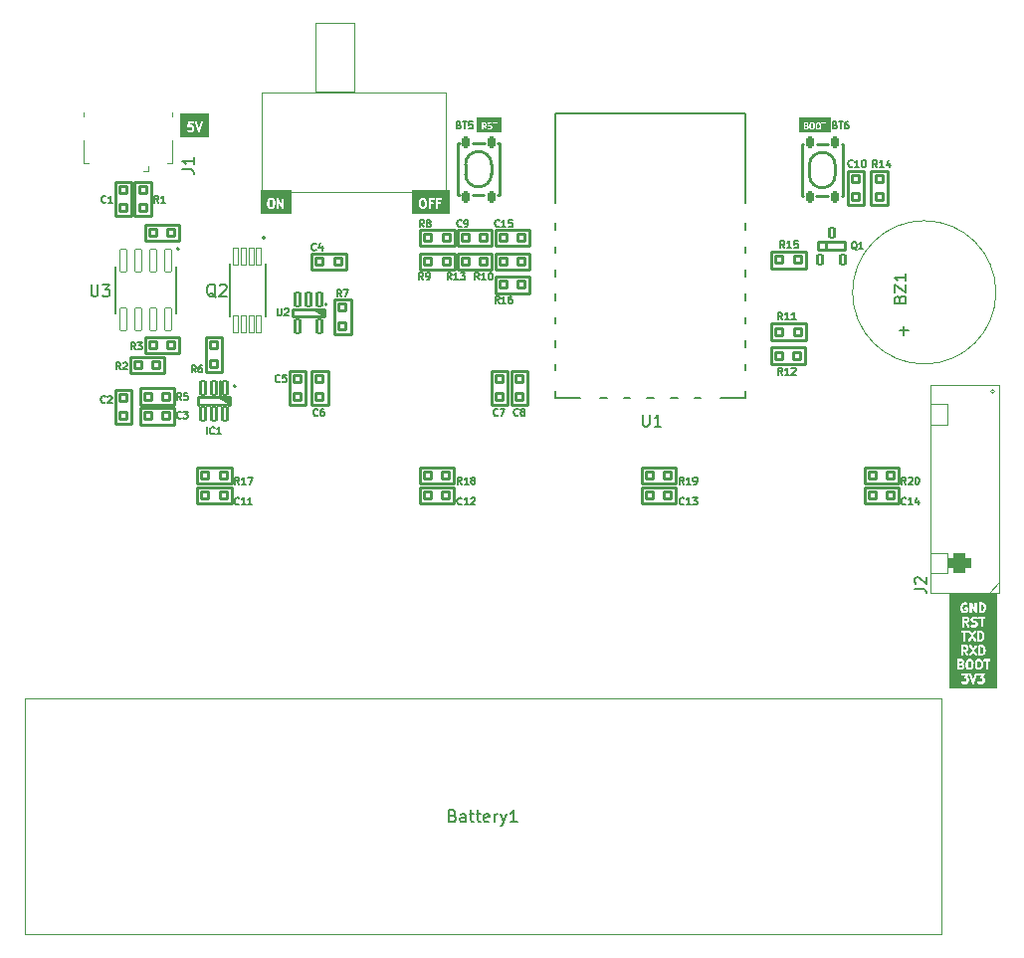
<source format=gto>
G04 #@! TF.GenerationSoftware,KiCad,Pcbnew,7.0.5*
G04 #@! TF.CreationDate,2023-09-08T12:24:19+07:00*
G04 #@! TF.ProjectId,Node_Vote,4e6f6465-5f56-46f7-9465-2e6b69636164,rev?*
G04 #@! TF.SameCoordinates,Original*
G04 #@! TF.FileFunction,Legend,Top*
G04 #@! TF.FilePolarity,Positive*
%FSLAX46Y46*%
G04 Gerber Fmt 4.6, Leading zero omitted, Abs format (unit mm)*
G04 Created by KiCad (PCBNEW 7.0.5) date 2023-09-08 12:24:19*
%MOMM*%
%LPD*%
G01*
G04 APERTURE LIST*
G04 Aperture macros list*
%AMRoundRect*
0 Rectangle with rounded corners*
0 $1 Rounding radius*
0 $2 $3 $4 $5 $6 $7 $8 $9 X,Y pos of 4 corners*
0 Add a 4 corners polygon primitive as box body*
4,1,4,$2,$3,$4,$5,$6,$7,$8,$9,$2,$3,0*
0 Add four circle primitives for the rounded corners*
1,1,$1+$1,$2,$3*
1,1,$1+$1,$4,$5*
1,1,$1+$1,$6,$7*
1,1,$1+$1,$8,$9*
0 Add four rect primitives between the rounded corners*
20,1,$1+$1,$2,$3,$4,$5,0*
20,1,$1+$1,$4,$5,$6,$7,0*
20,1,$1+$1,$6,$7,$8,$9,0*
20,1,$1+$1,$8,$9,$2,$3,0*%
G04 Aperture macros list end*
%ADD10C,0.187500*%
%ADD11C,0.125000*%
%ADD12C,0.150000*%
%ADD13C,0.200000*%
%ADD14C,0.250000*%
%ADD15C,0.196511*%
%ADD16C,0.120000*%
%ADD17C,0.100000*%
%ADD18C,0.127000*%
%ADD19RoundRect,0.127500X0.297500X0.322500X-0.297500X0.322500X-0.297500X-0.322500X0.297500X-0.322500X0*%
%ADD20RoundRect,0.127500X-0.297500X-0.322500X0.297500X-0.322500X0.297500X0.322500X-0.297500X0.322500X0*%
%ADD21RoundRect,0.162500X-0.162500X0.362500X-0.162500X-0.362500X0.162500X-0.362500X0.162500X0.362500X0*%
%ADD22RoundRect,0.090000X-0.210000X0.560000X-0.210000X-0.560000X0.210000X-0.560000X0.210000X0.560000X0*%
%ADD23RoundRect,0.127500X-0.322500X0.297500X-0.322500X-0.297500X0.322500X-0.297500X0.322500X0.297500X0*%
%ADD24RoundRect,0.425000X0.550000X0.425000X-0.550000X0.425000X-0.550000X-0.425000X0.550000X-0.425000X0*%
%ADD25O,1.950000X1.700000*%
%ADD26RoundRect,0.127500X0.322500X-0.297500X0.322500X0.297500X-0.322500X0.297500X-0.322500X-0.297500X0*%
%ADD27R,0.400000X1.350000*%
%ADD28O,0.890000X1.550000*%
%ADD29R,1.200000X1.550000*%
%ADD30O,1.250000X0.950000*%
%ADD31R,1.500000X1.550000*%
%ADD32C,0.800000*%
%ADD33C,6.400000*%
%ADD34C,3.200000*%
%ADD35R,3.500000X3.500000*%
%ADD36C,3.500000*%
%ADD37C,2.300000*%
%ADD38O,2.100000X2.700000*%
%ADD39R,2.500000X1.000000*%
%ADD40R,1.000000X1.800000*%
%ADD41RoundRect,0.042000X-0.258000X0.943000X-0.258000X-0.943000X0.258000X-0.943000X0.258000X0.943000X0*%
%ADD42R,3.302000X2.413000*%
%ADD43RoundRect,0.090000X0.210000X-0.410000X0.210000X0.410000X-0.210000X0.410000X-0.210000X-0.410000X0*%
%ADD44RoundRect,0.162500X0.162500X-0.362500X0.162500X0.362500X-0.162500X0.362500X-0.162500X-0.362500X0*%
%ADD45RoundRect,0.020000X-0.180000X0.760000X-0.180000X-0.760000X0.180000X-0.760000X0.180000X0.760000X0*%
%ADD46R,1.600000X1.600000*%
%ADD47C,1.600000*%
%ADD48R,1.800000X1.800000*%
%ADD49C,1.800000*%
%ADD50O,3.048000X1.850000*%
G04 APERTURE END LIST*
D10*
G36*
X20683286Y-2188393D02*
G01*
X18230607Y-2188393D01*
X18230607Y-1620063D01*
X18787753Y-1620063D01*
X18799455Y-1673860D01*
X18846321Y-1720726D01*
X18854378Y-1734292D01*
X18877489Y-1745847D01*
X18900156Y-1758225D01*
X18901983Y-1758094D01*
X18945913Y-1780058D01*
X18964827Y-1792214D01*
X18983988Y-1792214D01*
X19002844Y-1795607D01*
X19011025Y-1792214D01*
X19165876Y-1792214D01*
X19188230Y-1794628D01*
X19205368Y-1786058D01*
X19223751Y-1780661D01*
X19229550Y-1773967D01*
X19273767Y-1751859D01*
X19289182Y-1748506D01*
X19307440Y-1730246D01*
X19326363Y-1712646D01*
X19326817Y-1710869D01*
X19336048Y-1701638D01*
X19349611Y-1693583D01*
X19361165Y-1670472D01*
X19373544Y-1647803D01*
X19373413Y-1645977D01*
X19395377Y-1602049D01*
X19407533Y-1583135D01*
X19407533Y-1563974D01*
X19410926Y-1545118D01*
X19407533Y-1536937D01*
X19407533Y-1382082D01*
X19409946Y-1359731D01*
X19401378Y-1342596D01*
X19395980Y-1324210D01*
X19389285Y-1318409D01*
X19367178Y-1274195D01*
X19363826Y-1258782D01*
X19345558Y-1240514D01*
X19327964Y-1221599D01*
X19326190Y-1221145D01*
X19316958Y-1211913D01*
X19308903Y-1198350D01*
X19285799Y-1186798D01*
X19263125Y-1174417D01*
X19261297Y-1174547D01*
X19217367Y-1152583D01*
X19198454Y-1140428D01*
X19179293Y-1140428D01*
X19160437Y-1137035D01*
X19152256Y-1140428D01*
X18997405Y-1140428D01*
X18995963Y-1140272D01*
X19005769Y-1042214D01*
X19291549Y-1042214D01*
X19330894Y-1030661D01*
X19366947Y-989053D01*
X19372275Y-951995D01*
X19430425Y-951995D01*
X19683767Y-1712020D01*
X19683385Y-1722585D01*
X19692305Y-1737634D01*
X19693393Y-1740898D01*
X19699146Y-1749176D01*
X19711457Y-1769946D01*
X19714715Y-1771578D01*
X19716795Y-1774571D01*
X19739096Y-1783796D01*
X19760677Y-1794611D01*
X19764300Y-1794223D01*
X19767668Y-1795616D01*
X19791412Y-1791320D01*
X19815419Y-1788751D01*
X19818259Y-1786464D01*
X19821844Y-1785816D01*
X19839495Y-1769367D01*
X19858303Y-1754226D01*
X19859455Y-1750767D01*
X19862122Y-1748283D01*
X19868080Y-1724893D01*
X20121271Y-965322D01*
X20122753Y-924343D01*
X20094681Y-876983D01*
X20045461Y-852317D01*
X19990719Y-858177D01*
X19947835Y-892703D01*
X19778068Y-1402000D01*
X19612745Y-906029D01*
X19589343Y-872357D01*
X19538469Y-851312D01*
X19484294Y-861111D01*
X19444016Y-898644D01*
X19430425Y-951995D01*
X19372275Y-951995D01*
X19374782Y-934559D01*
X19351912Y-884479D01*
X19305597Y-854714D01*
X18932344Y-854714D01*
X18916713Y-850848D01*
X18892586Y-859077D01*
X18868101Y-866267D01*
X18866671Y-867916D01*
X18864606Y-868621D01*
X18848742Y-888608D01*
X18832048Y-907875D01*
X18831737Y-910033D01*
X18830380Y-911744D01*
X18827840Y-937137D01*
X18824213Y-962369D01*
X18825119Y-964353D01*
X18793818Y-1277363D01*
X18789737Y-1284839D01*
X18791127Y-1304277D01*
X18790586Y-1309692D01*
X18792084Y-1317657D01*
X18793665Y-1339754D01*
X18797105Y-1344350D01*
X18798167Y-1349991D01*
X18813380Y-1366089D01*
X18826659Y-1383827D01*
X18832038Y-1385833D01*
X18835981Y-1390005D01*
X18857483Y-1395323D01*
X18878243Y-1403066D01*
X18883852Y-1401845D01*
X18889425Y-1403224D01*
X18910390Y-1396072D01*
X18932039Y-1391363D01*
X18936098Y-1387303D01*
X18941532Y-1385450D01*
X18955306Y-1368094D01*
X18976459Y-1346941D01*
X19014486Y-1327928D01*
X19148795Y-1327928D01*
X19186821Y-1346941D01*
X19201020Y-1361140D01*
X19220033Y-1399165D01*
X19220033Y-1533475D01*
X19201019Y-1571502D01*
X19186821Y-1585700D01*
X19148795Y-1604714D01*
X19014486Y-1604714D01*
X18976460Y-1585701D01*
X18941973Y-1551213D01*
X18905982Y-1531560D01*
X18851068Y-1535488D01*
X18806994Y-1568480D01*
X18787753Y-1620063D01*
X18230607Y-1620063D01*
X18230607Y-192857D01*
X20683286Y-192857D01*
X20683286Y-2188393D01*
G37*
G36*
X26022535Y-7561226D02*
G01*
X26064844Y-7603537D01*
X26091462Y-7710004D01*
X26091462Y-7936923D01*
X26064844Y-8043391D01*
X26022536Y-8085700D01*
X25984509Y-8104714D01*
X25885915Y-8104714D01*
X25847889Y-8085701D01*
X25805578Y-8043391D01*
X25778962Y-7936921D01*
X25778962Y-7710003D01*
X25805578Y-7603536D01*
X25847888Y-7561226D01*
X25885914Y-7542214D01*
X25984509Y-7542214D01*
X26022535Y-7561226D01*
G37*
G36*
X27697571Y-8688393D02*
G01*
X25030607Y-8688393D01*
X25030607Y-7944495D01*
X25587585Y-7944495D01*
X25591462Y-7960003D01*
X25591462Y-7961944D01*
X25594727Y-7973063D01*
X25629624Y-8112652D01*
X25635170Y-8138147D01*
X25646141Y-8149118D01*
X25653995Y-8162505D01*
X25665211Y-8168188D01*
X25717751Y-8220728D01*
X25725807Y-8234292D01*
X25748918Y-8245847D01*
X25771586Y-8258225D01*
X25773412Y-8258094D01*
X25817340Y-8280058D01*
X25836255Y-8292214D01*
X25855416Y-8292214D01*
X25874272Y-8295607D01*
X25882453Y-8292214D01*
X26001590Y-8292214D01*
X26023944Y-8294628D01*
X26041082Y-8286058D01*
X26059465Y-8280661D01*
X26065264Y-8273967D01*
X26109481Y-8251859D01*
X26124896Y-8248506D01*
X26143157Y-8230244D01*
X26162077Y-8212646D01*
X26162531Y-8210870D01*
X26214757Y-8158642D01*
X26233771Y-8140765D01*
X26237534Y-8125710D01*
X26244972Y-8112090D01*
X26244075Y-8099549D01*
X26272420Y-7986171D01*
X26278962Y-7975992D01*
X26278962Y-7960003D01*
X26279432Y-7958124D01*
X26278962Y-7946558D01*
X26278962Y-7713892D01*
X26282839Y-7702432D01*
X26278962Y-7686924D01*
X26278962Y-7684984D01*
X26275697Y-7673865D01*
X26240802Y-7534288D01*
X26235254Y-7508781D01*
X26224280Y-7497807D01*
X26216428Y-7484423D01*
X26205213Y-7478740D01*
X26197549Y-7471076D01*
X26411584Y-7471076D01*
X26412890Y-7473361D01*
X26412890Y-8211944D01*
X26424443Y-8251289D01*
X26466051Y-8287342D01*
X26520545Y-8295177D01*
X26570625Y-8272307D01*
X26600390Y-8225992D01*
X26600390Y-7801486D01*
X26848356Y-8235428D01*
X26853014Y-8251289D01*
X26871966Y-8267711D01*
X26890052Y-8285110D01*
X26892634Y-8285619D01*
X26894622Y-8287342D01*
X26919456Y-8290912D01*
X26944066Y-8295769D01*
X26946511Y-8294802D01*
X26949116Y-8295177D01*
X26971938Y-8284754D01*
X26995267Y-8275536D01*
X26996802Y-8273400D01*
X26999196Y-8272307D01*
X27012761Y-8251199D01*
X27027402Y-8230832D01*
X27027538Y-8228204D01*
X27028961Y-8225992D01*
X27028961Y-8200903D01*
X27030266Y-8175852D01*
X27028961Y-8173568D01*
X27028961Y-7434984D01*
X27017408Y-7395639D01*
X26975800Y-7359586D01*
X26921306Y-7351751D01*
X26871226Y-7374621D01*
X26841461Y-7420936D01*
X26841460Y-7845442D01*
X26593494Y-7411499D01*
X26588837Y-7395639D01*
X26569880Y-7379213D01*
X26551798Y-7361818D01*
X26549217Y-7361308D01*
X26547229Y-7359586D01*
X26522402Y-7356016D01*
X26497785Y-7351158D01*
X26495337Y-7352125D01*
X26492735Y-7351751D01*
X26469920Y-7362169D01*
X26446584Y-7371392D01*
X26445048Y-7373527D01*
X26442655Y-7374621D01*
X26429089Y-7395728D01*
X26414449Y-7416096D01*
X26414312Y-7418723D01*
X26412890Y-7420936D01*
X26412890Y-7446013D01*
X26411584Y-7471076D01*
X26197549Y-7471076D01*
X26152672Y-7426198D01*
X26144617Y-7412636D01*
X26121519Y-7401087D01*
X26098839Y-7388703D01*
X26097011Y-7388833D01*
X26053081Y-7366869D01*
X26034168Y-7354714D01*
X26015007Y-7354714D01*
X25996151Y-7351321D01*
X25987970Y-7354714D01*
X25868831Y-7354714D01*
X25846479Y-7352301D01*
X25829344Y-7360868D01*
X25810958Y-7366267D01*
X25805157Y-7372961D01*
X25760944Y-7395067D01*
X25745529Y-7398421D01*
X25727258Y-7416691D01*
X25708347Y-7434283D01*
X25707893Y-7436056D01*
X25655666Y-7488284D01*
X25636652Y-7506163D01*
X25632888Y-7521217D01*
X25625451Y-7534838D01*
X25626348Y-7547378D01*
X25598003Y-7660756D01*
X25591462Y-7670936D01*
X25591462Y-7686923D01*
X25590992Y-7688804D01*
X25591462Y-7700369D01*
X25591462Y-7933034D01*
X25587585Y-7944495D01*
X25030607Y-7944495D01*
X25030607Y-6692857D01*
X27697571Y-6692857D01*
X27697571Y-8688393D01*
G37*
G36*
X85452752Y-46803726D02*
G01*
X85495061Y-46846037D01*
X85521679Y-46952504D01*
X85521679Y-47179423D01*
X85495061Y-47285891D01*
X85452753Y-47328200D01*
X85414726Y-47347214D01*
X85316132Y-47347214D01*
X85278106Y-47328201D01*
X85235795Y-47285891D01*
X85209179Y-47179421D01*
X85209179Y-46952503D01*
X85235795Y-46846036D01*
X85278105Y-46803726D01*
X85316131Y-46784714D01*
X85414726Y-46784714D01*
X85452752Y-46803726D01*
G37*
G36*
X86238466Y-46803726D02*
G01*
X86280775Y-46846037D01*
X86307393Y-46952504D01*
X86307393Y-47179423D01*
X86280775Y-47285891D01*
X86238467Y-47328200D01*
X86200440Y-47347214D01*
X86101846Y-47347214D01*
X86063820Y-47328201D01*
X86021509Y-47285891D01*
X85994893Y-47179421D01*
X85994893Y-46952503D01*
X86021509Y-46846036D01*
X86063819Y-46803726D01*
X86101845Y-46784714D01*
X86200440Y-46784714D01*
X86238466Y-46803726D01*
G37*
G36*
X84707643Y-47165761D02*
G01*
X84716950Y-47175068D01*
X84735964Y-47213094D01*
X84735964Y-47275975D01*
X84716950Y-47314002D01*
X84702752Y-47328200D01*
X84664726Y-47347214D01*
X84494893Y-47347214D01*
X84494893Y-47141857D01*
X84635930Y-47141857D01*
X84707643Y-47165761D01*
G37*
G36*
X84667038Y-46803727D02*
G01*
X84681236Y-46817925D01*
X84700250Y-46855952D01*
X84700250Y-46883118D01*
X84681236Y-46921145D01*
X84667038Y-46935343D01*
X84630618Y-46953553D01*
X84627022Y-46953423D01*
X84625446Y-46954357D01*
X84494893Y-46954357D01*
X84494893Y-46784714D01*
X84629012Y-46784714D01*
X84667038Y-46803727D01*
G37*
G36*
X86439786Y-45601118D02*
G01*
X86484808Y-45646140D01*
X86509116Y-45694757D01*
X86539535Y-45816431D01*
X86539535Y-45900495D01*
X86509116Y-46022169D01*
X86484808Y-46070787D01*
X86439785Y-46115809D01*
X86368073Y-46139714D01*
X86298464Y-46139714D01*
X86298464Y-45577214D01*
X86368072Y-45577214D01*
X86439786Y-45601118D01*
G37*
G36*
X85042037Y-45596227D02*
G01*
X85056235Y-45610425D01*
X85075249Y-45648451D01*
X85075249Y-45711332D01*
X85056235Y-45749359D01*
X85042037Y-45763557D01*
X85004011Y-45782571D01*
X84923844Y-45782571D01*
X84901283Y-45780233D01*
X84896657Y-45782571D01*
X84834178Y-45782571D01*
X84834178Y-45577214D01*
X85004011Y-45577214D01*
X85042037Y-45596227D01*
G37*
G36*
X86350501Y-44393618D02*
G01*
X86395523Y-44438640D01*
X86419831Y-44487257D01*
X86450250Y-44608931D01*
X86450250Y-44692995D01*
X86419831Y-44814669D01*
X86395523Y-44863287D01*
X86350500Y-44908309D01*
X86278788Y-44932214D01*
X86209179Y-44932214D01*
X86209179Y-44369714D01*
X86278787Y-44369714D01*
X86350501Y-44393618D01*
G37*
G36*
X85131323Y-43181227D02*
G01*
X85145521Y-43195425D01*
X85164535Y-43233451D01*
X85164535Y-43296332D01*
X85145521Y-43334359D01*
X85131323Y-43348557D01*
X85093297Y-43367571D01*
X85013130Y-43367571D01*
X84990569Y-43365233D01*
X84985943Y-43367571D01*
X84923464Y-43367571D01*
X84923464Y-43162214D01*
X85093297Y-43162214D01*
X85131323Y-43181227D01*
G37*
G36*
X86475500Y-41978618D02*
G01*
X86520522Y-42023640D01*
X86544830Y-42072257D01*
X86575249Y-42193931D01*
X86575249Y-42277995D01*
X86544830Y-42399669D01*
X86520522Y-42448287D01*
X86475499Y-42493309D01*
X86403787Y-42517214D01*
X86334178Y-42517214D01*
X86334178Y-41954714D01*
X86403786Y-41954714D01*
X86475500Y-41978618D01*
G37*
G36*
X87663197Y-49138393D02*
G01*
X83674804Y-49138393D01*
X83674804Y-48570064D01*
X84642969Y-48570064D01*
X84654672Y-48623861D01*
X84701539Y-48670728D01*
X84709595Y-48684292D01*
X84732706Y-48695847D01*
X84755374Y-48708225D01*
X84757200Y-48708094D01*
X84801128Y-48730058D01*
X84820043Y-48742214D01*
X84839204Y-48742214D01*
X84858060Y-48745607D01*
X84866241Y-48742214D01*
X85056807Y-48742214D01*
X85079161Y-48744628D01*
X85096299Y-48736058D01*
X85114682Y-48730661D01*
X85120481Y-48723967D01*
X85164698Y-48701859D01*
X85180113Y-48698506D01*
X85198371Y-48680246D01*
X85217294Y-48662646D01*
X85217748Y-48660869D01*
X85226979Y-48651638D01*
X85240542Y-48643583D01*
X85252096Y-48620472D01*
X85264475Y-48597803D01*
X85264344Y-48595977D01*
X85286308Y-48552049D01*
X85298464Y-48533135D01*
X85298464Y-48513974D01*
X85301857Y-48495118D01*
X85298464Y-48486937D01*
X85298464Y-48332083D01*
X85300877Y-48309731D01*
X85292309Y-48292596D01*
X85286911Y-48274210D01*
X85280216Y-48268409D01*
X85258109Y-48224195D01*
X85254757Y-48208782D01*
X85236489Y-48190514D01*
X85218895Y-48171599D01*
X85217121Y-48171145D01*
X85207889Y-48161913D01*
X85199834Y-48148350D01*
X85176730Y-48136798D01*
X85154056Y-48124417D01*
X85152228Y-48124547D01*
X85137782Y-48117325D01*
X85257303Y-47980730D01*
X85257539Y-47980661D01*
X85275374Y-47960077D01*
X85284145Y-47950054D01*
X85284242Y-47949842D01*
X85293592Y-47939053D01*
X85295558Y-47925377D01*
X85301359Y-47912836D01*
X85299854Y-47901995D01*
X85321356Y-47901995D01*
X85574698Y-48662020D01*
X85574316Y-48672585D01*
X85583236Y-48687634D01*
X85584324Y-48690898D01*
X85590077Y-48699176D01*
X85602388Y-48719946D01*
X85605646Y-48721578D01*
X85607726Y-48724571D01*
X85630027Y-48733796D01*
X85651608Y-48744611D01*
X85655231Y-48744223D01*
X85658599Y-48745616D01*
X85682343Y-48741320D01*
X85706350Y-48738751D01*
X85709190Y-48736464D01*
X85712775Y-48735816D01*
X85730426Y-48719367D01*
X85749234Y-48704226D01*
X85750386Y-48700767D01*
X85753053Y-48698283D01*
X85759011Y-48674893D01*
X86007984Y-47927974D01*
X86023728Y-47962449D01*
X86070043Y-47992214D01*
X86355253Y-47992214D01*
X86259267Y-48101911D01*
X86259032Y-48101981D01*
X86241196Y-48122564D01*
X86232426Y-48132588D01*
X86232328Y-48132799D01*
X86222979Y-48143589D01*
X86221012Y-48157264D01*
X86215212Y-48169806D01*
X86217175Y-48183950D01*
X86215144Y-48198083D01*
X86220883Y-48210651D01*
X86222784Y-48224337D01*
X86232081Y-48235171D01*
X86238014Y-48248163D01*
X86249640Y-48255635D01*
X86258636Y-48266118D01*
X86272314Y-48270206D01*
X86284329Y-48277928D01*
X86298147Y-48277928D01*
X86311385Y-48281885D01*
X86325106Y-48277928D01*
X86396869Y-48277928D01*
X86434895Y-48296941D01*
X86449094Y-48311140D01*
X86468107Y-48349165D01*
X86468107Y-48483475D01*
X86449093Y-48521502D01*
X86434895Y-48535700D01*
X86396869Y-48554714D01*
X86226846Y-48554714D01*
X86188819Y-48535701D01*
X86154330Y-48501212D01*
X86118340Y-48481560D01*
X86063426Y-48485488D01*
X86019352Y-48518481D01*
X86000112Y-48570064D01*
X86011815Y-48623861D01*
X86058682Y-48670728D01*
X86066738Y-48684292D01*
X86089849Y-48695847D01*
X86112517Y-48708225D01*
X86114343Y-48708094D01*
X86158271Y-48730058D01*
X86177186Y-48742214D01*
X86196347Y-48742214D01*
X86215203Y-48745607D01*
X86223384Y-48742214D01*
X86413950Y-48742214D01*
X86436304Y-48744628D01*
X86453442Y-48736058D01*
X86471825Y-48730661D01*
X86477624Y-48723967D01*
X86521841Y-48701859D01*
X86537256Y-48698506D01*
X86555514Y-48680246D01*
X86574437Y-48662646D01*
X86574891Y-48660869D01*
X86584122Y-48651638D01*
X86597685Y-48643583D01*
X86609239Y-48620472D01*
X86621618Y-48597803D01*
X86621487Y-48595977D01*
X86643451Y-48552049D01*
X86655607Y-48533135D01*
X86655607Y-48513974D01*
X86659000Y-48495118D01*
X86655607Y-48486937D01*
X86655607Y-48332083D01*
X86658020Y-48309731D01*
X86649452Y-48292596D01*
X86644054Y-48274210D01*
X86637359Y-48268409D01*
X86615252Y-48224195D01*
X86611900Y-48208782D01*
X86593632Y-48190514D01*
X86576038Y-48171599D01*
X86574264Y-48171145D01*
X86565032Y-48161913D01*
X86556977Y-48148350D01*
X86533873Y-48136798D01*
X86511199Y-48124417D01*
X86509371Y-48124547D01*
X86494925Y-48117325D01*
X86614446Y-47980730D01*
X86614682Y-47980661D01*
X86632517Y-47960077D01*
X86641288Y-47950054D01*
X86641385Y-47949842D01*
X86650735Y-47939053D01*
X86652701Y-47925377D01*
X86658502Y-47912836D01*
X86656538Y-47898691D01*
X86658570Y-47884559D01*
X86652830Y-47871990D01*
X86650930Y-47858304D01*
X86641631Y-47847467D01*
X86635700Y-47834479D01*
X86624076Y-47827009D01*
X86615079Y-47816523D01*
X86601397Y-47812433D01*
X86589385Y-47804714D01*
X86575568Y-47804714D01*
X86562329Y-47800757D01*
X86548608Y-47804714D01*
X86084091Y-47804714D01*
X86044746Y-47816267D01*
X86008693Y-47857875D01*
X86007761Y-47864351D01*
X85985612Y-47826983D01*
X85936392Y-47802317D01*
X85881650Y-47808177D01*
X85838766Y-47842703D01*
X85668999Y-48352000D01*
X85503676Y-47856029D01*
X85480274Y-47822357D01*
X85429400Y-47801312D01*
X85375225Y-47811111D01*
X85334947Y-47848644D01*
X85321356Y-47901995D01*
X85299854Y-47901995D01*
X85299395Y-47898691D01*
X85301427Y-47884559D01*
X85295687Y-47871990D01*
X85293787Y-47858304D01*
X85284488Y-47847467D01*
X85278557Y-47834479D01*
X85266933Y-47827009D01*
X85257936Y-47816523D01*
X85244254Y-47812433D01*
X85232242Y-47804714D01*
X85218425Y-47804714D01*
X85205186Y-47800757D01*
X85191465Y-47804714D01*
X84726948Y-47804714D01*
X84687603Y-47816267D01*
X84651550Y-47857875D01*
X84643715Y-47912369D01*
X84666585Y-47962449D01*
X84712900Y-47992214D01*
X84998110Y-47992214D01*
X84902124Y-48101911D01*
X84901889Y-48101981D01*
X84884053Y-48122564D01*
X84875283Y-48132588D01*
X84875185Y-48132799D01*
X84865836Y-48143589D01*
X84863869Y-48157264D01*
X84858069Y-48169806D01*
X84860032Y-48183950D01*
X84858001Y-48198083D01*
X84863740Y-48210651D01*
X84865641Y-48224337D01*
X84874938Y-48235171D01*
X84880871Y-48248163D01*
X84892497Y-48255635D01*
X84901493Y-48266118D01*
X84915171Y-48270206D01*
X84927186Y-48277928D01*
X84941004Y-48277928D01*
X84954242Y-48281885D01*
X84967963Y-48277928D01*
X85039726Y-48277928D01*
X85077752Y-48296941D01*
X85091951Y-48311140D01*
X85110964Y-48349165D01*
X85110964Y-48483475D01*
X85091950Y-48521502D01*
X85077752Y-48535700D01*
X85039726Y-48554714D01*
X84869703Y-48554714D01*
X84831676Y-48535701D01*
X84797187Y-48501212D01*
X84761197Y-48481560D01*
X84706283Y-48485488D01*
X84662209Y-48518481D01*
X84642969Y-48570064D01*
X83674804Y-48570064D01*
X83674804Y-47454869D01*
X84304430Y-47454869D01*
X84313079Y-47473808D01*
X84318946Y-47493789D01*
X84324336Y-47498459D01*
X84327300Y-47504949D01*
X84344819Y-47516208D01*
X84360554Y-47529842D01*
X84367613Y-47530856D01*
X84373615Y-47534714D01*
X84394440Y-47534714D01*
X84415048Y-47537677D01*
X84421536Y-47534714D01*
X84681807Y-47534714D01*
X84704161Y-47537128D01*
X84721299Y-47528558D01*
X84739682Y-47523161D01*
X84745481Y-47516467D01*
X84789698Y-47494359D01*
X84805113Y-47491006D01*
X84823371Y-47472746D01*
X84842294Y-47455146D01*
X84842748Y-47453369D01*
X84851979Y-47444138D01*
X84865542Y-47436083D01*
X84877096Y-47412972D01*
X84889475Y-47390303D01*
X84889344Y-47388477D01*
X84911308Y-47344549D01*
X84923464Y-47325635D01*
X84923464Y-47306474D01*
X84926857Y-47287618D01*
X84923464Y-47279437D01*
X84923463Y-47196014D01*
X84924437Y-47186995D01*
X85017802Y-47186995D01*
X85021679Y-47202503D01*
X85021679Y-47204444D01*
X85024944Y-47215563D01*
X85059841Y-47355152D01*
X85065387Y-47380647D01*
X85076358Y-47391618D01*
X85084212Y-47405005D01*
X85095428Y-47410688D01*
X85147968Y-47463228D01*
X85156024Y-47476792D01*
X85179135Y-47488347D01*
X85201803Y-47500725D01*
X85203629Y-47500594D01*
X85247557Y-47522558D01*
X85266472Y-47534714D01*
X85285633Y-47534714D01*
X85304489Y-47538107D01*
X85312670Y-47534714D01*
X85431807Y-47534714D01*
X85454161Y-47537128D01*
X85471299Y-47528558D01*
X85489682Y-47523161D01*
X85495481Y-47516467D01*
X85539698Y-47494359D01*
X85555113Y-47491006D01*
X85573374Y-47472744D01*
X85592294Y-47455146D01*
X85592748Y-47453370D01*
X85644974Y-47401142D01*
X85663988Y-47383265D01*
X85667751Y-47368210D01*
X85675189Y-47354590D01*
X85674292Y-47342049D01*
X85702637Y-47228671D01*
X85709179Y-47218492D01*
X85709179Y-47202503D01*
X85709649Y-47200624D01*
X85709179Y-47189058D01*
X85709179Y-47186995D01*
X85803516Y-47186995D01*
X85807393Y-47202503D01*
X85807393Y-47204444D01*
X85810658Y-47215563D01*
X85845555Y-47355152D01*
X85851101Y-47380647D01*
X85862072Y-47391618D01*
X85869926Y-47405005D01*
X85881142Y-47410688D01*
X85933682Y-47463228D01*
X85941738Y-47476792D01*
X85964849Y-47488347D01*
X85987517Y-47500725D01*
X85989343Y-47500594D01*
X86033271Y-47522558D01*
X86052186Y-47534714D01*
X86071347Y-47534714D01*
X86090203Y-47538107D01*
X86098384Y-47534714D01*
X86217521Y-47534714D01*
X86239875Y-47537128D01*
X86257013Y-47528558D01*
X86275396Y-47523161D01*
X86281195Y-47516467D01*
X86325412Y-47494359D01*
X86340827Y-47491006D01*
X86359088Y-47472744D01*
X86378008Y-47455146D01*
X86378462Y-47453370D01*
X86430688Y-47401142D01*
X86449702Y-47383265D01*
X86453465Y-47368210D01*
X86460903Y-47354590D01*
X86460006Y-47342049D01*
X86488351Y-47228671D01*
X86494893Y-47218492D01*
X86494893Y-47202503D01*
X86495363Y-47200624D01*
X86494893Y-47189058D01*
X86494893Y-46956392D01*
X86498770Y-46944932D01*
X86494893Y-46929424D01*
X86494893Y-46927484D01*
X86491628Y-46916365D01*
X86456733Y-46776788D01*
X86451185Y-46751281D01*
X86440211Y-46740307D01*
X86432359Y-46726923D01*
X86421144Y-46721240D01*
X86404773Y-46704869D01*
X86518715Y-46704869D01*
X86541585Y-46754949D01*
X86587900Y-46784714D01*
X86735964Y-46784714D01*
X86735964Y-47454444D01*
X86747517Y-47493789D01*
X86789125Y-47529842D01*
X86843619Y-47537677D01*
X86893699Y-47514807D01*
X86923464Y-47468492D01*
X86923464Y-46784714D01*
X87057480Y-46784714D01*
X87096825Y-46773161D01*
X87132878Y-46731553D01*
X87140713Y-46677059D01*
X87117843Y-46626979D01*
X87071528Y-46597214D01*
X86836417Y-46597214D01*
X86815809Y-46594251D01*
X86809321Y-46597214D01*
X86601948Y-46597214D01*
X86562603Y-46608767D01*
X86526550Y-46650375D01*
X86518715Y-46704869D01*
X86404773Y-46704869D01*
X86368603Y-46668698D01*
X86360548Y-46655136D01*
X86337450Y-46643587D01*
X86314770Y-46631203D01*
X86312942Y-46631333D01*
X86269012Y-46609369D01*
X86250099Y-46597214D01*
X86230938Y-46597214D01*
X86212082Y-46593821D01*
X86203901Y-46597214D01*
X86084762Y-46597214D01*
X86062410Y-46594801D01*
X86045275Y-46603368D01*
X86026889Y-46608767D01*
X86021088Y-46615461D01*
X85976875Y-46637567D01*
X85961460Y-46640921D01*
X85943189Y-46659191D01*
X85924278Y-46676783D01*
X85923824Y-46678556D01*
X85871597Y-46730784D01*
X85852583Y-46748663D01*
X85848819Y-46763717D01*
X85841382Y-46777338D01*
X85842279Y-46789878D01*
X85813934Y-46903256D01*
X85807393Y-46913436D01*
X85807393Y-46929423D01*
X85806923Y-46931304D01*
X85807393Y-46942869D01*
X85807393Y-47175534D01*
X85803516Y-47186995D01*
X85709179Y-47186995D01*
X85709179Y-46956392D01*
X85713056Y-46944932D01*
X85709179Y-46929424D01*
X85709179Y-46927484D01*
X85705914Y-46916365D01*
X85671019Y-46776788D01*
X85665471Y-46751281D01*
X85654497Y-46740307D01*
X85646645Y-46726923D01*
X85635430Y-46721240D01*
X85582889Y-46668698D01*
X85574834Y-46655136D01*
X85551736Y-46643587D01*
X85529056Y-46631203D01*
X85527228Y-46631333D01*
X85483298Y-46609369D01*
X85464385Y-46597214D01*
X85445224Y-46597214D01*
X85426368Y-46593821D01*
X85418187Y-46597214D01*
X85299048Y-46597214D01*
X85276696Y-46594801D01*
X85259561Y-46603368D01*
X85241175Y-46608767D01*
X85235374Y-46615461D01*
X85191161Y-46637567D01*
X85175746Y-46640921D01*
X85157475Y-46659191D01*
X85138564Y-46676783D01*
X85138110Y-46678556D01*
X85085883Y-46730784D01*
X85066869Y-46748663D01*
X85063105Y-46763717D01*
X85055668Y-46777338D01*
X85056565Y-46789878D01*
X85028220Y-46903256D01*
X85021679Y-46913436D01*
X85021679Y-46929423D01*
X85021209Y-46931304D01*
X85021679Y-46942869D01*
X85021679Y-47175534D01*
X85017802Y-47186995D01*
X84924437Y-47186995D01*
X84925878Y-47173660D01*
X84917308Y-47156521D01*
X84911911Y-47138139D01*
X84905217Y-47132339D01*
X84883108Y-47088121D01*
X84879756Y-47072709D01*
X84861497Y-47054450D01*
X84843896Y-47035528D01*
X84842121Y-47035074D01*
X84836642Y-47029595D01*
X84841380Y-47020121D01*
X84853761Y-46997447D01*
X84853630Y-46995620D01*
X84875594Y-46951692D01*
X84887750Y-46932778D01*
X84887750Y-46913617D01*
X84891143Y-46894761D01*
X84887750Y-46886580D01*
X84887750Y-46838871D01*
X84890164Y-46816517D01*
X84881594Y-46799378D01*
X84876197Y-46780996D01*
X84869503Y-46775196D01*
X84847394Y-46730978D01*
X84844042Y-46715566D01*
X84825783Y-46697307D01*
X84808182Y-46678385D01*
X84806407Y-46677931D01*
X84797176Y-46668700D01*
X84789120Y-46655136D01*
X84766010Y-46643581D01*
X84743341Y-46631203D01*
X84741514Y-46631333D01*
X84697584Y-46609369D01*
X84678671Y-46597214D01*
X84659510Y-46597214D01*
X84640654Y-46593821D01*
X84632473Y-46597214D01*
X84407846Y-46597214D01*
X84387238Y-46594251D01*
X84368298Y-46602900D01*
X84348318Y-46608767D01*
X84343647Y-46614157D01*
X84337158Y-46617121D01*
X84325898Y-46634640D01*
X84312265Y-46650375D01*
X84311250Y-46657434D01*
X84307393Y-46663436D01*
X84307393Y-46684260D01*
X84304430Y-46704869D01*
X84307393Y-46711357D01*
X84307393Y-47041403D01*
X84304430Y-47062012D01*
X84307393Y-47068500D01*
X84307393Y-47434260D01*
X84304430Y-47454869D01*
X83674804Y-47454869D01*
X83674804Y-45890226D01*
X84643715Y-45890226D01*
X84646678Y-45896714D01*
X84646678Y-46246944D01*
X84658231Y-46286289D01*
X84699839Y-46322342D01*
X84754333Y-46330177D01*
X84804413Y-46307307D01*
X84834178Y-46260992D01*
X84834178Y-45970071D01*
X84870188Y-45970071D01*
X85099927Y-46298270D01*
X85131954Y-46323877D01*
X85186716Y-46329552D01*
X85235852Y-46304721D01*
X85263764Y-46257266D01*
X85262758Y-46231822D01*
X85321305Y-46231822D01*
X85335926Y-46284900D01*
X85376922Y-46321647D01*
X85431277Y-46330398D01*
X85481734Y-46308372D01*
X85668999Y-46027474D01*
X85848472Y-46296683D01*
X85879909Y-46323012D01*
X85934528Y-46329930D01*
X85984215Y-46306221D01*
X86013199Y-46259413D01*
X86012997Y-46247369D01*
X86108001Y-46247369D01*
X86116650Y-46266308D01*
X86122517Y-46286289D01*
X86127907Y-46290959D01*
X86130871Y-46297449D01*
X86148390Y-46308708D01*
X86164125Y-46322342D01*
X86171184Y-46323356D01*
X86177186Y-46327214D01*
X86198011Y-46327214D01*
X86218619Y-46330177D01*
X86225107Y-46327214D01*
X86371530Y-46327214D01*
X86386816Y-46331108D01*
X86411317Y-46322940D01*
X86436110Y-46315661D01*
X86437309Y-46314277D01*
X86515286Y-46288284D01*
X86537254Y-46283506D01*
X86550800Y-46269959D01*
X86566535Y-46259024D01*
X86569921Y-46250838D01*
X86619834Y-46200925D01*
X86633399Y-46192869D01*
X86644953Y-46169759D01*
X86657332Y-46147090D01*
X86657201Y-46145263D01*
X86673955Y-46111753D01*
X86681845Y-46104336D01*
X86686025Y-46087614D01*
X86687452Y-46084761D01*
X86689283Y-46074579D01*
X86720493Y-45949742D01*
X86727035Y-45939563D01*
X86727035Y-45923575D01*
X86727505Y-45921695D01*
X86727035Y-45910129D01*
X86727035Y-45820321D01*
X86730912Y-45808861D01*
X86727034Y-45793352D01*
X86727035Y-45791412D01*
X86723770Y-45780295D01*
X86692571Y-45655496D01*
X86693734Y-45644731D01*
X86686027Y-45629317D01*
X86685253Y-45626220D01*
X86680013Y-45617290D01*
X86650967Y-45559196D01*
X86647614Y-45543781D01*
X86629343Y-45525510D01*
X86611752Y-45506599D01*
X86609978Y-45506145D01*
X86560292Y-45456460D01*
X86546190Y-45438944D01*
X86528012Y-45432884D01*
X86511197Y-45423703D01*
X86502362Y-45424334D01*
X86424082Y-45398241D01*
X86410813Y-45389714D01*
X86384990Y-45389714D01*
X86359164Y-45388780D01*
X86357588Y-45389714D01*
X86211417Y-45389714D01*
X86190809Y-45386751D01*
X86171869Y-45395400D01*
X86151889Y-45401267D01*
X86147218Y-45406657D01*
X86140729Y-45409621D01*
X86129469Y-45427140D01*
X86115836Y-45442875D01*
X86114821Y-45449934D01*
X86110964Y-45455936D01*
X86110964Y-45476760D01*
X86108001Y-45497369D01*
X86110964Y-45503857D01*
X86110964Y-46226760D01*
X86108001Y-46247369D01*
X86012997Y-46247369D01*
X86012274Y-46204366D01*
X85781672Y-45858464D01*
X86004481Y-45524251D01*
X86016693Y-45485105D01*
X86002072Y-45432028D01*
X85961076Y-45395281D01*
X85906721Y-45386530D01*
X85856264Y-45408556D01*
X85668998Y-45689453D01*
X85489526Y-45420245D01*
X85458089Y-45393916D01*
X85403470Y-45386998D01*
X85353783Y-45410707D01*
X85324800Y-45457515D01*
X85325724Y-45512562D01*
X85556325Y-45858463D01*
X85333517Y-46192677D01*
X85321305Y-46231822D01*
X85262758Y-46231822D01*
X85261589Y-46202254D01*
X85085893Y-45951261D01*
X85128983Y-45929716D01*
X85144398Y-45926363D01*
X85162656Y-45908103D01*
X85181579Y-45890503D01*
X85182033Y-45888726D01*
X85191264Y-45879495D01*
X85204827Y-45871440D01*
X85216381Y-45848329D01*
X85228760Y-45825660D01*
X85228629Y-45823834D01*
X85250593Y-45779906D01*
X85262749Y-45760992D01*
X85262749Y-45741831D01*
X85266142Y-45722975D01*
X85262749Y-45714794D01*
X85262749Y-45631371D01*
X85265163Y-45609017D01*
X85256593Y-45591878D01*
X85251196Y-45573496D01*
X85244502Y-45567696D01*
X85222393Y-45523478D01*
X85219041Y-45508066D01*
X85200782Y-45489807D01*
X85183181Y-45470885D01*
X85181406Y-45470431D01*
X85172175Y-45461200D01*
X85164119Y-45447636D01*
X85141009Y-45436081D01*
X85118340Y-45423703D01*
X85116513Y-45423833D01*
X85072583Y-45401869D01*
X85053670Y-45389714D01*
X85034509Y-45389714D01*
X85015653Y-45386321D01*
X85007472Y-45389714D01*
X84747131Y-45389714D01*
X84726523Y-45386751D01*
X84707583Y-45395400D01*
X84687603Y-45401267D01*
X84682932Y-45406657D01*
X84676443Y-45409621D01*
X84665183Y-45427140D01*
X84651550Y-45442875D01*
X84650535Y-45449934D01*
X84646678Y-45455936D01*
X84646678Y-45476760D01*
X84643715Y-45497369D01*
X84646678Y-45503857D01*
X84646678Y-45869617D01*
X84643715Y-45890226D01*
X83674804Y-45890226D01*
X83674804Y-44289869D01*
X84625858Y-44289869D01*
X84648728Y-44339949D01*
X84695043Y-44369714D01*
X84843107Y-44369714D01*
X84843107Y-45039444D01*
X84854660Y-45078789D01*
X84896268Y-45114842D01*
X84950762Y-45122677D01*
X85000842Y-45099807D01*
X85030607Y-45053492D01*
X85030607Y-44369714D01*
X85164623Y-44369714D01*
X85203968Y-44358161D01*
X85240021Y-44316553D01*
X85240744Y-44311520D01*
X85467040Y-44650963D01*
X85244232Y-44985177D01*
X85232020Y-45024322D01*
X85246641Y-45077400D01*
X85287637Y-45114147D01*
X85341992Y-45122898D01*
X85392449Y-45100872D01*
X85579714Y-44819974D01*
X85759187Y-45089183D01*
X85790624Y-45115512D01*
X85845243Y-45122430D01*
X85894930Y-45098721D01*
X85923914Y-45051913D01*
X85923712Y-45039869D01*
X86018716Y-45039869D01*
X86027365Y-45058808D01*
X86033232Y-45078789D01*
X86038622Y-45083459D01*
X86041586Y-45089949D01*
X86059105Y-45101208D01*
X86074840Y-45114842D01*
X86081899Y-45115856D01*
X86087901Y-45119714D01*
X86108726Y-45119714D01*
X86129334Y-45122677D01*
X86135822Y-45119714D01*
X86282245Y-45119714D01*
X86297531Y-45123608D01*
X86322032Y-45115440D01*
X86346825Y-45108161D01*
X86348024Y-45106777D01*
X86426001Y-45080784D01*
X86447969Y-45076006D01*
X86461515Y-45062459D01*
X86477250Y-45051524D01*
X86480636Y-45043338D01*
X86530549Y-44993425D01*
X86544114Y-44985369D01*
X86555668Y-44962259D01*
X86568047Y-44939590D01*
X86567916Y-44937763D01*
X86584670Y-44904253D01*
X86592560Y-44896836D01*
X86596740Y-44880114D01*
X86598167Y-44877261D01*
X86599998Y-44867079D01*
X86631208Y-44742242D01*
X86637750Y-44732063D01*
X86637750Y-44716075D01*
X86638220Y-44714195D01*
X86637749Y-44702629D01*
X86637750Y-44612821D01*
X86641627Y-44601361D01*
X86637749Y-44585852D01*
X86637750Y-44583912D01*
X86634485Y-44572795D01*
X86603286Y-44447996D01*
X86604449Y-44437231D01*
X86596742Y-44421817D01*
X86595968Y-44418720D01*
X86590728Y-44409790D01*
X86561682Y-44351696D01*
X86558329Y-44336281D01*
X86540058Y-44318010D01*
X86522467Y-44299099D01*
X86520693Y-44298645D01*
X86471007Y-44248960D01*
X86456905Y-44231444D01*
X86438727Y-44225384D01*
X86421912Y-44216203D01*
X86413077Y-44216834D01*
X86334797Y-44190741D01*
X86321528Y-44182214D01*
X86295705Y-44182214D01*
X86269879Y-44181280D01*
X86268303Y-44182214D01*
X86122132Y-44182214D01*
X86101524Y-44179251D01*
X86082584Y-44187900D01*
X86062604Y-44193767D01*
X86057933Y-44199157D01*
X86051444Y-44202121D01*
X86040184Y-44219640D01*
X86026551Y-44235375D01*
X86025536Y-44242434D01*
X86021679Y-44248436D01*
X86021679Y-44269260D01*
X86018716Y-44289869D01*
X86021679Y-44296357D01*
X86021679Y-45019260D01*
X86018716Y-45039869D01*
X85923712Y-45039869D01*
X85922989Y-44996866D01*
X85692387Y-44650964D01*
X85915196Y-44316751D01*
X85927408Y-44277605D01*
X85912787Y-44224528D01*
X85871791Y-44187781D01*
X85817436Y-44179030D01*
X85766979Y-44201056D01*
X85579713Y-44481953D01*
X85400241Y-44212745D01*
X85368804Y-44186416D01*
X85314185Y-44179498D01*
X85264498Y-44203207D01*
X85239452Y-44243656D01*
X85224986Y-44211979D01*
X85178671Y-44182214D01*
X84943560Y-44182214D01*
X84922952Y-44179251D01*
X84916464Y-44182214D01*
X84709091Y-44182214D01*
X84669746Y-44193767D01*
X84633693Y-44235375D01*
X84625858Y-44289869D01*
X83674804Y-44289869D01*
X83674804Y-43475226D01*
X84733001Y-43475226D01*
X84735964Y-43481714D01*
X84735964Y-43831944D01*
X84747517Y-43871289D01*
X84789125Y-43907342D01*
X84843619Y-43915177D01*
X84893699Y-43892307D01*
X84923464Y-43845992D01*
X84923464Y-43555071D01*
X84959474Y-43555071D01*
X85189213Y-43883270D01*
X85221240Y-43908877D01*
X85276002Y-43914552D01*
X85325138Y-43889721D01*
X85353050Y-43842266D01*
X85350875Y-43787254D01*
X85175179Y-43536261D01*
X85218269Y-43514716D01*
X85233684Y-43511363D01*
X85251942Y-43493103D01*
X85270865Y-43475503D01*
X85271319Y-43473726D01*
X85280550Y-43464495D01*
X85294113Y-43456440D01*
X85305667Y-43433329D01*
X85318046Y-43410660D01*
X85317915Y-43408834D01*
X85339879Y-43364906D01*
X85352035Y-43345992D01*
X85352035Y-43326831D01*
X85355428Y-43307975D01*
X85352035Y-43299794D01*
X85352035Y-43221810D01*
X85446857Y-43221810D01*
X85450250Y-43229990D01*
X85450250Y-43277702D01*
X85447837Y-43300054D01*
X85456404Y-43317188D01*
X85461803Y-43335575D01*
X85468497Y-43341375D01*
X85490605Y-43385590D01*
X85493958Y-43401004D01*
X85512220Y-43419266D01*
X85529819Y-43438186D01*
X85531593Y-43438639D01*
X85540826Y-43447872D01*
X85548880Y-43461433D01*
X85571971Y-43472979D01*
X85594659Y-43485367D01*
X85596485Y-43485236D01*
X85629994Y-43501991D01*
X85637413Y-43509881D01*
X85654133Y-43514060D01*
X85656987Y-43515488D01*
X85667171Y-43517320D01*
X85796991Y-43549775D01*
X85845609Y-43574084D01*
X85859808Y-43588283D01*
X85878821Y-43626308D01*
X85878821Y-43653475D01*
X85859807Y-43691502D01*
X85845609Y-43705700D01*
X85807583Y-43724714D01*
X85666357Y-43724714D01*
X85560858Y-43689548D01*
X85519879Y-43688066D01*
X85472518Y-43716138D01*
X85447853Y-43765358D01*
X85453713Y-43820101D01*
X85488239Y-43862984D01*
X85610344Y-43903685D01*
X85623615Y-43912214D01*
X85649439Y-43912214D01*
X85675265Y-43913148D01*
X85676841Y-43912214D01*
X85824664Y-43912214D01*
X85847018Y-43914628D01*
X85864156Y-43906058D01*
X85882539Y-43900661D01*
X85888338Y-43893967D01*
X85932555Y-43871859D01*
X85947970Y-43868506D01*
X85966228Y-43850246D01*
X85985151Y-43832646D01*
X85985605Y-43830869D01*
X85994836Y-43821638D01*
X86008399Y-43813583D01*
X86019953Y-43790472D01*
X86032332Y-43767803D01*
X86032201Y-43765977D01*
X86054165Y-43722049D01*
X86066321Y-43703135D01*
X86066321Y-43683974D01*
X86069714Y-43665118D01*
X86066321Y-43656937D01*
X86066321Y-43609226D01*
X86068734Y-43586874D01*
X86060166Y-43569739D01*
X86054768Y-43551353D01*
X86048073Y-43545552D01*
X86025966Y-43501338D01*
X86022614Y-43485925D01*
X86004346Y-43467657D01*
X85986752Y-43448742D01*
X85984978Y-43448288D01*
X85975746Y-43439056D01*
X85967691Y-43425493D01*
X85944587Y-43413941D01*
X85921913Y-43401560D01*
X85920085Y-43401690D01*
X85886575Y-43384936D01*
X85879158Y-43377047D01*
X85862436Y-43372866D01*
X85859583Y-43371440D01*
X85849401Y-43369608D01*
X85719578Y-43337152D01*
X85670960Y-43312842D01*
X85656762Y-43298644D01*
X85637750Y-43260619D01*
X85637750Y-43233452D01*
X85656763Y-43195425D01*
X85670961Y-43181227D01*
X85708988Y-43162214D01*
X85850215Y-43162214D01*
X85955714Y-43197380D01*
X85996693Y-43198862D01*
X86044053Y-43170790D01*
X86068719Y-43121570D01*
X86064523Y-43082369D01*
X86090144Y-43082369D01*
X86113014Y-43132449D01*
X86159329Y-43162214D01*
X86307393Y-43162214D01*
X86307393Y-43831944D01*
X86318946Y-43871289D01*
X86360554Y-43907342D01*
X86415048Y-43915177D01*
X86465128Y-43892307D01*
X86494893Y-43845992D01*
X86494893Y-43162214D01*
X86628909Y-43162214D01*
X86668254Y-43150661D01*
X86704307Y-43109053D01*
X86712142Y-43054559D01*
X86689272Y-43004479D01*
X86642957Y-42974714D01*
X86407846Y-42974714D01*
X86387238Y-42971751D01*
X86380750Y-42974714D01*
X86173377Y-42974714D01*
X86134032Y-42986267D01*
X86097979Y-43027875D01*
X86090144Y-43082369D01*
X86064523Y-43082369D01*
X86062859Y-43066828D01*
X86028333Y-43023944D01*
X85906225Y-42983241D01*
X85892956Y-42974714D01*
X85867133Y-42974714D01*
X85841307Y-42973780D01*
X85839731Y-42974714D01*
X85691907Y-42974714D01*
X85669553Y-42972300D01*
X85652414Y-42980869D01*
X85634032Y-42986267D01*
X85628232Y-42992960D01*
X85584014Y-43015069D01*
X85568602Y-43018422D01*
X85550343Y-43036680D01*
X85531421Y-43054282D01*
X85530967Y-43056056D01*
X85521736Y-43065287D01*
X85508172Y-43073344D01*
X85496617Y-43096453D01*
X85484239Y-43119123D01*
X85484369Y-43120949D01*
X85462405Y-43164879D01*
X85450250Y-43183793D01*
X85450250Y-43202953D01*
X85446857Y-43221810D01*
X85352035Y-43221810D01*
X85352035Y-43216371D01*
X85354449Y-43194017D01*
X85345879Y-43176878D01*
X85340482Y-43158496D01*
X85333788Y-43152696D01*
X85311679Y-43108478D01*
X85308327Y-43093066D01*
X85290068Y-43074807D01*
X85272467Y-43055885D01*
X85270692Y-43055431D01*
X85261461Y-43046200D01*
X85253405Y-43032636D01*
X85230295Y-43021081D01*
X85207626Y-43008703D01*
X85205799Y-43008833D01*
X85161869Y-42986869D01*
X85142956Y-42974714D01*
X85123795Y-42974714D01*
X85104939Y-42971321D01*
X85096758Y-42974714D01*
X84836417Y-42974714D01*
X84815809Y-42971751D01*
X84796869Y-42980400D01*
X84776889Y-42986267D01*
X84772218Y-42991657D01*
X84765729Y-42994621D01*
X84754469Y-43012140D01*
X84740836Y-43027875D01*
X84739821Y-43034934D01*
X84735964Y-43040936D01*
X84735964Y-43061760D01*
X84733001Y-43082369D01*
X84735964Y-43088857D01*
X84735964Y-43454617D01*
X84733001Y-43475226D01*
X83674804Y-43475226D01*
X83674804Y-42285566D01*
X84571373Y-42285566D01*
X84575250Y-42301074D01*
X84575250Y-42303015D01*
X84578515Y-42314134D01*
X84609712Y-42438927D01*
X84608550Y-42449696D01*
X84616260Y-42465116D01*
X84617033Y-42468208D01*
X84622264Y-42477124D01*
X84651319Y-42535234D01*
X84654672Y-42550647D01*
X84672925Y-42568900D01*
X84690532Y-42587829D01*
X84692308Y-42588283D01*
X84741995Y-42637970D01*
X84756096Y-42655484D01*
X84774271Y-42661542D01*
X84791088Y-42670725D01*
X84799923Y-42670093D01*
X84878201Y-42696185D01*
X84891472Y-42704714D01*
X84917296Y-42704714D01*
X84943122Y-42705648D01*
X84944698Y-42704714D01*
X84978673Y-42704714D01*
X84993959Y-42708608D01*
X85018460Y-42700440D01*
X85043253Y-42693161D01*
X85044452Y-42691777D01*
X85122426Y-42665785D01*
X85144398Y-42661006D01*
X85157945Y-42647458D01*
X85173678Y-42636524D01*
X85177064Y-42628338D01*
X85187615Y-42617786D01*
X85197270Y-42613378D01*
X85206704Y-42598697D01*
X85209109Y-42596293D01*
X85213962Y-42587404D01*
X85227035Y-42567063D01*
X85227035Y-42563462D01*
X85228760Y-42560303D01*
X85227035Y-42536186D01*
X85227035Y-42296238D01*
X85229998Y-42275630D01*
X85221348Y-42256690D01*
X85215482Y-42236710D01*
X85210091Y-42232039D01*
X85207128Y-42225550D01*
X85189608Y-42214290D01*
X85173874Y-42200657D01*
X85166814Y-42199642D01*
X85160813Y-42195785D01*
X85139988Y-42195785D01*
X85119380Y-42192822D01*
X85112892Y-42195785D01*
X84976948Y-42195785D01*
X84937603Y-42207338D01*
X84901550Y-42248946D01*
X84893715Y-42303440D01*
X84916585Y-42353520D01*
X84962900Y-42383285D01*
X85039535Y-42383285D01*
X85039535Y-42495774D01*
X84975216Y-42517214D01*
X84934214Y-42517214D01*
X84862498Y-42493309D01*
X84817477Y-42448288D01*
X84793168Y-42399670D01*
X84762750Y-42277992D01*
X84762750Y-42193931D01*
X84793168Y-42072258D01*
X84817477Y-42023639D01*
X84862498Y-41978618D01*
X84934213Y-41954714D01*
X85004011Y-41954714D01*
X85067702Y-41986559D01*
X85108060Y-41993821D01*
X85158914Y-41972729D01*
X85190292Y-41927492D01*
X85191841Y-41883576D01*
X85359658Y-41883576D01*
X85360964Y-41885861D01*
X85360964Y-42624444D01*
X85372517Y-42663789D01*
X85414125Y-42699842D01*
X85468619Y-42707677D01*
X85518699Y-42684807D01*
X85548464Y-42638492D01*
X85548464Y-42213986D01*
X85796430Y-42647928D01*
X85801088Y-42663789D01*
X85820040Y-42680211D01*
X85838126Y-42697610D01*
X85840708Y-42698119D01*
X85842696Y-42699842D01*
X85867530Y-42703412D01*
X85892140Y-42708269D01*
X85894585Y-42707302D01*
X85897190Y-42707677D01*
X85920012Y-42697254D01*
X85943341Y-42688036D01*
X85944876Y-42685900D01*
X85947270Y-42684807D01*
X85960835Y-42663699D01*
X85975476Y-42643332D01*
X85975612Y-42640704D01*
X85977035Y-42638492D01*
X85977035Y-42624869D01*
X86143715Y-42624869D01*
X86152364Y-42643808D01*
X86158231Y-42663789D01*
X86163621Y-42668459D01*
X86166585Y-42674949D01*
X86184104Y-42686208D01*
X86199839Y-42699842D01*
X86206898Y-42700856D01*
X86212900Y-42704714D01*
X86233725Y-42704714D01*
X86254333Y-42707677D01*
X86260821Y-42704714D01*
X86407244Y-42704714D01*
X86422530Y-42708608D01*
X86447031Y-42700440D01*
X86471824Y-42693161D01*
X86473023Y-42691777D01*
X86551000Y-42665784D01*
X86572968Y-42661006D01*
X86586514Y-42647459D01*
X86602249Y-42636524D01*
X86605635Y-42628338D01*
X86655548Y-42578425D01*
X86669113Y-42570369D01*
X86680667Y-42547259D01*
X86693046Y-42524590D01*
X86692915Y-42522763D01*
X86709669Y-42489253D01*
X86717559Y-42481836D01*
X86721739Y-42465114D01*
X86723166Y-42462261D01*
X86724997Y-42452079D01*
X86756207Y-42327242D01*
X86762749Y-42317063D01*
X86762748Y-42301075D01*
X86763219Y-42299195D01*
X86762749Y-42287629D01*
X86762749Y-42197821D01*
X86766626Y-42186361D01*
X86762749Y-42170852D01*
X86762749Y-42168912D01*
X86759484Y-42157795D01*
X86728285Y-42032996D01*
X86729448Y-42022231D01*
X86721741Y-42006817D01*
X86720967Y-42003720D01*
X86715727Y-41994790D01*
X86686681Y-41936696D01*
X86683328Y-41921281D01*
X86665057Y-41903010D01*
X86647466Y-41884099D01*
X86645692Y-41883645D01*
X86596006Y-41833960D01*
X86581904Y-41816444D01*
X86563726Y-41810384D01*
X86546911Y-41801203D01*
X86538076Y-41801834D01*
X86459796Y-41775741D01*
X86446527Y-41767214D01*
X86420704Y-41767214D01*
X86394878Y-41766280D01*
X86393302Y-41767214D01*
X86247131Y-41767214D01*
X86226523Y-41764251D01*
X86207583Y-41772900D01*
X86187603Y-41778767D01*
X86182932Y-41784157D01*
X86176443Y-41787121D01*
X86165183Y-41804640D01*
X86151550Y-41820375D01*
X86150535Y-41827434D01*
X86146678Y-41833436D01*
X86146678Y-41854260D01*
X86143715Y-41874869D01*
X86146678Y-41881357D01*
X86146678Y-42604260D01*
X86143715Y-42624869D01*
X85977035Y-42624869D01*
X85977035Y-42613403D01*
X85978340Y-42588352D01*
X85977035Y-42586068D01*
X85977035Y-41847484D01*
X85965482Y-41808139D01*
X85923874Y-41772086D01*
X85869380Y-41764251D01*
X85819300Y-41787121D01*
X85789535Y-41833436D01*
X85789535Y-42257942D01*
X85541568Y-41823999D01*
X85536911Y-41808139D01*
X85517954Y-41791713D01*
X85499872Y-41774318D01*
X85497291Y-41773808D01*
X85495303Y-41772086D01*
X85470476Y-41768516D01*
X85445859Y-41763658D01*
X85443411Y-41764625D01*
X85440809Y-41764251D01*
X85417994Y-41774669D01*
X85394658Y-41783892D01*
X85393122Y-41786027D01*
X85390729Y-41787121D01*
X85377163Y-41808228D01*
X85362523Y-41828596D01*
X85362386Y-41831223D01*
X85360964Y-41833436D01*
X85360964Y-41858513D01*
X85359658Y-41883576D01*
X85191841Y-41883576D01*
X85192233Y-41872472D01*
X85164119Y-41825136D01*
X85072585Y-41779369D01*
X85053671Y-41767214D01*
X85034510Y-41767214D01*
X85015654Y-41763821D01*
X85007473Y-41767214D01*
X84930755Y-41767214D01*
X84915470Y-41763320D01*
X84890976Y-41771484D01*
X84866175Y-41778767D01*
X84864975Y-41780151D01*
X84787006Y-41806140D01*
X84765031Y-41810921D01*
X84751480Y-41824471D01*
X84735750Y-41835404D01*
X84732364Y-41843587D01*
X84682449Y-41893503D01*
X84668886Y-41901559D01*
X84657330Y-41924670D01*
X84644953Y-41947338D01*
X84645083Y-41949164D01*
X84628329Y-41982672D01*
X84620440Y-41990091D01*
X84616259Y-42006812D01*
X84614833Y-42009666D01*
X84613001Y-42019847D01*
X84581791Y-42144684D01*
X84575250Y-42154864D01*
X84575250Y-42170851D01*
X84574780Y-42172732D01*
X84575250Y-42184297D01*
X84575250Y-42274105D01*
X84571373Y-42285566D01*
X83674804Y-42285566D01*
X83674804Y-41105357D01*
X87663197Y-41105357D01*
X87663197Y-49138393D01*
G37*
D11*
G36*
X44121356Y-1057485D02*
G01*
X44130822Y-1066950D01*
X44143497Y-1092300D01*
X44143497Y-1134221D01*
X44130821Y-1159572D01*
X44121356Y-1169037D01*
X44096004Y-1181714D01*
X44042567Y-1181714D01*
X44027520Y-1180154D01*
X44024433Y-1181714D01*
X43982783Y-1181714D01*
X43982783Y-1044809D01*
X44096004Y-1044809D01*
X44121356Y-1057485D01*
G37*
G36*
X45547571Y-1808929D02*
G01*
X43460071Y-1808929D01*
X43460071Y-1253484D01*
X43855807Y-1253484D01*
X43857783Y-1257810D01*
X43857783Y-1491296D01*
X43865485Y-1517526D01*
X43893223Y-1541562D01*
X43929553Y-1546785D01*
X43962940Y-1531538D01*
X43982783Y-1500661D01*
X43982783Y-1306714D01*
X44006790Y-1306714D01*
X44159949Y-1525513D01*
X44181300Y-1542585D01*
X44217808Y-1546369D01*
X44250566Y-1529814D01*
X44269174Y-1498177D01*
X44267723Y-1461502D01*
X44150593Y-1294173D01*
X44179318Y-1279811D01*
X44189594Y-1277576D01*
X44201765Y-1265405D01*
X44214384Y-1253667D01*
X44214686Y-1252484D01*
X44220839Y-1246331D01*
X44229883Y-1240960D01*
X44237587Y-1225549D01*
X44245838Y-1210442D01*
X44245750Y-1209223D01*
X44260394Y-1179935D01*
X44268497Y-1167328D01*
X44268497Y-1154555D01*
X44270759Y-1141983D01*
X44268497Y-1136529D01*
X44268497Y-1084540D01*
X44331712Y-1084540D01*
X44333974Y-1089994D01*
X44333974Y-1121799D01*
X44332365Y-1136702D01*
X44338076Y-1148126D01*
X44341676Y-1160383D01*
X44346138Y-1164250D01*
X44360876Y-1193725D01*
X44363112Y-1204002D01*
X44375289Y-1216179D01*
X44387019Y-1228790D01*
X44388201Y-1229092D01*
X44394358Y-1235248D01*
X44399728Y-1244290D01*
X44415128Y-1251990D01*
X44430247Y-1260245D01*
X44431464Y-1260157D01*
X44453803Y-1271327D01*
X44458749Y-1276587D01*
X44469896Y-1279373D01*
X44471799Y-1280325D01*
X44478584Y-1281545D01*
X44565132Y-1303182D01*
X44597547Y-1319389D01*
X44607011Y-1328854D01*
X44619688Y-1354206D01*
X44619688Y-1372316D01*
X44607011Y-1397668D01*
X44597546Y-1407133D01*
X44572196Y-1419809D01*
X44478044Y-1419809D01*
X44407712Y-1396365D01*
X44380393Y-1395378D01*
X44348819Y-1414091D01*
X44332375Y-1446905D01*
X44336282Y-1483401D01*
X44359300Y-1511989D01*
X44440703Y-1539123D01*
X44449550Y-1544809D01*
X44466757Y-1544809D01*
X44483984Y-1545432D01*
X44485035Y-1544809D01*
X44583584Y-1544809D01*
X44598486Y-1546418D01*
X44609910Y-1540706D01*
X44622167Y-1537107D01*
X44626034Y-1532644D01*
X44655510Y-1517905D01*
X44665788Y-1515670D01*
X44677965Y-1503491D01*
X44690574Y-1491764D01*
X44690876Y-1490580D01*
X44697030Y-1484426D01*
X44706072Y-1479056D01*
X44713772Y-1463656D01*
X44722029Y-1448534D01*
X44721941Y-1447317D01*
X44736584Y-1418032D01*
X44744688Y-1405423D01*
X44744688Y-1392650D01*
X44746950Y-1380079D01*
X44744688Y-1374624D01*
X44744688Y-1342821D01*
X44746297Y-1327915D01*
X44740584Y-1316490D01*
X44736986Y-1304235D01*
X44732522Y-1300367D01*
X44717785Y-1270892D01*
X44715550Y-1260617D01*
X44703379Y-1248445D01*
X44691641Y-1235827D01*
X44690458Y-1235524D01*
X44684305Y-1229371D01*
X44678934Y-1220328D01*
X44663526Y-1212624D01*
X44648416Y-1204373D01*
X44647197Y-1204460D01*
X44624858Y-1193291D01*
X44619913Y-1188031D01*
X44608762Y-1185243D01*
X44606862Y-1184293D01*
X44600081Y-1183072D01*
X44513525Y-1161433D01*
X44481115Y-1145229D01*
X44471649Y-1135763D01*
X44458974Y-1110411D01*
X44458974Y-1092301D01*
X44471649Y-1066949D01*
X44481114Y-1057485D01*
X44506467Y-1044809D01*
X44600616Y-1044809D01*
X44670949Y-1068254D01*
X44698269Y-1069242D01*
X44729843Y-1050528D01*
X44746287Y-1017714D01*
X44743489Y-991579D01*
X44760569Y-991579D01*
X44775816Y-1024966D01*
X44806693Y-1044809D01*
X44905402Y-1044809D01*
X44905402Y-1491296D01*
X44913104Y-1517526D01*
X44940842Y-1541562D01*
X44977172Y-1546785D01*
X45010559Y-1531538D01*
X45030402Y-1500661D01*
X45030402Y-1044809D01*
X45119746Y-1044809D01*
X45145976Y-1037107D01*
X45170012Y-1009369D01*
X45175235Y-973039D01*
X45159988Y-939652D01*
X45129111Y-919809D01*
X44972377Y-919809D01*
X44958632Y-917833D01*
X44954305Y-919809D01*
X44816058Y-919809D01*
X44789828Y-927511D01*
X44765792Y-955249D01*
X44760569Y-991579D01*
X44743489Y-991579D01*
X44742380Y-981219D01*
X44719363Y-952630D01*
X44637956Y-925493D01*
X44629111Y-919809D01*
X44611905Y-919809D01*
X44594678Y-919186D01*
X44593627Y-919809D01*
X44495081Y-919809D01*
X44480175Y-918200D01*
X44468750Y-923912D01*
X44456495Y-927511D01*
X44452627Y-931974D01*
X44423152Y-946711D01*
X44412877Y-948947D01*
X44400705Y-961117D01*
X44388087Y-972856D01*
X44387784Y-974038D01*
X44381631Y-980191D01*
X44372588Y-985563D01*
X44364884Y-1000970D01*
X44356633Y-1016081D01*
X44356720Y-1017299D01*
X44342078Y-1046584D01*
X44333974Y-1059195D01*
X44333974Y-1071968D01*
X44331712Y-1084540D01*
X44268497Y-1084540D01*
X44268497Y-1080913D01*
X44270106Y-1066011D01*
X44264393Y-1054586D01*
X44260795Y-1042330D01*
X44256332Y-1038462D01*
X44241595Y-1008987D01*
X44239359Y-998710D01*
X44227188Y-986539D01*
X44215452Y-973923D01*
X44214268Y-973620D01*
X44208114Y-967466D01*
X44202744Y-958425D01*
X44187348Y-950726D01*
X44172223Y-942468D01*
X44171005Y-942555D01*
X44141720Y-927912D01*
X44129111Y-919809D01*
X44116339Y-919809D01*
X44103767Y-917547D01*
X44098313Y-919809D01*
X43924758Y-919809D01*
X43911013Y-917833D01*
X43898383Y-923600D01*
X43885066Y-927511D01*
X43881952Y-931104D01*
X43877626Y-933080D01*
X43870122Y-944756D01*
X43861030Y-955249D01*
X43860353Y-959957D01*
X43857783Y-963957D01*
X43857783Y-977834D01*
X43855807Y-991579D01*
X43857783Y-995905D01*
X43857783Y-1239739D01*
X43855807Y-1253484D01*
X43460071Y-1253484D01*
X43460071Y-478571D01*
X45547571Y-478571D01*
X45547571Y-1808929D01*
G37*
D10*
G36*
X38922535Y-7561226D02*
G01*
X38964844Y-7603537D01*
X38991462Y-7710004D01*
X38991462Y-7936923D01*
X38964844Y-8043391D01*
X38922536Y-8085700D01*
X38884509Y-8104714D01*
X38785915Y-8104714D01*
X38747889Y-8085701D01*
X38705578Y-8043391D01*
X38678962Y-7936921D01*
X38678962Y-7710003D01*
X38705578Y-7603536D01*
X38747888Y-7561226D01*
X38785914Y-7542214D01*
X38884509Y-7542214D01*
X38922535Y-7561226D01*
G37*
G36*
X41097571Y-8688393D02*
G01*
X37930607Y-8688393D01*
X37930607Y-7944495D01*
X38487585Y-7944495D01*
X38491462Y-7960003D01*
X38491462Y-7961944D01*
X38494727Y-7973063D01*
X38529624Y-8112652D01*
X38535170Y-8138147D01*
X38546141Y-8149118D01*
X38553995Y-8162505D01*
X38565211Y-8168188D01*
X38617751Y-8220728D01*
X38625807Y-8234292D01*
X38648918Y-8245847D01*
X38671586Y-8258225D01*
X38673412Y-8258094D01*
X38717340Y-8280058D01*
X38736255Y-8292214D01*
X38755416Y-8292214D01*
X38774272Y-8295607D01*
X38782453Y-8292214D01*
X38901590Y-8292214D01*
X38923944Y-8294628D01*
X38941082Y-8286058D01*
X38959465Y-8280661D01*
X38965264Y-8273967D01*
X39009481Y-8251859D01*
X39024896Y-8248506D01*
X39043157Y-8230244D01*
X39062077Y-8212646D01*
X39062531Y-8210870D01*
X39114757Y-8158642D01*
X39133771Y-8140765D01*
X39137534Y-8125710D01*
X39144972Y-8112090D01*
X39144075Y-8099549D01*
X39172420Y-7986171D01*
X39178962Y-7975992D01*
X39178962Y-7960003D01*
X39179432Y-7958124D01*
X39178962Y-7946558D01*
X39178962Y-7819512D01*
X39309927Y-7819512D01*
X39312890Y-7826000D01*
X39312890Y-8211944D01*
X39324443Y-8251289D01*
X39366051Y-8287342D01*
X39420545Y-8295177D01*
X39470625Y-8272307D01*
X39500390Y-8225992D01*
X39500390Y-7899357D01*
X39670120Y-7899357D01*
X39709465Y-7887804D01*
X39745518Y-7846196D01*
X39749355Y-7819512D01*
X39952784Y-7819512D01*
X39955747Y-7826000D01*
X39955747Y-8211944D01*
X39967300Y-8251289D01*
X40008908Y-8287342D01*
X40063402Y-8295177D01*
X40113482Y-8272307D01*
X40143247Y-8225992D01*
X40143247Y-7899357D01*
X40312977Y-7899357D01*
X40352322Y-7887804D01*
X40388375Y-7846196D01*
X40396210Y-7791702D01*
X40373340Y-7741622D01*
X40327025Y-7711857D01*
X40143247Y-7711857D01*
X40143247Y-7542214D01*
X40420120Y-7542214D01*
X40459465Y-7530661D01*
X40495518Y-7489053D01*
X40503353Y-7434559D01*
X40480483Y-7384479D01*
X40434168Y-7354714D01*
X40056200Y-7354714D01*
X40035592Y-7351751D01*
X40016652Y-7360400D01*
X39996672Y-7366267D01*
X39992001Y-7371657D01*
X39985512Y-7374621D01*
X39974252Y-7392140D01*
X39960619Y-7407875D01*
X39959604Y-7414934D01*
X39955747Y-7420936D01*
X39955747Y-7441760D01*
X39952784Y-7462369D01*
X39955747Y-7468857D01*
X39955747Y-7798903D01*
X39952784Y-7819512D01*
X39749355Y-7819512D01*
X39753353Y-7791702D01*
X39730483Y-7741622D01*
X39684168Y-7711857D01*
X39500390Y-7711857D01*
X39500390Y-7542214D01*
X39777263Y-7542214D01*
X39816608Y-7530661D01*
X39852661Y-7489053D01*
X39860496Y-7434559D01*
X39837626Y-7384479D01*
X39791311Y-7354714D01*
X39413343Y-7354714D01*
X39392735Y-7351751D01*
X39373795Y-7360400D01*
X39353815Y-7366267D01*
X39349144Y-7371657D01*
X39342655Y-7374621D01*
X39331395Y-7392140D01*
X39317762Y-7407875D01*
X39316747Y-7414934D01*
X39312890Y-7420936D01*
X39312890Y-7441760D01*
X39309927Y-7462369D01*
X39312890Y-7468857D01*
X39312890Y-7798903D01*
X39309927Y-7819512D01*
X39178962Y-7819512D01*
X39178962Y-7713892D01*
X39182839Y-7702432D01*
X39178962Y-7686924D01*
X39178962Y-7684984D01*
X39175697Y-7673865D01*
X39140802Y-7534288D01*
X39135254Y-7508781D01*
X39124280Y-7497807D01*
X39116428Y-7484423D01*
X39105213Y-7478740D01*
X39052672Y-7426198D01*
X39044617Y-7412636D01*
X39021519Y-7401087D01*
X38998839Y-7388703D01*
X38997011Y-7388833D01*
X38953081Y-7366869D01*
X38934168Y-7354714D01*
X38915007Y-7354714D01*
X38896151Y-7351321D01*
X38887970Y-7354714D01*
X38768831Y-7354714D01*
X38746479Y-7352301D01*
X38729344Y-7360868D01*
X38710958Y-7366267D01*
X38705157Y-7372961D01*
X38660944Y-7395067D01*
X38645529Y-7398421D01*
X38627258Y-7416691D01*
X38608347Y-7434283D01*
X38607893Y-7436056D01*
X38555666Y-7488284D01*
X38536652Y-7506163D01*
X38532888Y-7521217D01*
X38525451Y-7534838D01*
X38526348Y-7547378D01*
X38498003Y-7660756D01*
X38491462Y-7670936D01*
X38491462Y-7686923D01*
X38490992Y-7688804D01*
X38491462Y-7700369D01*
X38491462Y-7933034D01*
X38487585Y-7944495D01*
X37930607Y-7944495D01*
X37930607Y-6692857D01*
X41097571Y-6692857D01*
X41097571Y-8688393D01*
G37*
D11*
G36*
X72021355Y-1057485D02*
G01*
X72049561Y-1085691D01*
X72067307Y-1156669D01*
X72067307Y-1307946D01*
X72049561Y-1378927D01*
X72021355Y-1407133D01*
X71996005Y-1419809D01*
X71930275Y-1419809D01*
X71904924Y-1407134D01*
X71876718Y-1378926D01*
X71858974Y-1307949D01*
X71858974Y-1156669D01*
X71876718Y-1085690D01*
X71904925Y-1057484D01*
X71930276Y-1044809D01*
X71996004Y-1044809D01*
X72021355Y-1057485D01*
G37*
G36*
X72545165Y-1057485D02*
G01*
X72573371Y-1085691D01*
X72591117Y-1156669D01*
X72591117Y-1307946D01*
X72573371Y-1378927D01*
X72545165Y-1407133D01*
X72519815Y-1419809D01*
X72454085Y-1419809D01*
X72428734Y-1407134D01*
X72400528Y-1378926D01*
X72382784Y-1307949D01*
X72382784Y-1156669D01*
X72400528Y-1085690D01*
X72428735Y-1057484D01*
X72454086Y-1044809D01*
X72519814Y-1044809D01*
X72545165Y-1057485D01*
G37*
G36*
X71524617Y-1298841D02*
G01*
X71530822Y-1305045D01*
X71543497Y-1330395D01*
X71543497Y-1372316D01*
X71530822Y-1397667D01*
X71521356Y-1407133D01*
X71496005Y-1419809D01*
X71382783Y-1419809D01*
X71382783Y-1282904D01*
X71476807Y-1282904D01*
X71524617Y-1298841D01*
G37*
G36*
X71497547Y-1057485D02*
G01*
X71507011Y-1066949D01*
X71519688Y-1092301D01*
X71519688Y-1110411D01*
X71507011Y-1135763D01*
X71497546Y-1145228D01*
X71473268Y-1157367D01*
X71470869Y-1157281D01*
X71469818Y-1157904D01*
X71382783Y-1157904D01*
X71382783Y-1044809D01*
X71472195Y-1044809D01*
X71497547Y-1057485D01*
G37*
G36*
X73519001Y-1808929D02*
G01*
X70860071Y-1808929D01*
X70860071Y-1491579D01*
X71255807Y-1491579D01*
X71261574Y-1504208D01*
X71265485Y-1517526D01*
X71269078Y-1520639D01*
X71271054Y-1524966D01*
X71282730Y-1532469D01*
X71293223Y-1541562D01*
X71297931Y-1542238D01*
X71301931Y-1544809D01*
X71315808Y-1544809D01*
X71329553Y-1546785D01*
X71333880Y-1544809D01*
X71507393Y-1544809D01*
X71522295Y-1546418D01*
X71533719Y-1540706D01*
X71545976Y-1537107D01*
X71549843Y-1532644D01*
X71579318Y-1517906D01*
X71589595Y-1515671D01*
X71601772Y-1503493D01*
X71614383Y-1491764D01*
X71614685Y-1490581D01*
X71620841Y-1484424D01*
X71629883Y-1479055D01*
X71637583Y-1463654D01*
X71645838Y-1448536D01*
X71645750Y-1447318D01*
X71660394Y-1418030D01*
X71668497Y-1405423D01*
X71668497Y-1392650D01*
X71670759Y-1380078D01*
X71668497Y-1374624D01*
X71668497Y-1319008D01*
X71669146Y-1312996D01*
X71731389Y-1312996D01*
X71733974Y-1323336D01*
X71733974Y-1324629D01*
X71736149Y-1332036D01*
X71759412Y-1425091D01*
X71763112Y-1442097D01*
X71770426Y-1449411D01*
X71775662Y-1458336D01*
X71783140Y-1462125D01*
X71818165Y-1497151D01*
X71823537Y-1506195D01*
X71838947Y-1513899D01*
X71854055Y-1522150D01*
X71855273Y-1522062D01*
X71884561Y-1536706D01*
X71897169Y-1544809D01*
X71909942Y-1544809D01*
X71922514Y-1547071D01*
X71927968Y-1544809D01*
X72007393Y-1544809D01*
X72022295Y-1546418D01*
X72033719Y-1540706D01*
X72045976Y-1537107D01*
X72049843Y-1532644D01*
X72079317Y-1517906D01*
X72089596Y-1515671D01*
X72101777Y-1503488D01*
X72114383Y-1491764D01*
X72114685Y-1490580D01*
X72149499Y-1455765D01*
X72162180Y-1443843D01*
X72164689Y-1433804D01*
X72169647Y-1424725D01*
X72169049Y-1416365D01*
X72187945Y-1340781D01*
X72192307Y-1333994D01*
X72192307Y-1323334D01*
X72192620Y-1322082D01*
X72192307Y-1314379D01*
X72192307Y-1312996D01*
X72255199Y-1312996D01*
X72257784Y-1323336D01*
X72257784Y-1324629D01*
X72259959Y-1332036D01*
X72283222Y-1425091D01*
X72286922Y-1442097D01*
X72294236Y-1449411D01*
X72299472Y-1458336D01*
X72306950Y-1462125D01*
X72341975Y-1497151D01*
X72347347Y-1506195D01*
X72362757Y-1513899D01*
X72377865Y-1522150D01*
X72379083Y-1522062D01*
X72408371Y-1536706D01*
X72420979Y-1544809D01*
X72433752Y-1544809D01*
X72446324Y-1547071D01*
X72451778Y-1544809D01*
X72531203Y-1544809D01*
X72546105Y-1546418D01*
X72557529Y-1540706D01*
X72569786Y-1537107D01*
X72573653Y-1532644D01*
X72603127Y-1517906D01*
X72613406Y-1515671D01*
X72625587Y-1503488D01*
X72638193Y-1491764D01*
X72638495Y-1490580D01*
X72673309Y-1455765D01*
X72685990Y-1443843D01*
X72688499Y-1433804D01*
X72693457Y-1424725D01*
X72692859Y-1416365D01*
X72711755Y-1340781D01*
X72716117Y-1333994D01*
X72716117Y-1323334D01*
X72716430Y-1322082D01*
X72716117Y-1314379D01*
X72716117Y-1159262D01*
X72718702Y-1151621D01*
X72716117Y-1141281D01*
X72716117Y-1139989D01*
X72713942Y-1132582D01*
X72690678Y-1039529D01*
X72686978Y-1022520D01*
X72679661Y-1015203D01*
X72674427Y-1006282D01*
X72666951Y-1002493D01*
X72656037Y-991579D01*
X72731999Y-991579D01*
X72747246Y-1024966D01*
X72778123Y-1044809D01*
X72876832Y-1044809D01*
X72876832Y-1491296D01*
X72884534Y-1517526D01*
X72912272Y-1541562D01*
X72948602Y-1546785D01*
X72981989Y-1531538D01*
X73001832Y-1500661D01*
X73001832Y-1044809D01*
X73091176Y-1044809D01*
X73117406Y-1037107D01*
X73141442Y-1009369D01*
X73146665Y-973039D01*
X73131418Y-939652D01*
X73100541Y-919809D01*
X72943807Y-919809D01*
X72930062Y-917833D01*
X72925735Y-919809D01*
X72787488Y-919809D01*
X72761258Y-927511D01*
X72737222Y-955249D01*
X72731999Y-991579D01*
X72656037Y-991579D01*
X72631924Y-967467D01*
X72626554Y-958425D01*
X72611148Y-950722D01*
X72596034Y-942469D01*
X72594816Y-942556D01*
X72565530Y-927912D01*
X72552921Y-919809D01*
X72540149Y-919809D01*
X72527577Y-917547D01*
X72522123Y-919809D01*
X72442700Y-919809D01*
X72427794Y-918200D01*
X72416369Y-923912D01*
X72404114Y-927511D01*
X72400246Y-931974D01*
X72370770Y-946712D01*
X72360494Y-948948D01*
X72348317Y-961125D01*
X72335706Y-972856D01*
X72335403Y-974038D01*
X72300590Y-1008852D01*
X72287910Y-1020776D01*
X72285401Y-1030811D01*
X72280443Y-1039892D01*
X72281040Y-1048253D01*
X72262144Y-1123838D01*
X72257784Y-1130624D01*
X72257784Y-1141280D01*
X72257470Y-1142537D01*
X72257784Y-1150256D01*
X72257784Y-1305354D01*
X72255199Y-1312996D01*
X72192307Y-1312996D01*
X72192307Y-1159262D01*
X72194892Y-1151621D01*
X72192307Y-1141281D01*
X72192307Y-1139989D01*
X72190132Y-1132582D01*
X72166868Y-1039529D01*
X72163168Y-1022520D01*
X72155851Y-1015203D01*
X72150617Y-1006282D01*
X72143141Y-1002493D01*
X72108114Y-967467D01*
X72102744Y-958425D01*
X72087338Y-950722D01*
X72072224Y-942469D01*
X72071006Y-942556D01*
X72041720Y-927912D01*
X72029111Y-919809D01*
X72016339Y-919809D01*
X72003767Y-917547D01*
X71998313Y-919809D01*
X71918890Y-919809D01*
X71903984Y-918200D01*
X71892559Y-923912D01*
X71880304Y-927511D01*
X71876436Y-931974D01*
X71846960Y-946712D01*
X71836684Y-948948D01*
X71824507Y-961125D01*
X71811896Y-972856D01*
X71811593Y-974038D01*
X71776780Y-1008852D01*
X71764100Y-1020776D01*
X71761591Y-1030811D01*
X71756633Y-1039892D01*
X71757230Y-1048253D01*
X71738334Y-1123838D01*
X71733974Y-1130624D01*
X71733974Y-1141280D01*
X71733660Y-1142537D01*
X71733974Y-1150256D01*
X71733974Y-1305354D01*
X71731389Y-1312996D01*
X71669146Y-1312996D01*
X71670106Y-1304106D01*
X71664393Y-1292681D01*
X71660795Y-1280425D01*
X71656332Y-1276557D01*
X71641595Y-1247082D01*
X71639359Y-1236805D01*
X71627188Y-1224634D01*
X71615452Y-1212018D01*
X71614268Y-1211715D01*
X71610615Y-1208063D01*
X71613772Y-1201751D01*
X71622029Y-1186629D01*
X71621941Y-1185412D01*
X71636584Y-1156127D01*
X71644688Y-1143518D01*
X71644688Y-1130745D01*
X71646950Y-1118174D01*
X71644688Y-1112719D01*
X71644688Y-1080916D01*
X71646297Y-1066010D01*
X71640584Y-1054585D01*
X71636986Y-1042330D01*
X71632522Y-1038462D01*
X71617784Y-1008986D01*
X71615549Y-998711D01*
X71603382Y-986544D01*
X71591641Y-973922D01*
X71590457Y-973619D01*
X71584306Y-967468D01*
X71578935Y-958425D01*
X71563529Y-950722D01*
X71548415Y-942469D01*
X71547197Y-942556D01*
X71517911Y-927912D01*
X71505302Y-919809D01*
X71492530Y-919809D01*
X71479958Y-917547D01*
X71474504Y-919809D01*
X71324758Y-919809D01*
X71311013Y-917833D01*
X71298383Y-923600D01*
X71285066Y-927511D01*
X71281952Y-931104D01*
X71277626Y-933080D01*
X71270122Y-944756D01*
X71261030Y-955249D01*
X71260353Y-959957D01*
X71257783Y-963957D01*
X71257783Y-977834D01*
X71255807Y-991579D01*
X71257783Y-995905D01*
X71257783Y-1215929D01*
X71255807Y-1229674D01*
X71257783Y-1234000D01*
X71257783Y-1477834D01*
X71255807Y-1491579D01*
X70860071Y-1491579D01*
X70860071Y-478571D01*
X73519001Y-478571D01*
X73519001Y-1808929D01*
G37*
D12*
X69414285Y-17724808D02*
X69214285Y-17439094D01*
X69071428Y-17724808D02*
X69071428Y-17124808D01*
X69071428Y-17124808D02*
X69299999Y-17124808D01*
X69299999Y-17124808D02*
X69357142Y-17153379D01*
X69357142Y-17153379D02*
X69385713Y-17181951D01*
X69385713Y-17181951D02*
X69414285Y-17239094D01*
X69414285Y-17239094D02*
X69414285Y-17324808D01*
X69414285Y-17324808D02*
X69385713Y-17381951D01*
X69385713Y-17381951D02*
X69357142Y-17410522D01*
X69357142Y-17410522D02*
X69299999Y-17439094D01*
X69299999Y-17439094D02*
X69071428Y-17439094D01*
X69985713Y-17724808D02*
X69642856Y-17724808D01*
X69814285Y-17724808D02*
X69814285Y-17124808D01*
X69814285Y-17124808D02*
X69757142Y-17210522D01*
X69757142Y-17210522D02*
X69699999Y-17267665D01*
X69699999Y-17267665D02*
X69642856Y-17296237D01*
X70557142Y-17724808D02*
X70214285Y-17724808D01*
X70385714Y-17724808D02*
X70385714Y-17124808D01*
X70385714Y-17124808D02*
X70328571Y-17210522D01*
X70328571Y-17210522D02*
X70271428Y-17267665D01*
X70271428Y-17267665D02*
X70214285Y-17296237D01*
X45333285Y-9780165D02*
X45304713Y-9808737D01*
X45304713Y-9808737D02*
X45218999Y-9837308D01*
X45218999Y-9837308D02*
X45161856Y-9837308D01*
X45161856Y-9837308D02*
X45076142Y-9808737D01*
X45076142Y-9808737D02*
X45018999Y-9751594D01*
X45018999Y-9751594D02*
X44990428Y-9694451D01*
X44990428Y-9694451D02*
X44961856Y-9580165D01*
X44961856Y-9580165D02*
X44961856Y-9494451D01*
X44961856Y-9494451D02*
X44990428Y-9380165D01*
X44990428Y-9380165D02*
X45018999Y-9323022D01*
X45018999Y-9323022D02*
X45076142Y-9265879D01*
X45076142Y-9265879D02*
X45161856Y-9237308D01*
X45161856Y-9237308D02*
X45218999Y-9237308D01*
X45218999Y-9237308D02*
X45304713Y-9265879D01*
X45304713Y-9265879D02*
X45333285Y-9294451D01*
X45904713Y-9837308D02*
X45561856Y-9837308D01*
X45733285Y-9837308D02*
X45733285Y-9237308D01*
X45733285Y-9237308D02*
X45676142Y-9323022D01*
X45676142Y-9323022D02*
X45618999Y-9380165D01*
X45618999Y-9380165D02*
X45561856Y-9408737D01*
X46447571Y-9237308D02*
X46161857Y-9237308D01*
X46161857Y-9237308D02*
X46133285Y-9523022D01*
X46133285Y-9523022D02*
X46161857Y-9494451D01*
X46161857Y-9494451D02*
X46219000Y-9465879D01*
X46219000Y-9465879D02*
X46361857Y-9465879D01*
X46361857Y-9465879D02*
X46419000Y-9494451D01*
X46419000Y-9494451D02*
X46447571Y-9523022D01*
X46447571Y-9523022D02*
X46476142Y-9580165D01*
X46476142Y-9580165D02*
X46476142Y-9723022D01*
X46476142Y-9723022D02*
X46447571Y-9780165D01*
X46447571Y-9780165D02*
X46419000Y-9808737D01*
X46419000Y-9808737D02*
X46361857Y-9837308D01*
X46361857Y-9837308D02*
X46219000Y-9837308D01*
X46219000Y-9837308D02*
X46161857Y-9808737D01*
X46161857Y-9808737D02*
X46133285Y-9780165D01*
X73897571Y-1155485D02*
X73983285Y-1184057D01*
X73983285Y-1184057D02*
X74011856Y-1212628D01*
X74011856Y-1212628D02*
X74040428Y-1269771D01*
X74040428Y-1269771D02*
X74040428Y-1355485D01*
X74040428Y-1355485D02*
X74011856Y-1412628D01*
X74011856Y-1412628D02*
X73983285Y-1441200D01*
X73983285Y-1441200D02*
X73926142Y-1469771D01*
X73926142Y-1469771D02*
X73697571Y-1469771D01*
X73697571Y-1469771D02*
X73697571Y-869771D01*
X73697571Y-869771D02*
X73897571Y-869771D01*
X73897571Y-869771D02*
X73954714Y-898342D01*
X73954714Y-898342D02*
X73983285Y-926914D01*
X73983285Y-926914D02*
X74011856Y-984057D01*
X74011856Y-984057D02*
X74011856Y-1041200D01*
X74011856Y-1041200D02*
X73983285Y-1098342D01*
X73983285Y-1098342D02*
X73954714Y-1126914D01*
X73954714Y-1126914D02*
X73897571Y-1155485D01*
X73897571Y-1155485D02*
X73697571Y-1155485D01*
X74211856Y-869771D02*
X74554714Y-869771D01*
X74383285Y-1469771D02*
X74383285Y-869771D01*
X75011857Y-869771D02*
X74897571Y-869771D01*
X74897571Y-869771D02*
X74840428Y-898342D01*
X74840428Y-898342D02*
X74811857Y-926914D01*
X74811857Y-926914D02*
X74754714Y-1012628D01*
X74754714Y-1012628D02*
X74726142Y-1126914D01*
X74726142Y-1126914D02*
X74726142Y-1355485D01*
X74726142Y-1355485D02*
X74754714Y-1412628D01*
X74754714Y-1412628D02*
X74783285Y-1441200D01*
X74783285Y-1441200D02*
X74840428Y-1469771D01*
X74840428Y-1469771D02*
X74954714Y-1469771D01*
X74954714Y-1469771D02*
X75011857Y-1441200D01*
X75011857Y-1441200D02*
X75040428Y-1412628D01*
X75040428Y-1412628D02*
X75068999Y-1355485D01*
X75068999Y-1355485D02*
X75068999Y-1212628D01*
X75068999Y-1212628D02*
X75040428Y-1155485D01*
X75040428Y-1155485D02*
X75011857Y-1126914D01*
X75011857Y-1126914D02*
X74954714Y-1098342D01*
X74954714Y-1098342D02*
X74840428Y-1098342D01*
X74840428Y-1098342D02*
X74783285Y-1126914D01*
X74783285Y-1126914D02*
X74754714Y-1155485D01*
X74754714Y-1155485D02*
X74726142Y-1212628D01*
X20483286Y-27469771D02*
X20483286Y-26869771D01*
X21111857Y-27412628D02*
X21083285Y-27441200D01*
X21083285Y-27441200D02*
X20997571Y-27469771D01*
X20997571Y-27469771D02*
X20940428Y-27469771D01*
X20940428Y-27469771D02*
X20854714Y-27441200D01*
X20854714Y-27441200D02*
X20797571Y-27384057D01*
X20797571Y-27384057D02*
X20769000Y-27326914D01*
X20769000Y-27326914D02*
X20740428Y-27212628D01*
X20740428Y-27212628D02*
X20740428Y-27126914D01*
X20740428Y-27126914D02*
X20769000Y-27012628D01*
X20769000Y-27012628D02*
X20797571Y-26955485D01*
X20797571Y-26955485D02*
X20854714Y-26898342D01*
X20854714Y-26898342D02*
X20940428Y-26869771D01*
X20940428Y-26869771D02*
X20997571Y-26869771D01*
X20997571Y-26869771D02*
X21083285Y-26898342D01*
X21083285Y-26898342D02*
X21111857Y-26926914D01*
X21683285Y-27469771D02*
X21340428Y-27469771D01*
X21511857Y-27469771D02*
X21511857Y-26869771D01*
X21511857Y-26869771D02*
X21454714Y-26955485D01*
X21454714Y-26955485D02*
X21397571Y-27012628D01*
X21397571Y-27012628D02*
X21340428Y-27041200D01*
X79933285Y-31719771D02*
X79733285Y-31434057D01*
X79590428Y-31719771D02*
X79590428Y-31119771D01*
X79590428Y-31119771D02*
X79818999Y-31119771D01*
X79818999Y-31119771D02*
X79876142Y-31148342D01*
X79876142Y-31148342D02*
X79904713Y-31176914D01*
X79904713Y-31176914D02*
X79933285Y-31234057D01*
X79933285Y-31234057D02*
X79933285Y-31319771D01*
X79933285Y-31319771D02*
X79904713Y-31376914D01*
X79904713Y-31376914D02*
X79876142Y-31405485D01*
X79876142Y-31405485D02*
X79818999Y-31434057D01*
X79818999Y-31434057D02*
X79590428Y-31434057D01*
X80161856Y-31176914D02*
X80190428Y-31148342D01*
X80190428Y-31148342D02*
X80247571Y-31119771D01*
X80247571Y-31119771D02*
X80390428Y-31119771D01*
X80390428Y-31119771D02*
X80447571Y-31148342D01*
X80447571Y-31148342D02*
X80476142Y-31176914D01*
X80476142Y-31176914D02*
X80504713Y-31234057D01*
X80504713Y-31234057D02*
X80504713Y-31291200D01*
X80504713Y-31291200D02*
X80476142Y-31376914D01*
X80476142Y-31376914D02*
X80133285Y-31719771D01*
X80133285Y-31719771D02*
X80504713Y-31719771D01*
X80876142Y-31119771D02*
X80933285Y-31119771D01*
X80933285Y-31119771D02*
X80990428Y-31148342D01*
X80990428Y-31148342D02*
X81019000Y-31176914D01*
X81019000Y-31176914D02*
X81047571Y-31234057D01*
X81047571Y-31234057D02*
X81076142Y-31348342D01*
X81076142Y-31348342D02*
X81076142Y-31491200D01*
X81076142Y-31491200D02*
X81047571Y-31605485D01*
X81047571Y-31605485D02*
X81019000Y-31662628D01*
X81019000Y-31662628D02*
X80990428Y-31691200D01*
X80990428Y-31691200D02*
X80933285Y-31719771D01*
X80933285Y-31719771D02*
X80876142Y-31719771D01*
X80876142Y-31719771D02*
X80819000Y-31691200D01*
X80819000Y-31691200D02*
X80790428Y-31662628D01*
X80790428Y-31662628D02*
X80761857Y-31605485D01*
X80761857Y-31605485D02*
X80733285Y-31491200D01*
X80733285Y-31491200D02*
X80733285Y-31348342D01*
X80733285Y-31348342D02*
X80761857Y-31234057D01*
X80761857Y-31234057D02*
X80790428Y-31176914D01*
X80790428Y-31176914D02*
X80819000Y-31148342D01*
X80819000Y-31148342D02*
X80876142Y-31119771D01*
X79933285Y-33412628D02*
X79904713Y-33441200D01*
X79904713Y-33441200D02*
X79818999Y-33469771D01*
X79818999Y-33469771D02*
X79761856Y-33469771D01*
X79761856Y-33469771D02*
X79676142Y-33441200D01*
X79676142Y-33441200D02*
X79618999Y-33384057D01*
X79618999Y-33384057D02*
X79590428Y-33326914D01*
X79590428Y-33326914D02*
X79561856Y-33212628D01*
X79561856Y-33212628D02*
X79561856Y-33126914D01*
X79561856Y-33126914D02*
X79590428Y-33012628D01*
X79590428Y-33012628D02*
X79618999Y-32955485D01*
X79618999Y-32955485D02*
X79676142Y-32898342D01*
X79676142Y-32898342D02*
X79761856Y-32869771D01*
X79761856Y-32869771D02*
X79818999Y-32869771D01*
X79818999Y-32869771D02*
X79904713Y-32898342D01*
X79904713Y-32898342D02*
X79933285Y-32926914D01*
X80504713Y-33469771D02*
X80161856Y-33469771D01*
X80333285Y-33469771D02*
X80333285Y-32869771D01*
X80333285Y-32869771D02*
X80276142Y-32955485D01*
X80276142Y-32955485D02*
X80218999Y-33012628D01*
X80218999Y-33012628D02*
X80161856Y-33041200D01*
X81019000Y-33069771D02*
X81019000Y-33469771D01*
X80876142Y-32841200D02*
X80733285Y-33269771D01*
X80733285Y-33269771D02*
X81104714Y-33269771D01*
X16328000Y-7757771D02*
X16128000Y-7472057D01*
X15985143Y-7757771D02*
X15985143Y-7157771D01*
X15985143Y-7157771D02*
X16213714Y-7157771D01*
X16213714Y-7157771D02*
X16270857Y-7186342D01*
X16270857Y-7186342D02*
X16299428Y-7214914D01*
X16299428Y-7214914D02*
X16328000Y-7272057D01*
X16328000Y-7272057D02*
X16328000Y-7357771D01*
X16328000Y-7357771D02*
X16299428Y-7414914D01*
X16299428Y-7414914D02*
X16270857Y-7443485D01*
X16270857Y-7443485D02*
X16213714Y-7472057D01*
X16213714Y-7472057D02*
X15985143Y-7472057D01*
X16899428Y-7757771D02*
X16556571Y-7757771D01*
X16728000Y-7757771D02*
X16728000Y-7157771D01*
X16728000Y-7157771D02*
X16670857Y-7243485D01*
X16670857Y-7243485D02*
X16613714Y-7300628D01*
X16613714Y-7300628D02*
X16556571Y-7329200D01*
X13119000Y-21969771D02*
X12919000Y-21684057D01*
X12776143Y-21969771D02*
X12776143Y-21369771D01*
X12776143Y-21369771D02*
X13004714Y-21369771D01*
X13004714Y-21369771D02*
X13061857Y-21398342D01*
X13061857Y-21398342D02*
X13090428Y-21426914D01*
X13090428Y-21426914D02*
X13119000Y-21484057D01*
X13119000Y-21484057D02*
X13119000Y-21569771D01*
X13119000Y-21569771D02*
X13090428Y-21626914D01*
X13090428Y-21626914D02*
X13061857Y-21655485D01*
X13061857Y-21655485D02*
X13004714Y-21684057D01*
X13004714Y-21684057D02*
X12776143Y-21684057D01*
X13347571Y-21426914D02*
X13376143Y-21398342D01*
X13376143Y-21398342D02*
X13433286Y-21369771D01*
X13433286Y-21369771D02*
X13576143Y-21369771D01*
X13576143Y-21369771D02*
X13633286Y-21398342D01*
X13633286Y-21398342D02*
X13661857Y-21426914D01*
X13661857Y-21426914D02*
X13690428Y-21484057D01*
X13690428Y-21484057D02*
X13690428Y-21541200D01*
X13690428Y-21541200D02*
X13661857Y-21626914D01*
X13661857Y-21626914D02*
X13319000Y-21969771D01*
X13319000Y-21969771D02*
X13690428Y-21969771D01*
X31912500Y-15785771D02*
X31712500Y-15500057D01*
X31569643Y-15785771D02*
X31569643Y-15185771D01*
X31569643Y-15185771D02*
X31798214Y-15185771D01*
X31798214Y-15185771D02*
X31855357Y-15214342D01*
X31855357Y-15214342D02*
X31883928Y-15242914D01*
X31883928Y-15242914D02*
X31912500Y-15300057D01*
X31912500Y-15300057D02*
X31912500Y-15385771D01*
X31912500Y-15385771D02*
X31883928Y-15442914D01*
X31883928Y-15442914D02*
X31855357Y-15471485D01*
X31855357Y-15471485D02*
X31798214Y-15500057D01*
X31798214Y-15500057D02*
X31569643Y-15500057D01*
X32112500Y-15185771D02*
X32512500Y-15185771D01*
X32512500Y-15185771D02*
X32255357Y-15785771D01*
X69614285Y-11624808D02*
X69414285Y-11339094D01*
X69271428Y-11624808D02*
X69271428Y-11024808D01*
X69271428Y-11024808D02*
X69499999Y-11024808D01*
X69499999Y-11024808D02*
X69557142Y-11053379D01*
X69557142Y-11053379D02*
X69585713Y-11081951D01*
X69585713Y-11081951D02*
X69614285Y-11139094D01*
X69614285Y-11139094D02*
X69614285Y-11224808D01*
X69614285Y-11224808D02*
X69585713Y-11281951D01*
X69585713Y-11281951D02*
X69557142Y-11310522D01*
X69557142Y-11310522D02*
X69499999Y-11339094D01*
X69499999Y-11339094D02*
X69271428Y-11339094D01*
X70185713Y-11624808D02*
X69842856Y-11624808D01*
X70014285Y-11624808D02*
X70014285Y-11024808D01*
X70014285Y-11024808D02*
X69957142Y-11110522D01*
X69957142Y-11110522D02*
X69899999Y-11167665D01*
X69899999Y-11167665D02*
X69842856Y-11196237D01*
X70728571Y-11024808D02*
X70442857Y-11024808D01*
X70442857Y-11024808D02*
X70414285Y-11310522D01*
X70414285Y-11310522D02*
X70442857Y-11281951D01*
X70442857Y-11281951D02*
X70500000Y-11253379D01*
X70500000Y-11253379D02*
X70642857Y-11253379D01*
X70642857Y-11253379D02*
X70700000Y-11281951D01*
X70700000Y-11281951D02*
X70728571Y-11310522D01*
X70728571Y-11310522D02*
X70757142Y-11367665D01*
X70757142Y-11367665D02*
X70757142Y-11510522D01*
X70757142Y-11510522D02*
X70728571Y-11567665D01*
X70728571Y-11567665D02*
X70700000Y-11596237D01*
X70700000Y-11596237D02*
X70642857Y-11624808D01*
X70642857Y-11624808D02*
X70500000Y-11624808D01*
X70500000Y-11624808D02*
X70442857Y-11596237D01*
X70442857Y-11596237D02*
X70414285Y-11567665D01*
X80673819Y-40633333D02*
X81388104Y-40633333D01*
X81388104Y-40633333D02*
X81530961Y-40680952D01*
X81530961Y-40680952D02*
X81626200Y-40776190D01*
X81626200Y-40776190D02*
X81673819Y-40919047D01*
X81673819Y-40919047D02*
X81673819Y-41014285D01*
X80769057Y-40204761D02*
X80721438Y-40157142D01*
X80721438Y-40157142D02*
X80673819Y-40061904D01*
X80673819Y-40061904D02*
X80673819Y-39823809D01*
X80673819Y-39823809D02*
X80721438Y-39728571D01*
X80721438Y-39728571D02*
X80769057Y-39680952D01*
X80769057Y-39680952D02*
X80864295Y-39633333D01*
X80864295Y-39633333D02*
X80959533Y-39633333D01*
X80959533Y-39633333D02*
X81102390Y-39680952D01*
X81102390Y-39680952D02*
X81673819Y-40252380D01*
X81673819Y-40252380D02*
X81673819Y-39633333D01*
X46943000Y-25838165D02*
X46914428Y-25866737D01*
X46914428Y-25866737D02*
X46828714Y-25895308D01*
X46828714Y-25895308D02*
X46771571Y-25895308D01*
X46771571Y-25895308D02*
X46685857Y-25866737D01*
X46685857Y-25866737D02*
X46628714Y-25809594D01*
X46628714Y-25809594D02*
X46600143Y-25752451D01*
X46600143Y-25752451D02*
X46571571Y-25638165D01*
X46571571Y-25638165D02*
X46571571Y-25552451D01*
X46571571Y-25552451D02*
X46600143Y-25438165D01*
X46600143Y-25438165D02*
X46628714Y-25381022D01*
X46628714Y-25381022D02*
X46685857Y-25323879D01*
X46685857Y-25323879D02*
X46771571Y-25295308D01*
X46771571Y-25295308D02*
X46828714Y-25295308D01*
X46828714Y-25295308D02*
X46914428Y-25323879D01*
X46914428Y-25323879D02*
X46943000Y-25352451D01*
X47285857Y-25552451D02*
X47228714Y-25523879D01*
X47228714Y-25523879D02*
X47200143Y-25495308D01*
X47200143Y-25495308D02*
X47171571Y-25438165D01*
X47171571Y-25438165D02*
X47171571Y-25409594D01*
X47171571Y-25409594D02*
X47200143Y-25352451D01*
X47200143Y-25352451D02*
X47228714Y-25323879D01*
X47228714Y-25323879D02*
X47285857Y-25295308D01*
X47285857Y-25295308D02*
X47400143Y-25295308D01*
X47400143Y-25295308D02*
X47457286Y-25323879D01*
X47457286Y-25323879D02*
X47485857Y-25352451D01*
X47485857Y-25352451D02*
X47514428Y-25409594D01*
X47514428Y-25409594D02*
X47514428Y-25438165D01*
X47514428Y-25438165D02*
X47485857Y-25495308D01*
X47485857Y-25495308D02*
X47457286Y-25523879D01*
X47457286Y-25523879D02*
X47400143Y-25552451D01*
X47400143Y-25552451D02*
X47285857Y-25552451D01*
X47285857Y-25552451D02*
X47228714Y-25581022D01*
X47228714Y-25581022D02*
X47200143Y-25609594D01*
X47200143Y-25609594D02*
X47171571Y-25666737D01*
X47171571Y-25666737D02*
X47171571Y-25781022D01*
X47171571Y-25781022D02*
X47200143Y-25838165D01*
X47200143Y-25838165D02*
X47228714Y-25866737D01*
X47228714Y-25866737D02*
X47285857Y-25895308D01*
X47285857Y-25895308D02*
X47400143Y-25895308D01*
X47400143Y-25895308D02*
X47457286Y-25866737D01*
X47457286Y-25866737D02*
X47485857Y-25838165D01*
X47485857Y-25838165D02*
X47514428Y-25781022D01*
X47514428Y-25781022D02*
X47514428Y-25666737D01*
X47514428Y-25666737D02*
X47485857Y-25609594D01*
X47485857Y-25609594D02*
X47457286Y-25581022D01*
X47457286Y-25581022D02*
X47400143Y-25552451D01*
X19519000Y-22219771D02*
X19319000Y-21934057D01*
X19176143Y-22219771D02*
X19176143Y-21619771D01*
X19176143Y-21619771D02*
X19404714Y-21619771D01*
X19404714Y-21619771D02*
X19461857Y-21648342D01*
X19461857Y-21648342D02*
X19490428Y-21676914D01*
X19490428Y-21676914D02*
X19519000Y-21734057D01*
X19519000Y-21734057D02*
X19519000Y-21819771D01*
X19519000Y-21819771D02*
X19490428Y-21876914D01*
X19490428Y-21876914D02*
X19461857Y-21905485D01*
X19461857Y-21905485D02*
X19404714Y-21934057D01*
X19404714Y-21934057D02*
X19176143Y-21934057D01*
X20033286Y-21619771D02*
X19919000Y-21619771D01*
X19919000Y-21619771D02*
X19861857Y-21648342D01*
X19861857Y-21648342D02*
X19833286Y-21676914D01*
X19833286Y-21676914D02*
X19776143Y-21762628D01*
X19776143Y-21762628D02*
X19747571Y-21876914D01*
X19747571Y-21876914D02*
X19747571Y-22105485D01*
X19747571Y-22105485D02*
X19776143Y-22162628D01*
X19776143Y-22162628D02*
X19804714Y-22191200D01*
X19804714Y-22191200D02*
X19861857Y-22219771D01*
X19861857Y-22219771D02*
X19976143Y-22219771D01*
X19976143Y-22219771D02*
X20033286Y-22191200D01*
X20033286Y-22191200D02*
X20061857Y-22162628D01*
X20061857Y-22162628D02*
X20090428Y-22105485D01*
X20090428Y-22105485D02*
X20090428Y-21962628D01*
X20090428Y-21962628D02*
X20061857Y-21905485D01*
X20061857Y-21905485D02*
X20033286Y-21876914D01*
X20033286Y-21876914D02*
X19976143Y-21848342D01*
X19976143Y-21848342D02*
X19861857Y-21848342D01*
X19861857Y-21848342D02*
X19804714Y-21876914D01*
X19804714Y-21876914D02*
X19776143Y-21905485D01*
X19776143Y-21905485D02*
X19747571Y-21962628D01*
X14369000Y-20269771D02*
X14169000Y-19984057D01*
X14026143Y-20269771D02*
X14026143Y-19669771D01*
X14026143Y-19669771D02*
X14254714Y-19669771D01*
X14254714Y-19669771D02*
X14311857Y-19698342D01*
X14311857Y-19698342D02*
X14340428Y-19726914D01*
X14340428Y-19726914D02*
X14369000Y-19784057D01*
X14369000Y-19784057D02*
X14369000Y-19869771D01*
X14369000Y-19869771D02*
X14340428Y-19926914D01*
X14340428Y-19926914D02*
X14311857Y-19955485D01*
X14311857Y-19955485D02*
X14254714Y-19984057D01*
X14254714Y-19984057D02*
X14026143Y-19984057D01*
X14569000Y-19669771D02*
X14940428Y-19669771D01*
X14940428Y-19669771D02*
X14740428Y-19898342D01*
X14740428Y-19898342D02*
X14826143Y-19898342D01*
X14826143Y-19898342D02*
X14883286Y-19926914D01*
X14883286Y-19926914D02*
X14911857Y-19955485D01*
X14911857Y-19955485D02*
X14940428Y-20012628D01*
X14940428Y-20012628D02*
X14940428Y-20155485D01*
X14940428Y-20155485D02*
X14911857Y-20212628D01*
X14911857Y-20212628D02*
X14883286Y-20241200D01*
X14883286Y-20241200D02*
X14826143Y-20269771D01*
X14826143Y-20269771D02*
X14654714Y-20269771D01*
X14654714Y-20269771D02*
X14597571Y-20241200D01*
X14597571Y-20241200D02*
X14569000Y-20212628D01*
X18280000Y-26087591D02*
X18251428Y-26116163D01*
X18251428Y-26116163D02*
X18165714Y-26144734D01*
X18165714Y-26144734D02*
X18108571Y-26144734D01*
X18108571Y-26144734D02*
X18022857Y-26116163D01*
X18022857Y-26116163D02*
X17965714Y-26059020D01*
X17965714Y-26059020D02*
X17937143Y-26001877D01*
X17937143Y-26001877D02*
X17908571Y-25887591D01*
X17908571Y-25887591D02*
X17908571Y-25801877D01*
X17908571Y-25801877D02*
X17937143Y-25687591D01*
X17937143Y-25687591D02*
X17965714Y-25630448D01*
X17965714Y-25630448D02*
X18022857Y-25573305D01*
X18022857Y-25573305D02*
X18108571Y-25544734D01*
X18108571Y-25544734D02*
X18165714Y-25544734D01*
X18165714Y-25544734D02*
X18251428Y-25573305D01*
X18251428Y-25573305D02*
X18280000Y-25601877D01*
X18480000Y-25544734D02*
X18851428Y-25544734D01*
X18851428Y-25544734D02*
X18651428Y-25773305D01*
X18651428Y-25773305D02*
X18737143Y-25773305D01*
X18737143Y-25773305D02*
X18794286Y-25801877D01*
X18794286Y-25801877D02*
X18822857Y-25830448D01*
X18822857Y-25830448D02*
X18851428Y-25887591D01*
X18851428Y-25887591D02*
X18851428Y-26030448D01*
X18851428Y-26030448D02*
X18822857Y-26087591D01*
X18822857Y-26087591D02*
X18794286Y-26116163D01*
X18794286Y-26116163D02*
X18737143Y-26144734D01*
X18737143Y-26144734D02*
X18565714Y-26144734D01*
X18565714Y-26144734D02*
X18508571Y-26116163D01*
X18508571Y-26116163D02*
X18480000Y-26087591D01*
X45226000Y-25838165D02*
X45197428Y-25866737D01*
X45197428Y-25866737D02*
X45111714Y-25895308D01*
X45111714Y-25895308D02*
X45054571Y-25895308D01*
X45054571Y-25895308D02*
X44968857Y-25866737D01*
X44968857Y-25866737D02*
X44911714Y-25809594D01*
X44911714Y-25809594D02*
X44883143Y-25752451D01*
X44883143Y-25752451D02*
X44854571Y-25638165D01*
X44854571Y-25638165D02*
X44854571Y-25552451D01*
X44854571Y-25552451D02*
X44883143Y-25438165D01*
X44883143Y-25438165D02*
X44911714Y-25381022D01*
X44911714Y-25381022D02*
X44968857Y-25323879D01*
X44968857Y-25323879D02*
X45054571Y-25295308D01*
X45054571Y-25295308D02*
X45111714Y-25295308D01*
X45111714Y-25295308D02*
X45197428Y-25323879D01*
X45197428Y-25323879D02*
X45226000Y-25352451D01*
X45426000Y-25295308D02*
X45826000Y-25295308D01*
X45826000Y-25295308D02*
X45568857Y-25895308D01*
X26463857Y-16773271D02*
X26463857Y-17258985D01*
X26463857Y-17258985D02*
X26492428Y-17316128D01*
X26492428Y-17316128D02*
X26521000Y-17344700D01*
X26521000Y-17344700D02*
X26578142Y-17373271D01*
X26578142Y-17373271D02*
X26692428Y-17373271D01*
X26692428Y-17373271D02*
X26749571Y-17344700D01*
X26749571Y-17344700D02*
X26778142Y-17316128D01*
X26778142Y-17316128D02*
X26806714Y-17258985D01*
X26806714Y-17258985D02*
X26806714Y-16773271D01*
X27063856Y-16830414D02*
X27092428Y-16801842D01*
X27092428Y-16801842D02*
X27149571Y-16773271D01*
X27149571Y-16773271D02*
X27292428Y-16773271D01*
X27292428Y-16773271D02*
X27349571Y-16801842D01*
X27349571Y-16801842D02*
X27378142Y-16830414D01*
X27378142Y-16830414D02*
X27406713Y-16887557D01*
X27406713Y-16887557D02*
X27406713Y-16944700D01*
X27406713Y-16944700D02*
X27378142Y-17030414D01*
X27378142Y-17030414D02*
X27035285Y-17373271D01*
X27035285Y-17373271D02*
X27406713Y-17373271D01*
X26669000Y-22962628D02*
X26640428Y-22991200D01*
X26640428Y-22991200D02*
X26554714Y-23019771D01*
X26554714Y-23019771D02*
X26497571Y-23019771D01*
X26497571Y-23019771D02*
X26411857Y-22991200D01*
X26411857Y-22991200D02*
X26354714Y-22934057D01*
X26354714Y-22934057D02*
X26326143Y-22876914D01*
X26326143Y-22876914D02*
X26297571Y-22762628D01*
X26297571Y-22762628D02*
X26297571Y-22676914D01*
X26297571Y-22676914D02*
X26326143Y-22562628D01*
X26326143Y-22562628D02*
X26354714Y-22505485D01*
X26354714Y-22505485D02*
X26411857Y-22448342D01*
X26411857Y-22448342D02*
X26497571Y-22419771D01*
X26497571Y-22419771D02*
X26554714Y-22419771D01*
X26554714Y-22419771D02*
X26640428Y-22448342D01*
X26640428Y-22448342D02*
X26669000Y-22476914D01*
X27211857Y-22419771D02*
X26926143Y-22419771D01*
X26926143Y-22419771D02*
X26897571Y-22705485D01*
X26897571Y-22705485D02*
X26926143Y-22676914D01*
X26926143Y-22676914D02*
X26983286Y-22648342D01*
X26983286Y-22648342D02*
X27126143Y-22648342D01*
X27126143Y-22648342D02*
X27183286Y-22676914D01*
X27183286Y-22676914D02*
X27211857Y-22705485D01*
X27211857Y-22705485D02*
X27240428Y-22762628D01*
X27240428Y-22762628D02*
X27240428Y-22905485D01*
X27240428Y-22905485D02*
X27211857Y-22962628D01*
X27211857Y-22962628D02*
X27183286Y-22991200D01*
X27183286Y-22991200D02*
X27126143Y-23019771D01*
X27126143Y-23019771D02*
X26983286Y-23019771D01*
X26983286Y-23019771D02*
X26926143Y-22991200D01*
X26926143Y-22991200D02*
X26897571Y-22962628D01*
X18373819Y-4933333D02*
X19088104Y-4933333D01*
X19088104Y-4933333D02*
X19230961Y-4980952D01*
X19230961Y-4980952D02*
X19326200Y-5076190D01*
X19326200Y-5076190D02*
X19373819Y-5219047D01*
X19373819Y-5219047D02*
X19373819Y-5314285D01*
X19373819Y-3933333D02*
X19373819Y-4504761D01*
X19373819Y-4219047D02*
X18373819Y-4219047D01*
X18373819Y-4219047D02*
X18516676Y-4314285D01*
X18516676Y-4314285D02*
X18611914Y-4409523D01*
X18611914Y-4409523D02*
X18659533Y-4504761D01*
X38869000Y-14319771D02*
X38669000Y-14034057D01*
X38526143Y-14319771D02*
X38526143Y-13719771D01*
X38526143Y-13719771D02*
X38754714Y-13719771D01*
X38754714Y-13719771D02*
X38811857Y-13748342D01*
X38811857Y-13748342D02*
X38840428Y-13776914D01*
X38840428Y-13776914D02*
X38869000Y-13834057D01*
X38869000Y-13834057D02*
X38869000Y-13919771D01*
X38869000Y-13919771D02*
X38840428Y-13976914D01*
X38840428Y-13976914D02*
X38811857Y-14005485D01*
X38811857Y-14005485D02*
X38754714Y-14034057D01*
X38754714Y-14034057D02*
X38526143Y-14034057D01*
X39154714Y-14319771D02*
X39269000Y-14319771D01*
X39269000Y-14319771D02*
X39326143Y-14291200D01*
X39326143Y-14291200D02*
X39354714Y-14262628D01*
X39354714Y-14262628D02*
X39411857Y-14176914D01*
X39411857Y-14176914D02*
X39440428Y-14062628D01*
X39440428Y-14062628D02*
X39440428Y-13834057D01*
X39440428Y-13834057D02*
X39411857Y-13776914D01*
X39411857Y-13776914D02*
X39383286Y-13748342D01*
X39383286Y-13748342D02*
X39326143Y-13719771D01*
X39326143Y-13719771D02*
X39211857Y-13719771D01*
X39211857Y-13719771D02*
X39154714Y-13748342D01*
X39154714Y-13748342D02*
X39126143Y-13776914D01*
X39126143Y-13776914D02*
X39097571Y-13834057D01*
X39097571Y-13834057D02*
X39097571Y-13976914D01*
X39097571Y-13976914D02*
X39126143Y-14034057D01*
X39126143Y-14034057D02*
X39154714Y-14062628D01*
X39154714Y-14062628D02*
X39211857Y-14091200D01*
X39211857Y-14091200D02*
X39326143Y-14091200D01*
X39326143Y-14091200D02*
X39383286Y-14062628D01*
X39383286Y-14062628D02*
X39411857Y-14034057D01*
X39411857Y-14034057D02*
X39440428Y-13976914D01*
X43633285Y-14319771D02*
X43433285Y-14034057D01*
X43290428Y-14319771D02*
X43290428Y-13719771D01*
X43290428Y-13719771D02*
X43518999Y-13719771D01*
X43518999Y-13719771D02*
X43576142Y-13748342D01*
X43576142Y-13748342D02*
X43604713Y-13776914D01*
X43604713Y-13776914D02*
X43633285Y-13834057D01*
X43633285Y-13834057D02*
X43633285Y-13919771D01*
X43633285Y-13919771D02*
X43604713Y-13976914D01*
X43604713Y-13976914D02*
X43576142Y-14005485D01*
X43576142Y-14005485D02*
X43518999Y-14034057D01*
X43518999Y-14034057D02*
X43290428Y-14034057D01*
X44204713Y-14319771D02*
X43861856Y-14319771D01*
X44033285Y-14319771D02*
X44033285Y-13719771D01*
X44033285Y-13719771D02*
X43976142Y-13805485D01*
X43976142Y-13805485D02*
X43918999Y-13862628D01*
X43918999Y-13862628D02*
X43861856Y-13891200D01*
X44576142Y-13719771D02*
X44633285Y-13719771D01*
X44633285Y-13719771D02*
X44690428Y-13748342D01*
X44690428Y-13748342D02*
X44719000Y-13776914D01*
X44719000Y-13776914D02*
X44747571Y-13834057D01*
X44747571Y-13834057D02*
X44776142Y-13948342D01*
X44776142Y-13948342D02*
X44776142Y-14091200D01*
X44776142Y-14091200D02*
X44747571Y-14205485D01*
X44747571Y-14205485D02*
X44719000Y-14262628D01*
X44719000Y-14262628D02*
X44690428Y-14291200D01*
X44690428Y-14291200D02*
X44633285Y-14319771D01*
X44633285Y-14319771D02*
X44576142Y-14319771D01*
X44576142Y-14319771D02*
X44519000Y-14291200D01*
X44519000Y-14291200D02*
X44490428Y-14262628D01*
X44490428Y-14262628D02*
X44461857Y-14205485D01*
X44461857Y-14205485D02*
X44433285Y-14091200D01*
X44433285Y-14091200D02*
X44433285Y-13948342D01*
X44433285Y-13948342D02*
X44461857Y-13834057D01*
X44461857Y-13834057D02*
X44490428Y-13776914D01*
X44490428Y-13776914D02*
X44519000Y-13748342D01*
X44519000Y-13748342D02*
X44576142Y-13719771D01*
X61033285Y-33412628D02*
X61004713Y-33441200D01*
X61004713Y-33441200D02*
X60918999Y-33469771D01*
X60918999Y-33469771D02*
X60861856Y-33469771D01*
X60861856Y-33469771D02*
X60776142Y-33441200D01*
X60776142Y-33441200D02*
X60718999Y-33384057D01*
X60718999Y-33384057D02*
X60690428Y-33326914D01*
X60690428Y-33326914D02*
X60661856Y-33212628D01*
X60661856Y-33212628D02*
X60661856Y-33126914D01*
X60661856Y-33126914D02*
X60690428Y-33012628D01*
X60690428Y-33012628D02*
X60718999Y-32955485D01*
X60718999Y-32955485D02*
X60776142Y-32898342D01*
X60776142Y-32898342D02*
X60861856Y-32869771D01*
X60861856Y-32869771D02*
X60918999Y-32869771D01*
X60918999Y-32869771D02*
X61004713Y-32898342D01*
X61004713Y-32898342D02*
X61033285Y-32926914D01*
X61604713Y-33469771D02*
X61261856Y-33469771D01*
X61433285Y-33469771D02*
X61433285Y-32869771D01*
X61433285Y-32869771D02*
X61376142Y-32955485D01*
X61376142Y-32955485D02*
X61318999Y-33012628D01*
X61318999Y-33012628D02*
X61261856Y-33041200D01*
X61804714Y-32869771D02*
X62176142Y-32869771D01*
X62176142Y-32869771D02*
X61976142Y-33098342D01*
X61976142Y-33098342D02*
X62061857Y-33098342D01*
X62061857Y-33098342D02*
X62119000Y-33126914D01*
X62119000Y-33126914D02*
X62147571Y-33155485D01*
X62147571Y-33155485D02*
X62176142Y-33212628D01*
X62176142Y-33212628D02*
X62176142Y-33355485D01*
X62176142Y-33355485D02*
X62147571Y-33412628D01*
X62147571Y-33412628D02*
X62119000Y-33441200D01*
X62119000Y-33441200D02*
X62061857Y-33469771D01*
X62061857Y-33469771D02*
X61890428Y-33469771D01*
X61890428Y-33469771D02*
X61833285Y-33441200D01*
X61833285Y-33441200D02*
X61804714Y-33412628D01*
X29901500Y-25855165D02*
X29872928Y-25883737D01*
X29872928Y-25883737D02*
X29787214Y-25912308D01*
X29787214Y-25912308D02*
X29730071Y-25912308D01*
X29730071Y-25912308D02*
X29644357Y-25883737D01*
X29644357Y-25883737D02*
X29587214Y-25826594D01*
X29587214Y-25826594D02*
X29558643Y-25769451D01*
X29558643Y-25769451D02*
X29530071Y-25655165D01*
X29530071Y-25655165D02*
X29530071Y-25569451D01*
X29530071Y-25569451D02*
X29558643Y-25455165D01*
X29558643Y-25455165D02*
X29587214Y-25398022D01*
X29587214Y-25398022D02*
X29644357Y-25340879D01*
X29644357Y-25340879D02*
X29730071Y-25312308D01*
X29730071Y-25312308D02*
X29787214Y-25312308D01*
X29787214Y-25312308D02*
X29872928Y-25340879D01*
X29872928Y-25340879D02*
X29901500Y-25369451D01*
X30415786Y-25312308D02*
X30301500Y-25312308D01*
X30301500Y-25312308D02*
X30244357Y-25340879D01*
X30244357Y-25340879D02*
X30215786Y-25369451D01*
X30215786Y-25369451D02*
X30158643Y-25455165D01*
X30158643Y-25455165D02*
X30130071Y-25569451D01*
X30130071Y-25569451D02*
X30130071Y-25798022D01*
X30130071Y-25798022D02*
X30158643Y-25855165D01*
X30158643Y-25855165D02*
X30187214Y-25883737D01*
X30187214Y-25883737D02*
X30244357Y-25912308D01*
X30244357Y-25912308D02*
X30358643Y-25912308D01*
X30358643Y-25912308D02*
X30415786Y-25883737D01*
X30415786Y-25883737D02*
X30444357Y-25855165D01*
X30444357Y-25855165D02*
X30472928Y-25798022D01*
X30472928Y-25798022D02*
X30472928Y-25655165D01*
X30472928Y-25655165D02*
X30444357Y-25598022D01*
X30444357Y-25598022D02*
X30415786Y-25569451D01*
X30415786Y-25569451D02*
X30358643Y-25540879D01*
X30358643Y-25540879D02*
X30244357Y-25540879D01*
X30244357Y-25540879D02*
X30187214Y-25569451D01*
X30187214Y-25569451D02*
X30158643Y-25598022D01*
X30158643Y-25598022D02*
X30130071Y-25655165D01*
X41379380Y-59939972D02*
X41522237Y-59987591D01*
X41522237Y-59987591D02*
X41569856Y-60035210D01*
X41569856Y-60035210D02*
X41617475Y-60130448D01*
X41617475Y-60130448D02*
X41617475Y-60273305D01*
X41617475Y-60273305D02*
X41569856Y-60368543D01*
X41569856Y-60368543D02*
X41522237Y-60416163D01*
X41522237Y-60416163D02*
X41426999Y-60463782D01*
X41426999Y-60463782D02*
X41046047Y-60463782D01*
X41046047Y-60463782D02*
X41046047Y-59463782D01*
X41046047Y-59463782D02*
X41379380Y-59463782D01*
X41379380Y-59463782D02*
X41474618Y-59511401D01*
X41474618Y-59511401D02*
X41522237Y-59559020D01*
X41522237Y-59559020D02*
X41569856Y-59654258D01*
X41569856Y-59654258D02*
X41569856Y-59749496D01*
X41569856Y-59749496D02*
X41522237Y-59844734D01*
X41522237Y-59844734D02*
X41474618Y-59892353D01*
X41474618Y-59892353D02*
X41379380Y-59939972D01*
X41379380Y-59939972D02*
X41046047Y-59939972D01*
X42474618Y-60463782D02*
X42474618Y-59939972D01*
X42474618Y-59939972D02*
X42426999Y-59844734D01*
X42426999Y-59844734D02*
X42331761Y-59797115D01*
X42331761Y-59797115D02*
X42141285Y-59797115D01*
X42141285Y-59797115D02*
X42046047Y-59844734D01*
X42474618Y-60416163D02*
X42379380Y-60463782D01*
X42379380Y-60463782D02*
X42141285Y-60463782D01*
X42141285Y-60463782D02*
X42046047Y-60416163D01*
X42046047Y-60416163D02*
X41998428Y-60320924D01*
X41998428Y-60320924D02*
X41998428Y-60225686D01*
X41998428Y-60225686D02*
X42046047Y-60130448D01*
X42046047Y-60130448D02*
X42141285Y-60082829D01*
X42141285Y-60082829D02*
X42379380Y-60082829D01*
X42379380Y-60082829D02*
X42474618Y-60035210D01*
X42807952Y-59797115D02*
X43188904Y-59797115D01*
X42950809Y-59463782D02*
X42950809Y-60320924D01*
X42950809Y-60320924D02*
X42998428Y-60416163D01*
X42998428Y-60416163D02*
X43093666Y-60463782D01*
X43093666Y-60463782D02*
X43188904Y-60463782D01*
X43379381Y-59797115D02*
X43760333Y-59797115D01*
X43522238Y-59463782D02*
X43522238Y-60320924D01*
X43522238Y-60320924D02*
X43569857Y-60416163D01*
X43569857Y-60416163D02*
X43665095Y-60463782D01*
X43665095Y-60463782D02*
X43760333Y-60463782D01*
X44474619Y-60416163D02*
X44379381Y-60463782D01*
X44379381Y-60463782D02*
X44188905Y-60463782D01*
X44188905Y-60463782D02*
X44093667Y-60416163D01*
X44093667Y-60416163D02*
X44046048Y-60320924D01*
X44046048Y-60320924D02*
X44046048Y-59939972D01*
X44046048Y-59939972D02*
X44093667Y-59844734D01*
X44093667Y-59844734D02*
X44188905Y-59797115D01*
X44188905Y-59797115D02*
X44379381Y-59797115D01*
X44379381Y-59797115D02*
X44474619Y-59844734D01*
X44474619Y-59844734D02*
X44522238Y-59939972D01*
X44522238Y-59939972D02*
X44522238Y-60035210D01*
X44522238Y-60035210D02*
X44046048Y-60130448D01*
X44950810Y-60463782D02*
X44950810Y-59797115D01*
X44950810Y-59987591D02*
X44998429Y-59892353D01*
X44998429Y-59892353D02*
X45046048Y-59844734D01*
X45046048Y-59844734D02*
X45141286Y-59797115D01*
X45141286Y-59797115D02*
X45236524Y-59797115D01*
X45474620Y-59797115D02*
X45712715Y-60463782D01*
X45950810Y-59797115D02*
X45712715Y-60463782D01*
X45712715Y-60463782D02*
X45617477Y-60701877D01*
X45617477Y-60701877D02*
X45569858Y-60749496D01*
X45569858Y-60749496D02*
X45474620Y-60797115D01*
X46855572Y-60463782D02*
X46284144Y-60463782D01*
X46569858Y-60463782D02*
X46569858Y-59463782D01*
X46569858Y-59463782D02*
X46474620Y-59606639D01*
X46474620Y-59606639D02*
X46379382Y-59701877D01*
X46379382Y-59701877D02*
X46284144Y-59749496D01*
X77491285Y-4769771D02*
X77291285Y-4484057D01*
X77148428Y-4769771D02*
X77148428Y-4169771D01*
X77148428Y-4169771D02*
X77376999Y-4169771D01*
X77376999Y-4169771D02*
X77434142Y-4198342D01*
X77434142Y-4198342D02*
X77462713Y-4226914D01*
X77462713Y-4226914D02*
X77491285Y-4284057D01*
X77491285Y-4284057D02*
X77491285Y-4369771D01*
X77491285Y-4369771D02*
X77462713Y-4426914D01*
X77462713Y-4426914D02*
X77434142Y-4455485D01*
X77434142Y-4455485D02*
X77376999Y-4484057D01*
X77376999Y-4484057D02*
X77148428Y-4484057D01*
X78062713Y-4769771D02*
X77719856Y-4769771D01*
X77891285Y-4769771D02*
X77891285Y-4169771D01*
X77891285Y-4169771D02*
X77834142Y-4255485D01*
X77834142Y-4255485D02*
X77776999Y-4312628D01*
X77776999Y-4312628D02*
X77719856Y-4341200D01*
X78577000Y-4369771D02*
X78577000Y-4769771D01*
X78434142Y-4141200D02*
X78291285Y-4569771D01*
X78291285Y-4569771D02*
X78662714Y-4569771D01*
D13*
X57546095Y-25807256D02*
X57546095Y-26616779D01*
X57546095Y-26616779D02*
X57593714Y-26712017D01*
X57593714Y-26712017D02*
X57641333Y-26759637D01*
X57641333Y-26759637D02*
X57736571Y-26807256D01*
X57736571Y-26807256D02*
X57927047Y-26807256D01*
X57927047Y-26807256D02*
X58022285Y-26759637D01*
X58022285Y-26759637D02*
X58069904Y-26712017D01*
X58069904Y-26712017D02*
X58117523Y-26616779D01*
X58117523Y-26616779D02*
X58117523Y-25807256D01*
X59117523Y-26807256D02*
X58546095Y-26807256D01*
X58831809Y-26807256D02*
X58831809Y-25807256D01*
X58831809Y-25807256D02*
X58736571Y-25950113D01*
X58736571Y-25950113D02*
X58641333Y-26045351D01*
X58641333Y-26045351D02*
X58546095Y-26092970D01*
D12*
X11818718Y-24762628D02*
X11790146Y-24791200D01*
X11790146Y-24791200D02*
X11704432Y-24819771D01*
X11704432Y-24819771D02*
X11647289Y-24819771D01*
X11647289Y-24819771D02*
X11561575Y-24791200D01*
X11561575Y-24791200D02*
X11504432Y-24734057D01*
X11504432Y-24734057D02*
X11475861Y-24676914D01*
X11475861Y-24676914D02*
X11447289Y-24562628D01*
X11447289Y-24562628D02*
X11447289Y-24476914D01*
X11447289Y-24476914D02*
X11475861Y-24362628D01*
X11475861Y-24362628D02*
X11504432Y-24305485D01*
X11504432Y-24305485D02*
X11561575Y-24248342D01*
X11561575Y-24248342D02*
X11647289Y-24219771D01*
X11647289Y-24219771D02*
X11704432Y-24219771D01*
X11704432Y-24219771D02*
X11790146Y-24248342D01*
X11790146Y-24248342D02*
X11818718Y-24276914D01*
X12047289Y-24276914D02*
X12075861Y-24248342D01*
X12075861Y-24248342D02*
X12133004Y-24219771D01*
X12133004Y-24219771D02*
X12275861Y-24219771D01*
X12275861Y-24219771D02*
X12333004Y-24248342D01*
X12333004Y-24248342D02*
X12361575Y-24276914D01*
X12361575Y-24276914D02*
X12390146Y-24334057D01*
X12390146Y-24334057D02*
X12390146Y-24391200D01*
X12390146Y-24391200D02*
X12361575Y-24476914D01*
X12361575Y-24476914D02*
X12018718Y-24819771D01*
X12018718Y-24819771D02*
X12390146Y-24819771D01*
X42133285Y-33412628D02*
X42104713Y-33441200D01*
X42104713Y-33441200D02*
X42018999Y-33469771D01*
X42018999Y-33469771D02*
X41961856Y-33469771D01*
X41961856Y-33469771D02*
X41876142Y-33441200D01*
X41876142Y-33441200D02*
X41818999Y-33384057D01*
X41818999Y-33384057D02*
X41790428Y-33326914D01*
X41790428Y-33326914D02*
X41761856Y-33212628D01*
X41761856Y-33212628D02*
X41761856Y-33126914D01*
X41761856Y-33126914D02*
X41790428Y-33012628D01*
X41790428Y-33012628D02*
X41818999Y-32955485D01*
X41818999Y-32955485D02*
X41876142Y-32898342D01*
X41876142Y-32898342D02*
X41961856Y-32869771D01*
X41961856Y-32869771D02*
X42018999Y-32869771D01*
X42018999Y-32869771D02*
X42104713Y-32898342D01*
X42104713Y-32898342D02*
X42133285Y-32926914D01*
X42704713Y-33469771D02*
X42361856Y-33469771D01*
X42533285Y-33469771D02*
X42533285Y-32869771D01*
X42533285Y-32869771D02*
X42476142Y-32955485D01*
X42476142Y-32955485D02*
X42418999Y-33012628D01*
X42418999Y-33012628D02*
X42361856Y-33041200D01*
X42933285Y-32926914D02*
X42961857Y-32898342D01*
X42961857Y-32898342D02*
X43019000Y-32869771D01*
X43019000Y-32869771D02*
X43161857Y-32869771D01*
X43161857Y-32869771D02*
X43219000Y-32898342D01*
X43219000Y-32898342D02*
X43247571Y-32926914D01*
X43247571Y-32926914D02*
X43276142Y-32984057D01*
X43276142Y-32984057D02*
X43276142Y-33041200D01*
X43276142Y-33041200D02*
X43247571Y-33126914D01*
X43247571Y-33126914D02*
X42904714Y-33469771D01*
X42904714Y-33469771D02*
X43276142Y-33469771D01*
X41283285Y-14319771D02*
X41083285Y-14034057D01*
X40940428Y-14319771D02*
X40940428Y-13719771D01*
X40940428Y-13719771D02*
X41168999Y-13719771D01*
X41168999Y-13719771D02*
X41226142Y-13748342D01*
X41226142Y-13748342D02*
X41254713Y-13776914D01*
X41254713Y-13776914D02*
X41283285Y-13834057D01*
X41283285Y-13834057D02*
X41283285Y-13919771D01*
X41283285Y-13919771D02*
X41254713Y-13976914D01*
X41254713Y-13976914D02*
X41226142Y-14005485D01*
X41226142Y-14005485D02*
X41168999Y-14034057D01*
X41168999Y-14034057D02*
X40940428Y-14034057D01*
X41854713Y-14319771D02*
X41511856Y-14319771D01*
X41683285Y-14319771D02*
X41683285Y-13719771D01*
X41683285Y-13719771D02*
X41626142Y-13805485D01*
X41626142Y-13805485D02*
X41568999Y-13862628D01*
X41568999Y-13862628D02*
X41511856Y-13891200D01*
X42054714Y-13719771D02*
X42426142Y-13719771D01*
X42426142Y-13719771D02*
X42226142Y-13948342D01*
X42226142Y-13948342D02*
X42311857Y-13948342D01*
X42311857Y-13948342D02*
X42369000Y-13976914D01*
X42369000Y-13976914D02*
X42397571Y-14005485D01*
X42397571Y-14005485D02*
X42426142Y-14062628D01*
X42426142Y-14062628D02*
X42426142Y-14205485D01*
X42426142Y-14205485D02*
X42397571Y-14262628D01*
X42397571Y-14262628D02*
X42369000Y-14291200D01*
X42369000Y-14291200D02*
X42311857Y-14319771D01*
X42311857Y-14319771D02*
X42140428Y-14319771D01*
X42140428Y-14319771D02*
X42083285Y-14291200D01*
X42083285Y-14291200D02*
X42054714Y-14262628D01*
X10611095Y-14749819D02*
X10611095Y-15559342D01*
X10611095Y-15559342D02*
X10658714Y-15654580D01*
X10658714Y-15654580D02*
X10706333Y-15702200D01*
X10706333Y-15702200D02*
X10801571Y-15749819D01*
X10801571Y-15749819D02*
X10992047Y-15749819D01*
X10992047Y-15749819D02*
X11087285Y-15702200D01*
X11087285Y-15702200D02*
X11134904Y-15654580D01*
X11134904Y-15654580D02*
X11182523Y-15559342D01*
X11182523Y-15559342D02*
X11182523Y-14749819D01*
X11563476Y-14749819D02*
X12182523Y-14749819D01*
X12182523Y-14749819D02*
X11849190Y-15130771D01*
X11849190Y-15130771D02*
X11992047Y-15130771D01*
X11992047Y-15130771D02*
X12087285Y-15178390D01*
X12087285Y-15178390D02*
X12134904Y-15226009D01*
X12134904Y-15226009D02*
X12182523Y-15321247D01*
X12182523Y-15321247D02*
X12182523Y-15559342D01*
X12182523Y-15559342D02*
X12134904Y-15654580D01*
X12134904Y-15654580D02*
X12087285Y-15702200D01*
X12087285Y-15702200D02*
X11992047Y-15749819D01*
X11992047Y-15749819D02*
X11706333Y-15749819D01*
X11706333Y-15749819D02*
X11611095Y-15702200D01*
X11611095Y-15702200D02*
X11563476Y-15654580D01*
X75750857Y-11781951D02*
X75693714Y-11753379D01*
X75693714Y-11753379D02*
X75636571Y-11696237D01*
X75636571Y-11696237D02*
X75550857Y-11610522D01*
X75550857Y-11610522D02*
X75493714Y-11581951D01*
X75493714Y-11581951D02*
X75436571Y-11581951D01*
X75465142Y-11724808D02*
X75408000Y-11696237D01*
X75408000Y-11696237D02*
X75350857Y-11639094D01*
X75350857Y-11639094D02*
X75322285Y-11524808D01*
X75322285Y-11524808D02*
X75322285Y-11324808D01*
X75322285Y-11324808D02*
X75350857Y-11210522D01*
X75350857Y-11210522D02*
X75408000Y-11153379D01*
X75408000Y-11153379D02*
X75465142Y-11124808D01*
X75465142Y-11124808D02*
X75579428Y-11124808D01*
X75579428Y-11124808D02*
X75636571Y-11153379D01*
X75636571Y-11153379D02*
X75693714Y-11210522D01*
X75693714Y-11210522D02*
X75722285Y-11324808D01*
X75722285Y-11324808D02*
X75722285Y-11524808D01*
X75722285Y-11524808D02*
X75693714Y-11639094D01*
X75693714Y-11639094D02*
X75636571Y-11696237D01*
X75636571Y-11696237D02*
X75579428Y-11724808D01*
X75579428Y-11724808D02*
X75465142Y-11724808D01*
X76293713Y-11724808D02*
X75950856Y-11724808D01*
X76122285Y-11724808D02*
X76122285Y-11124808D01*
X76122285Y-11124808D02*
X76065142Y-11210522D01*
X76065142Y-11210522D02*
X76007999Y-11267665D01*
X76007999Y-11267665D02*
X75950856Y-11296237D01*
X75391285Y-4675628D02*
X75362713Y-4704200D01*
X75362713Y-4704200D02*
X75276999Y-4732771D01*
X75276999Y-4732771D02*
X75219856Y-4732771D01*
X75219856Y-4732771D02*
X75134142Y-4704200D01*
X75134142Y-4704200D02*
X75076999Y-4647057D01*
X75076999Y-4647057D02*
X75048428Y-4589914D01*
X75048428Y-4589914D02*
X75019856Y-4475628D01*
X75019856Y-4475628D02*
X75019856Y-4389914D01*
X75019856Y-4389914D02*
X75048428Y-4275628D01*
X75048428Y-4275628D02*
X75076999Y-4218485D01*
X75076999Y-4218485D02*
X75134142Y-4161342D01*
X75134142Y-4161342D02*
X75219856Y-4132771D01*
X75219856Y-4132771D02*
X75276999Y-4132771D01*
X75276999Y-4132771D02*
X75362713Y-4161342D01*
X75362713Y-4161342D02*
X75391285Y-4189914D01*
X75962713Y-4732771D02*
X75619856Y-4732771D01*
X75791285Y-4732771D02*
X75791285Y-4132771D01*
X75791285Y-4132771D02*
X75734142Y-4218485D01*
X75734142Y-4218485D02*
X75676999Y-4275628D01*
X75676999Y-4275628D02*
X75619856Y-4304200D01*
X76334142Y-4132771D02*
X76391285Y-4132771D01*
X76391285Y-4132771D02*
X76448428Y-4161342D01*
X76448428Y-4161342D02*
X76477000Y-4189914D01*
X76477000Y-4189914D02*
X76505571Y-4247057D01*
X76505571Y-4247057D02*
X76534142Y-4361342D01*
X76534142Y-4361342D02*
X76534142Y-4504200D01*
X76534142Y-4504200D02*
X76505571Y-4618485D01*
X76505571Y-4618485D02*
X76477000Y-4675628D01*
X76477000Y-4675628D02*
X76448428Y-4704200D01*
X76448428Y-4704200D02*
X76391285Y-4732771D01*
X76391285Y-4732771D02*
X76334142Y-4732771D01*
X76334142Y-4732771D02*
X76277000Y-4704200D01*
X76277000Y-4704200D02*
X76248428Y-4675628D01*
X76248428Y-4675628D02*
X76219857Y-4618485D01*
X76219857Y-4618485D02*
X76191285Y-4504200D01*
X76191285Y-4504200D02*
X76191285Y-4361342D01*
X76191285Y-4361342D02*
X76219857Y-4247057D01*
X76219857Y-4247057D02*
X76248428Y-4189914D01*
X76248428Y-4189914D02*
X76277000Y-4161342D01*
X76277000Y-4161342D02*
X76334142Y-4132771D01*
X42119000Y-9780165D02*
X42090428Y-9808737D01*
X42090428Y-9808737D02*
X42004714Y-9837308D01*
X42004714Y-9837308D02*
X41947571Y-9837308D01*
X41947571Y-9837308D02*
X41861857Y-9808737D01*
X41861857Y-9808737D02*
X41804714Y-9751594D01*
X41804714Y-9751594D02*
X41776143Y-9694451D01*
X41776143Y-9694451D02*
X41747571Y-9580165D01*
X41747571Y-9580165D02*
X41747571Y-9494451D01*
X41747571Y-9494451D02*
X41776143Y-9380165D01*
X41776143Y-9380165D02*
X41804714Y-9323022D01*
X41804714Y-9323022D02*
X41861857Y-9265879D01*
X41861857Y-9265879D02*
X41947571Y-9237308D01*
X41947571Y-9237308D02*
X42004714Y-9237308D01*
X42004714Y-9237308D02*
X42090428Y-9265879D01*
X42090428Y-9265879D02*
X42119000Y-9294451D01*
X42404714Y-9837308D02*
X42519000Y-9837308D01*
X42519000Y-9837308D02*
X42576143Y-9808737D01*
X42576143Y-9808737D02*
X42604714Y-9780165D01*
X42604714Y-9780165D02*
X42661857Y-9694451D01*
X42661857Y-9694451D02*
X42690428Y-9580165D01*
X42690428Y-9580165D02*
X42690428Y-9351594D01*
X42690428Y-9351594D02*
X42661857Y-9294451D01*
X42661857Y-9294451D02*
X42633286Y-9265879D01*
X42633286Y-9265879D02*
X42576143Y-9237308D01*
X42576143Y-9237308D02*
X42461857Y-9237308D01*
X42461857Y-9237308D02*
X42404714Y-9265879D01*
X42404714Y-9265879D02*
X42376143Y-9294451D01*
X42376143Y-9294451D02*
X42347571Y-9351594D01*
X42347571Y-9351594D02*
X42347571Y-9494451D01*
X42347571Y-9494451D02*
X42376143Y-9551594D01*
X42376143Y-9551594D02*
X42404714Y-9580165D01*
X42404714Y-9580165D02*
X42461857Y-9608737D01*
X42461857Y-9608737D02*
X42576143Y-9608737D01*
X42576143Y-9608737D02*
X42633286Y-9580165D01*
X42633286Y-9580165D02*
X42661857Y-9551594D01*
X42661857Y-9551594D02*
X42690428Y-9494451D01*
X18280000Y-24544734D02*
X18080000Y-24259020D01*
X17937143Y-24544734D02*
X17937143Y-23944734D01*
X17937143Y-23944734D02*
X18165714Y-23944734D01*
X18165714Y-23944734D02*
X18222857Y-23973305D01*
X18222857Y-23973305D02*
X18251428Y-24001877D01*
X18251428Y-24001877D02*
X18280000Y-24059020D01*
X18280000Y-24059020D02*
X18280000Y-24144734D01*
X18280000Y-24144734D02*
X18251428Y-24201877D01*
X18251428Y-24201877D02*
X18222857Y-24230448D01*
X18222857Y-24230448D02*
X18165714Y-24259020D01*
X18165714Y-24259020D02*
X17937143Y-24259020D01*
X18822857Y-23944734D02*
X18537143Y-23944734D01*
X18537143Y-23944734D02*
X18508571Y-24230448D01*
X18508571Y-24230448D02*
X18537143Y-24201877D01*
X18537143Y-24201877D02*
X18594286Y-24173305D01*
X18594286Y-24173305D02*
X18737143Y-24173305D01*
X18737143Y-24173305D02*
X18794286Y-24201877D01*
X18794286Y-24201877D02*
X18822857Y-24230448D01*
X18822857Y-24230448D02*
X18851428Y-24287591D01*
X18851428Y-24287591D02*
X18851428Y-24430448D01*
X18851428Y-24430448D02*
X18822857Y-24487591D01*
X18822857Y-24487591D02*
X18794286Y-24516163D01*
X18794286Y-24516163D02*
X18737143Y-24544734D01*
X18737143Y-24544734D02*
X18594286Y-24544734D01*
X18594286Y-24544734D02*
X18537143Y-24516163D01*
X18537143Y-24516163D02*
X18508571Y-24487591D01*
X23183285Y-33412628D02*
X23154713Y-33441200D01*
X23154713Y-33441200D02*
X23068999Y-33469771D01*
X23068999Y-33469771D02*
X23011856Y-33469771D01*
X23011856Y-33469771D02*
X22926142Y-33441200D01*
X22926142Y-33441200D02*
X22868999Y-33384057D01*
X22868999Y-33384057D02*
X22840428Y-33326914D01*
X22840428Y-33326914D02*
X22811856Y-33212628D01*
X22811856Y-33212628D02*
X22811856Y-33126914D01*
X22811856Y-33126914D02*
X22840428Y-33012628D01*
X22840428Y-33012628D02*
X22868999Y-32955485D01*
X22868999Y-32955485D02*
X22926142Y-32898342D01*
X22926142Y-32898342D02*
X23011856Y-32869771D01*
X23011856Y-32869771D02*
X23068999Y-32869771D01*
X23068999Y-32869771D02*
X23154713Y-32898342D01*
X23154713Y-32898342D02*
X23183285Y-32926914D01*
X23754713Y-33469771D02*
X23411856Y-33469771D01*
X23583285Y-33469771D02*
X23583285Y-32869771D01*
X23583285Y-32869771D02*
X23526142Y-32955485D01*
X23526142Y-32955485D02*
X23468999Y-33012628D01*
X23468999Y-33012628D02*
X23411856Y-33041200D01*
X24326142Y-33469771D02*
X23983285Y-33469771D01*
X24154714Y-33469771D02*
X24154714Y-32869771D01*
X24154714Y-32869771D02*
X24097571Y-32955485D01*
X24097571Y-32955485D02*
X24040428Y-33012628D01*
X24040428Y-33012628D02*
X23983285Y-33041200D01*
X61033285Y-31719771D02*
X60833285Y-31434057D01*
X60690428Y-31719771D02*
X60690428Y-31119771D01*
X60690428Y-31119771D02*
X60918999Y-31119771D01*
X60918999Y-31119771D02*
X60976142Y-31148342D01*
X60976142Y-31148342D02*
X61004713Y-31176914D01*
X61004713Y-31176914D02*
X61033285Y-31234057D01*
X61033285Y-31234057D02*
X61033285Y-31319771D01*
X61033285Y-31319771D02*
X61004713Y-31376914D01*
X61004713Y-31376914D02*
X60976142Y-31405485D01*
X60976142Y-31405485D02*
X60918999Y-31434057D01*
X60918999Y-31434057D02*
X60690428Y-31434057D01*
X61604713Y-31719771D02*
X61261856Y-31719771D01*
X61433285Y-31719771D02*
X61433285Y-31119771D01*
X61433285Y-31119771D02*
X61376142Y-31205485D01*
X61376142Y-31205485D02*
X61318999Y-31262628D01*
X61318999Y-31262628D02*
X61261856Y-31291200D01*
X61890428Y-31719771D02*
X62004714Y-31719771D01*
X62004714Y-31719771D02*
X62061857Y-31691200D01*
X62061857Y-31691200D02*
X62090428Y-31662628D01*
X62090428Y-31662628D02*
X62147571Y-31576914D01*
X62147571Y-31576914D02*
X62176142Y-31462628D01*
X62176142Y-31462628D02*
X62176142Y-31234057D01*
X62176142Y-31234057D02*
X62147571Y-31176914D01*
X62147571Y-31176914D02*
X62119000Y-31148342D01*
X62119000Y-31148342D02*
X62061857Y-31119771D01*
X62061857Y-31119771D02*
X61947571Y-31119771D01*
X61947571Y-31119771D02*
X61890428Y-31148342D01*
X61890428Y-31148342D02*
X61861857Y-31176914D01*
X61861857Y-31176914D02*
X61833285Y-31234057D01*
X61833285Y-31234057D02*
X61833285Y-31376914D01*
X61833285Y-31376914D02*
X61861857Y-31434057D01*
X61861857Y-31434057D02*
X61890428Y-31462628D01*
X61890428Y-31462628D02*
X61947571Y-31491200D01*
X61947571Y-31491200D02*
X62061857Y-31491200D01*
X62061857Y-31491200D02*
X62119000Y-31462628D01*
X62119000Y-31462628D02*
X62147571Y-31434057D01*
X62147571Y-31434057D02*
X62176142Y-31376914D01*
X29746500Y-11762629D02*
X29717928Y-11791201D01*
X29717928Y-11791201D02*
X29632214Y-11819772D01*
X29632214Y-11819772D02*
X29575071Y-11819772D01*
X29575071Y-11819772D02*
X29489357Y-11791201D01*
X29489357Y-11791201D02*
X29432214Y-11734058D01*
X29432214Y-11734058D02*
X29403643Y-11676915D01*
X29403643Y-11676915D02*
X29375071Y-11562629D01*
X29375071Y-11562629D02*
X29375071Y-11476915D01*
X29375071Y-11476915D02*
X29403643Y-11362629D01*
X29403643Y-11362629D02*
X29432214Y-11305486D01*
X29432214Y-11305486D02*
X29489357Y-11248343D01*
X29489357Y-11248343D02*
X29575071Y-11219772D01*
X29575071Y-11219772D02*
X29632214Y-11219772D01*
X29632214Y-11219772D02*
X29717928Y-11248343D01*
X29717928Y-11248343D02*
X29746500Y-11276915D01*
X30260786Y-11419772D02*
X30260786Y-11819772D01*
X30117928Y-11191201D02*
X29975071Y-11619772D01*
X29975071Y-11619772D02*
X30346500Y-11619772D01*
X42133285Y-31719771D02*
X41933285Y-31434057D01*
X41790428Y-31719771D02*
X41790428Y-31119771D01*
X41790428Y-31119771D02*
X42018999Y-31119771D01*
X42018999Y-31119771D02*
X42076142Y-31148342D01*
X42076142Y-31148342D02*
X42104713Y-31176914D01*
X42104713Y-31176914D02*
X42133285Y-31234057D01*
X42133285Y-31234057D02*
X42133285Y-31319771D01*
X42133285Y-31319771D02*
X42104713Y-31376914D01*
X42104713Y-31376914D02*
X42076142Y-31405485D01*
X42076142Y-31405485D02*
X42018999Y-31434057D01*
X42018999Y-31434057D02*
X41790428Y-31434057D01*
X42704713Y-31719771D02*
X42361856Y-31719771D01*
X42533285Y-31719771D02*
X42533285Y-31119771D01*
X42533285Y-31119771D02*
X42476142Y-31205485D01*
X42476142Y-31205485D02*
X42418999Y-31262628D01*
X42418999Y-31262628D02*
X42361856Y-31291200D01*
X43047571Y-31376914D02*
X42990428Y-31348342D01*
X42990428Y-31348342D02*
X42961857Y-31319771D01*
X42961857Y-31319771D02*
X42933285Y-31262628D01*
X42933285Y-31262628D02*
X42933285Y-31234057D01*
X42933285Y-31234057D02*
X42961857Y-31176914D01*
X42961857Y-31176914D02*
X42990428Y-31148342D01*
X42990428Y-31148342D02*
X43047571Y-31119771D01*
X43047571Y-31119771D02*
X43161857Y-31119771D01*
X43161857Y-31119771D02*
X43219000Y-31148342D01*
X43219000Y-31148342D02*
X43247571Y-31176914D01*
X43247571Y-31176914D02*
X43276142Y-31234057D01*
X43276142Y-31234057D02*
X43276142Y-31262628D01*
X43276142Y-31262628D02*
X43247571Y-31319771D01*
X43247571Y-31319771D02*
X43219000Y-31348342D01*
X43219000Y-31348342D02*
X43161857Y-31376914D01*
X43161857Y-31376914D02*
X43047571Y-31376914D01*
X43047571Y-31376914D02*
X42990428Y-31405485D01*
X42990428Y-31405485D02*
X42961857Y-31434057D01*
X42961857Y-31434057D02*
X42933285Y-31491200D01*
X42933285Y-31491200D02*
X42933285Y-31605485D01*
X42933285Y-31605485D02*
X42961857Y-31662628D01*
X42961857Y-31662628D02*
X42990428Y-31691200D01*
X42990428Y-31691200D02*
X43047571Y-31719771D01*
X43047571Y-31719771D02*
X43161857Y-31719771D01*
X43161857Y-31719771D02*
X43219000Y-31691200D01*
X43219000Y-31691200D02*
X43247571Y-31662628D01*
X43247571Y-31662628D02*
X43276142Y-31605485D01*
X43276142Y-31605485D02*
X43276142Y-31491200D01*
X43276142Y-31491200D02*
X43247571Y-31434057D01*
X43247571Y-31434057D02*
X43219000Y-31405485D01*
X43219000Y-31405485D02*
X43161857Y-31376914D01*
X41897571Y-1155485D02*
X41983285Y-1184057D01*
X41983285Y-1184057D02*
X42011856Y-1212628D01*
X42011856Y-1212628D02*
X42040428Y-1269771D01*
X42040428Y-1269771D02*
X42040428Y-1355485D01*
X42040428Y-1355485D02*
X42011856Y-1412628D01*
X42011856Y-1412628D02*
X41983285Y-1441200D01*
X41983285Y-1441200D02*
X41926142Y-1469771D01*
X41926142Y-1469771D02*
X41697571Y-1469771D01*
X41697571Y-1469771D02*
X41697571Y-869771D01*
X41697571Y-869771D02*
X41897571Y-869771D01*
X41897571Y-869771D02*
X41954714Y-898342D01*
X41954714Y-898342D02*
X41983285Y-926914D01*
X41983285Y-926914D02*
X42011856Y-984057D01*
X42011856Y-984057D02*
X42011856Y-1041200D01*
X42011856Y-1041200D02*
X41983285Y-1098342D01*
X41983285Y-1098342D02*
X41954714Y-1126914D01*
X41954714Y-1126914D02*
X41897571Y-1155485D01*
X41897571Y-1155485D02*
X41697571Y-1155485D01*
X42211856Y-869771D02*
X42554714Y-869771D01*
X42383285Y-1469771D02*
X42383285Y-869771D01*
X43040428Y-869771D02*
X42754714Y-869771D01*
X42754714Y-869771D02*
X42726142Y-1155485D01*
X42726142Y-1155485D02*
X42754714Y-1126914D01*
X42754714Y-1126914D02*
X42811857Y-1098342D01*
X42811857Y-1098342D02*
X42954714Y-1098342D01*
X42954714Y-1098342D02*
X43011857Y-1126914D01*
X43011857Y-1126914D02*
X43040428Y-1155485D01*
X43040428Y-1155485D02*
X43068999Y-1212628D01*
X43068999Y-1212628D02*
X43068999Y-1355485D01*
X43068999Y-1355485D02*
X43040428Y-1412628D01*
X43040428Y-1412628D02*
X43011857Y-1441200D01*
X43011857Y-1441200D02*
X42954714Y-1469771D01*
X42954714Y-1469771D02*
X42811857Y-1469771D01*
X42811857Y-1469771D02*
X42754714Y-1441200D01*
X42754714Y-1441200D02*
X42726142Y-1412628D01*
X45333285Y-16319771D02*
X45133285Y-16034057D01*
X44990428Y-16319771D02*
X44990428Y-15719771D01*
X44990428Y-15719771D02*
X45218999Y-15719771D01*
X45218999Y-15719771D02*
X45276142Y-15748342D01*
X45276142Y-15748342D02*
X45304713Y-15776914D01*
X45304713Y-15776914D02*
X45333285Y-15834057D01*
X45333285Y-15834057D02*
X45333285Y-15919771D01*
X45333285Y-15919771D02*
X45304713Y-15976914D01*
X45304713Y-15976914D02*
X45276142Y-16005485D01*
X45276142Y-16005485D02*
X45218999Y-16034057D01*
X45218999Y-16034057D02*
X44990428Y-16034057D01*
X45904713Y-16319771D02*
X45561856Y-16319771D01*
X45733285Y-16319771D02*
X45733285Y-15719771D01*
X45733285Y-15719771D02*
X45676142Y-15805485D01*
X45676142Y-15805485D02*
X45618999Y-15862628D01*
X45618999Y-15862628D02*
X45561856Y-15891200D01*
X46419000Y-15719771D02*
X46304714Y-15719771D01*
X46304714Y-15719771D02*
X46247571Y-15748342D01*
X46247571Y-15748342D02*
X46219000Y-15776914D01*
X46219000Y-15776914D02*
X46161857Y-15862628D01*
X46161857Y-15862628D02*
X46133285Y-15976914D01*
X46133285Y-15976914D02*
X46133285Y-16205485D01*
X46133285Y-16205485D02*
X46161857Y-16262628D01*
X46161857Y-16262628D02*
X46190428Y-16291200D01*
X46190428Y-16291200D02*
X46247571Y-16319771D01*
X46247571Y-16319771D02*
X46361857Y-16319771D01*
X46361857Y-16319771D02*
X46419000Y-16291200D01*
X46419000Y-16291200D02*
X46447571Y-16262628D01*
X46447571Y-16262628D02*
X46476142Y-16205485D01*
X46476142Y-16205485D02*
X46476142Y-16062628D01*
X46476142Y-16062628D02*
X46447571Y-16005485D01*
X46447571Y-16005485D02*
X46419000Y-15976914D01*
X46419000Y-15976914D02*
X46361857Y-15948342D01*
X46361857Y-15948342D02*
X46247571Y-15948342D01*
X46247571Y-15948342D02*
X46190428Y-15976914D01*
X46190428Y-15976914D02*
X46161857Y-16005485D01*
X46161857Y-16005485D02*
X46133285Y-16062628D01*
X23183285Y-31719771D02*
X22983285Y-31434057D01*
X22840428Y-31719771D02*
X22840428Y-31119771D01*
X22840428Y-31119771D02*
X23068999Y-31119771D01*
X23068999Y-31119771D02*
X23126142Y-31148342D01*
X23126142Y-31148342D02*
X23154713Y-31176914D01*
X23154713Y-31176914D02*
X23183285Y-31234057D01*
X23183285Y-31234057D02*
X23183285Y-31319771D01*
X23183285Y-31319771D02*
X23154713Y-31376914D01*
X23154713Y-31376914D02*
X23126142Y-31405485D01*
X23126142Y-31405485D02*
X23068999Y-31434057D01*
X23068999Y-31434057D02*
X22840428Y-31434057D01*
X23754713Y-31719771D02*
X23411856Y-31719771D01*
X23583285Y-31719771D02*
X23583285Y-31119771D01*
X23583285Y-31119771D02*
X23526142Y-31205485D01*
X23526142Y-31205485D02*
X23468999Y-31262628D01*
X23468999Y-31262628D02*
X23411856Y-31291200D01*
X23954714Y-31119771D02*
X24354714Y-31119771D01*
X24354714Y-31119771D02*
X24097571Y-31719771D01*
X21226761Y-15804094D02*
X21131523Y-15756475D01*
X21131523Y-15756475D02*
X21036285Y-15661237D01*
X21036285Y-15661237D02*
X20893428Y-15518379D01*
X20893428Y-15518379D02*
X20798190Y-15470760D01*
X20798190Y-15470760D02*
X20702952Y-15470760D01*
X20750571Y-15708856D02*
X20655333Y-15661237D01*
X20655333Y-15661237D02*
X20560095Y-15565998D01*
X20560095Y-15565998D02*
X20512476Y-15375522D01*
X20512476Y-15375522D02*
X20512476Y-15042189D01*
X20512476Y-15042189D02*
X20560095Y-14851713D01*
X20560095Y-14851713D02*
X20655333Y-14756475D01*
X20655333Y-14756475D02*
X20750571Y-14708856D01*
X20750571Y-14708856D02*
X20941047Y-14708856D01*
X20941047Y-14708856D02*
X21036285Y-14756475D01*
X21036285Y-14756475D02*
X21131523Y-14851713D01*
X21131523Y-14851713D02*
X21179142Y-15042189D01*
X21179142Y-15042189D02*
X21179142Y-15375522D01*
X21179142Y-15375522D02*
X21131523Y-15565998D01*
X21131523Y-15565998D02*
X21036285Y-15661237D01*
X21036285Y-15661237D02*
X20941047Y-15708856D01*
X20941047Y-15708856D02*
X20750571Y-15708856D01*
X21560095Y-14804094D02*
X21607714Y-14756475D01*
X21607714Y-14756475D02*
X21702952Y-14708856D01*
X21702952Y-14708856D02*
X21941047Y-14708856D01*
X21941047Y-14708856D02*
X22036285Y-14756475D01*
X22036285Y-14756475D02*
X22083904Y-14804094D01*
X22083904Y-14804094D02*
X22131523Y-14899332D01*
X22131523Y-14899332D02*
X22131523Y-14994570D01*
X22131523Y-14994570D02*
X22083904Y-15137427D01*
X22083904Y-15137427D02*
X21512476Y-15708856D01*
X21512476Y-15708856D02*
X22131523Y-15708856D01*
D13*
X79428409Y-15980952D02*
X79476028Y-15838095D01*
X79476028Y-15838095D02*
X79523647Y-15790476D01*
X79523647Y-15790476D02*
X79618885Y-15742857D01*
X79618885Y-15742857D02*
X79761742Y-15742857D01*
X79761742Y-15742857D02*
X79856980Y-15790476D01*
X79856980Y-15790476D02*
X79904600Y-15838095D01*
X79904600Y-15838095D02*
X79952219Y-15933333D01*
X79952219Y-15933333D02*
X79952219Y-16314285D01*
X79952219Y-16314285D02*
X78952219Y-16314285D01*
X78952219Y-16314285D02*
X78952219Y-15980952D01*
X78952219Y-15980952D02*
X78999838Y-15885714D01*
X78999838Y-15885714D02*
X79047457Y-15838095D01*
X79047457Y-15838095D02*
X79142695Y-15790476D01*
X79142695Y-15790476D02*
X79237933Y-15790476D01*
X79237933Y-15790476D02*
X79333171Y-15838095D01*
X79333171Y-15838095D02*
X79380790Y-15885714D01*
X79380790Y-15885714D02*
X79428409Y-15980952D01*
X79428409Y-15980952D02*
X79428409Y-16314285D01*
X78952219Y-15409523D02*
X78952219Y-14742857D01*
X78952219Y-14742857D02*
X79952219Y-15409523D01*
X79952219Y-15409523D02*
X79952219Y-14742857D01*
X79952219Y-13838095D02*
X79952219Y-14409523D01*
X79952219Y-14123809D02*
X78952219Y-14123809D01*
X78952219Y-14123809D02*
X79095076Y-14219047D01*
X79095076Y-14219047D02*
X79190314Y-14314285D01*
X79190314Y-14314285D02*
X79237933Y-14409523D01*
D12*
X79773866Y-19030951D02*
X79773866Y-18269047D01*
X80154819Y-18649999D02*
X79392914Y-18649999D01*
X69414285Y-22424808D02*
X69214285Y-22139094D01*
X69071428Y-22424808D02*
X69071428Y-21824808D01*
X69071428Y-21824808D02*
X69299999Y-21824808D01*
X69299999Y-21824808D02*
X69357142Y-21853379D01*
X69357142Y-21853379D02*
X69385713Y-21881951D01*
X69385713Y-21881951D02*
X69414285Y-21939094D01*
X69414285Y-21939094D02*
X69414285Y-22024808D01*
X69414285Y-22024808D02*
X69385713Y-22081951D01*
X69385713Y-22081951D02*
X69357142Y-22110522D01*
X69357142Y-22110522D02*
X69299999Y-22139094D01*
X69299999Y-22139094D02*
X69071428Y-22139094D01*
X69985713Y-22424808D02*
X69642856Y-22424808D01*
X69814285Y-22424808D02*
X69814285Y-21824808D01*
X69814285Y-21824808D02*
X69757142Y-21910522D01*
X69757142Y-21910522D02*
X69699999Y-21967665D01*
X69699999Y-21967665D02*
X69642856Y-21996237D01*
X70214285Y-21881951D02*
X70242857Y-21853379D01*
X70242857Y-21853379D02*
X70300000Y-21824808D01*
X70300000Y-21824808D02*
X70442857Y-21824808D01*
X70442857Y-21824808D02*
X70500000Y-21853379D01*
X70500000Y-21853379D02*
X70528571Y-21881951D01*
X70528571Y-21881951D02*
X70557142Y-21939094D01*
X70557142Y-21939094D02*
X70557142Y-21996237D01*
X70557142Y-21996237D02*
X70528571Y-22081951D01*
X70528571Y-22081951D02*
X70185714Y-22424808D01*
X70185714Y-22424808D02*
X70557142Y-22424808D01*
X11878000Y-7700628D02*
X11849428Y-7729200D01*
X11849428Y-7729200D02*
X11763714Y-7757771D01*
X11763714Y-7757771D02*
X11706571Y-7757771D01*
X11706571Y-7757771D02*
X11620857Y-7729200D01*
X11620857Y-7729200D02*
X11563714Y-7672057D01*
X11563714Y-7672057D02*
X11535143Y-7614914D01*
X11535143Y-7614914D02*
X11506571Y-7500628D01*
X11506571Y-7500628D02*
X11506571Y-7414914D01*
X11506571Y-7414914D02*
X11535143Y-7300628D01*
X11535143Y-7300628D02*
X11563714Y-7243485D01*
X11563714Y-7243485D02*
X11620857Y-7186342D01*
X11620857Y-7186342D02*
X11706571Y-7157771D01*
X11706571Y-7157771D02*
X11763714Y-7157771D01*
X11763714Y-7157771D02*
X11849428Y-7186342D01*
X11849428Y-7186342D02*
X11878000Y-7214914D01*
X12449428Y-7757771D02*
X12106571Y-7757771D01*
X12278000Y-7757771D02*
X12278000Y-7157771D01*
X12278000Y-7157771D02*
X12220857Y-7243485D01*
X12220857Y-7243485D02*
X12163714Y-7300628D01*
X12163714Y-7300628D02*
X12106571Y-7329200D01*
X38919000Y-9837308D02*
X38719000Y-9551594D01*
X38576143Y-9837308D02*
X38576143Y-9237308D01*
X38576143Y-9237308D02*
X38804714Y-9237308D01*
X38804714Y-9237308D02*
X38861857Y-9265879D01*
X38861857Y-9265879D02*
X38890428Y-9294451D01*
X38890428Y-9294451D02*
X38919000Y-9351594D01*
X38919000Y-9351594D02*
X38919000Y-9437308D01*
X38919000Y-9437308D02*
X38890428Y-9494451D01*
X38890428Y-9494451D02*
X38861857Y-9523022D01*
X38861857Y-9523022D02*
X38804714Y-9551594D01*
X38804714Y-9551594D02*
X38576143Y-9551594D01*
X39261857Y-9494451D02*
X39204714Y-9465879D01*
X39204714Y-9465879D02*
X39176143Y-9437308D01*
X39176143Y-9437308D02*
X39147571Y-9380165D01*
X39147571Y-9380165D02*
X39147571Y-9351594D01*
X39147571Y-9351594D02*
X39176143Y-9294451D01*
X39176143Y-9294451D02*
X39204714Y-9265879D01*
X39204714Y-9265879D02*
X39261857Y-9237308D01*
X39261857Y-9237308D02*
X39376143Y-9237308D01*
X39376143Y-9237308D02*
X39433286Y-9265879D01*
X39433286Y-9265879D02*
X39461857Y-9294451D01*
X39461857Y-9294451D02*
X39490428Y-9351594D01*
X39490428Y-9351594D02*
X39490428Y-9380165D01*
X39490428Y-9380165D02*
X39461857Y-9437308D01*
X39461857Y-9437308D02*
X39433286Y-9465879D01*
X39433286Y-9465879D02*
X39376143Y-9494451D01*
X39376143Y-9494451D02*
X39261857Y-9494451D01*
X39261857Y-9494451D02*
X39204714Y-9523022D01*
X39204714Y-9523022D02*
X39176143Y-9551594D01*
X39176143Y-9551594D02*
X39147571Y-9608737D01*
X39147571Y-9608737D02*
X39147571Y-9723022D01*
X39147571Y-9723022D02*
X39176143Y-9780165D01*
X39176143Y-9780165D02*
X39204714Y-9808737D01*
X39204714Y-9808737D02*
X39261857Y-9837308D01*
X39261857Y-9837308D02*
X39376143Y-9837308D01*
X39376143Y-9837308D02*
X39433286Y-9808737D01*
X39433286Y-9808737D02*
X39461857Y-9780165D01*
X39461857Y-9780165D02*
X39490428Y-9723022D01*
X39490428Y-9723022D02*
X39490428Y-9608737D01*
X39490428Y-9608737D02*
X39461857Y-9551594D01*
X39461857Y-9551594D02*
X39433286Y-9523022D01*
X39433286Y-9523022D02*
X39376143Y-9494451D01*
D14*
X71402885Y-19455037D02*
X68502885Y-19455037D01*
X68502885Y-19455037D02*
X68502885Y-18055037D01*
X68502885Y-18055037D02*
X71402885Y-18055037D01*
X71402885Y-18055037D02*
X71402885Y-19455037D01*
X45018200Y-10067537D02*
X47919800Y-10067537D01*
X47919800Y-10067537D02*
X47919800Y-11467537D01*
X47919800Y-11467537D02*
X45018200Y-11467537D01*
X45018200Y-11467537D02*
X45018200Y-10067537D01*
X74573000Y-2792537D02*
X74453000Y-2792537D01*
X73298000Y-2792537D02*
X72373000Y-2792537D01*
X71193000Y-2792537D02*
X71073000Y-2792537D01*
X71073000Y-2792537D02*
X71073000Y-7192537D01*
X73923000Y-4592537D02*
X73923000Y-5392537D01*
X71723000Y-5392537D02*
X71723000Y-4592537D01*
X74573000Y-7192537D02*
X74573000Y-2792537D01*
X74453000Y-7192537D02*
X74573000Y-7192537D01*
X72323000Y-7192537D02*
X73323000Y-7192537D01*
X71073000Y-7192537D02*
X71193000Y-7192537D01*
X73923000Y-4592537D02*
G75*
G03*
X71723000Y-4592537I-1100000J0D01*
G01*
X71723000Y-5392537D02*
G75*
G03*
X73923000Y-5392537I1100000J0D01*
G01*
X21551600Y-24359845D02*
X21551600Y-22912045D01*
X21551600Y-24359845D02*
X21551600Y-24359845D01*
X22419000Y-24340045D02*
X19719000Y-24340045D01*
X19719000Y-24340045D02*
X19719000Y-24938445D01*
X19719000Y-24938445D02*
X22419000Y-24938445D01*
X22419000Y-24938445D02*
X22419000Y-24340045D01*
D15*
X22917255Y-23389245D02*
G75*
G03*
X22917255Y-23389245I-98255J0D01*
G01*
D16*
X22419000Y-24340045D02*
X22419000Y-24938445D01*
X21399200Y-24334445D01*
X22419000Y-24340045D01*
G36*
X22419000Y-24340045D02*
G01*
X22419000Y-24938445D01*
X21399200Y-24334445D01*
X22419000Y-24340045D01*
G37*
D14*
X79306167Y-31700000D02*
X76406167Y-31700000D01*
X76406167Y-31700000D02*
X76406167Y-30300000D01*
X76406167Y-30300000D02*
X79306167Y-30300000D01*
X79306167Y-30300000D02*
X79306167Y-31700000D01*
X79306967Y-33400000D02*
X76405367Y-33400000D01*
X76405367Y-33400000D02*
X76405367Y-32000000D01*
X76405367Y-32000000D02*
X79306967Y-32000000D01*
X79306967Y-32000000D02*
X79306967Y-33400000D01*
X15720000Y-6000000D02*
X14320000Y-6000000D01*
X14320000Y-6000000D02*
X14320000Y-8900000D01*
X14320000Y-8900000D02*
X15720000Y-8900000D01*
X15720000Y-8900000D02*
X15720000Y-6000000D01*
X16859000Y-22300000D02*
X13959000Y-22300000D01*
X13959000Y-22300000D02*
X13959000Y-20900000D01*
X13959000Y-20900000D02*
X16859000Y-20900000D01*
X16859000Y-20900000D02*
X16859000Y-22300000D01*
X32719000Y-16025000D02*
X31319000Y-16025000D01*
X31319000Y-16025000D02*
X31319000Y-18925000D01*
X31319000Y-18925000D02*
X32719000Y-18925000D01*
X32719000Y-18925000D02*
X32719000Y-16025000D01*
X68508000Y-11955037D02*
X71408000Y-11955037D01*
X71408000Y-11955037D02*
X71408000Y-13355037D01*
X71408000Y-13355037D02*
X68508000Y-13355037D01*
X68508000Y-13355037D02*
X68508000Y-11955037D01*
D16*
X82000000Y-40955037D02*
X82000000Y-33405037D01*
X87000000Y-40955037D02*
X87900000Y-40055037D01*
X87900000Y-40955037D02*
X82000000Y-40955037D01*
X87900000Y-40955037D02*
X87900000Y-33405037D01*
X82000000Y-39305037D02*
X83500000Y-39305037D01*
X83500000Y-39305037D02*
X83500000Y-37555037D01*
X83500000Y-37555037D02*
X82000000Y-37555037D01*
X82000000Y-33405037D02*
X82000000Y-23245037D01*
X87900000Y-33405037D02*
X87900000Y-23245037D01*
X82000000Y-26635037D02*
X83500000Y-26635037D01*
X83500000Y-26635037D02*
X83500000Y-24885037D01*
X83500000Y-24885037D02*
X82000000Y-24885037D01*
X87900000Y-23245037D02*
X82000000Y-23245037D01*
X87480000Y-23845037D02*
G75*
G03*
X87480000Y-23845037I-150000J0D01*
G01*
D14*
X47769000Y-22091737D02*
X46369000Y-22091737D01*
X46369000Y-22091737D02*
X46369000Y-24993337D01*
X46369000Y-24993337D02*
X47769000Y-24993337D01*
X47769000Y-24993337D02*
X47769000Y-22091737D01*
X20369000Y-22150000D02*
X21769000Y-22150000D01*
X21769000Y-22150000D02*
X21769000Y-19250000D01*
X21769000Y-19250000D02*
X20369000Y-19250000D01*
X20369000Y-19250000D02*
X20369000Y-22150000D01*
X18129000Y-20600000D02*
X15229000Y-20600000D01*
X15229000Y-20600000D02*
X15229000Y-19200000D01*
X15229000Y-19200000D02*
X18129000Y-19200000D01*
X18129000Y-19200000D02*
X18129000Y-20600000D01*
X17680800Y-26648963D02*
X14779200Y-26648963D01*
X14779200Y-26648963D02*
X14779200Y-25248963D01*
X14779200Y-25248963D02*
X17680800Y-25248963D01*
X17680800Y-25248963D02*
X17680800Y-26648963D01*
X46069000Y-22091737D02*
X44669000Y-22091737D01*
X44669000Y-22091737D02*
X44669000Y-24993337D01*
X44669000Y-24993337D02*
X46069000Y-24993337D01*
X46069000Y-24993337D02*
X46069000Y-22091737D01*
X30469000Y-16813300D02*
X27769000Y-16813300D01*
X27769000Y-16813300D02*
X27769000Y-17411700D01*
X27769000Y-17411700D02*
X30469000Y-17411700D01*
X30469000Y-17411700D02*
X30469000Y-16813300D01*
D15*
X30715855Y-16426700D02*
G75*
G03*
X30715855Y-16426700I-98255J0D01*
G01*
D16*
X30469000Y-16813300D02*
X30469000Y-17411700D01*
X29449200Y-16807700D01*
X30469000Y-16813300D01*
G36*
X30469000Y-16813300D02*
G01*
X30469000Y-17411700D01*
X29449200Y-16807700D01*
X30469000Y-16813300D01*
G37*
D14*
X28869000Y-22091737D02*
X27469000Y-22091737D01*
X27469000Y-22091737D02*
X27469000Y-24993337D01*
X27469000Y-24993337D02*
X28869000Y-24993337D01*
X28869000Y-24993337D02*
X28869000Y-22091737D01*
D16*
X17479000Y-4410000D02*
X17059000Y-4410000D01*
X17479000Y-2430000D02*
X17479000Y-4410000D01*
X17479000Y-60000D02*
X17479000Y-460000D01*
X15479000Y-4640000D02*
X15479000Y-5090000D01*
X15029000Y-5090000D02*
X15479000Y-5090000D01*
X9959000Y-4410000D02*
X10379000Y-4410000D01*
X9959000Y-2430000D02*
X9959000Y-4410000D01*
X9959000Y-460000D02*
X9959000Y-60000D01*
D14*
X41519000Y-13467537D02*
X38619000Y-13467537D01*
X38619000Y-13467537D02*
X38619000Y-12067537D01*
X38619000Y-12067537D02*
X41519000Y-12067537D01*
X41519000Y-12067537D02*
X41519000Y-13467537D01*
X45019000Y-12067537D02*
X47919000Y-12067537D01*
X47919000Y-12067537D02*
X47919000Y-13467537D01*
X47919000Y-13467537D02*
X45019000Y-13467537D01*
X45019000Y-13467537D02*
X45019000Y-12067537D01*
X60392855Y-33400000D02*
X57491255Y-33400000D01*
X57491255Y-33400000D02*
X57491255Y-32000000D01*
X57491255Y-32000000D02*
X60392855Y-32000000D01*
X60392855Y-32000000D02*
X60392855Y-33400000D01*
X30769000Y-22091737D02*
X29369000Y-22091737D01*
X29369000Y-22091737D02*
X29369000Y-24993337D01*
X29369000Y-24993337D02*
X30769000Y-24993337D01*
X30769000Y-24993337D02*
X30769000Y-22091737D01*
D16*
X83000000Y-70050000D02*
X5000000Y-70050000D01*
X83000000Y-49950000D02*
X83000000Y-70050000D01*
X5000000Y-70050000D02*
X5000000Y-49950000D01*
X5000000Y-49950000D02*
X83000000Y-49950000D01*
D17*
X25169000Y1650000D02*
X40769000Y1650000D01*
X40769000Y1650000D02*
X40769000Y-6850000D01*
X40769000Y-6850000D02*
X25169000Y-6850000D01*
X25169000Y-6850000D02*
X25169000Y1650000D01*
X29669000Y7500000D02*
X32969000Y7500000D01*
X32969000Y7500000D02*
X32969000Y1700000D01*
X32969000Y1700000D02*
X29669000Y1700000D01*
X29669000Y1700000D02*
X29669000Y7500000D01*
D14*
X76985000Y-7950000D02*
X78385000Y-7950000D01*
X78385000Y-7950000D02*
X78385000Y-5050000D01*
X78385000Y-5050000D02*
X76985000Y-5050000D01*
X76985000Y-5050000D02*
X76985000Y-7950000D01*
D13*
X50073000Y-147537D02*
X66313000Y-147537D01*
X50073000Y-7767537D02*
X50073000Y-147537D01*
X50073000Y-9494737D02*
X50073000Y-10053537D01*
X50073000Y-11501337D02*
X50073000Y-12060137D01*
X50073000Y-13482537D02*
X50073000Y-14041337D01*
X50073000Y-15489137D02*
X50073000Y-16047937D01*
X50073000Y-17495737D02*
X50073000Y-18054537D01*
X50073000Y-19502337D02*
X50073000Y-20061137D01*
X50073000Y-21483537D02*
X50073000Y-22042337D01*
X50073000Y-24387537D02*
X50073000Y-23767537D01*
X52193000Y-24387537D02*
X50073000Y-24387537D01*
X53933800Y-24387537D02*
X54492600Y-24387537D01*
X55940400Y-24387537D02*
X56499200Y-24387537D01*
X57921600Y-24387537D02*
X58480400Y-24387537D01*
X59925800Y-24387537D02*
X60484600Y-24387537D01*
X61932400Y-24387537D02*
X62491200Y-24387537D01*
X66313000Y-147537D02*
X66313000Y-7767537D01*
X66313000Y-9494737D02*
X66313000Y-10053537D01*
X66313000Y-11501337D02*
X66313000Y-12060137D01*
X66313000Y-13482537D02*
X66313000Y-14041337D01*
X66313000Y-15489137D02*
X66313000Y-16047937D01*
X66313000Y-17495737D02*
X66313000Y-18054537D01*
X66313000Y-19502337D02*
X66313000Y-20061137D01*
X66313000Y-21483537D02*
X66313000Y-22042337D01*
X66313000Y-23767537D02*
X66313000Y-24387537D01*
X66313000Y-24387537D02*
X64193000Y-24387537D01*
D14*
X14064000Y-23723163D02*
X12664000Y-23723163D01*
X12664000Y-23723163D02*
X12664000Y-26624763D01*
X12664000Y-26624763D02*
X14064000Y-26624763D01*
X14064000Y-26624763D02*
X14064000Y-23723163D01*
X41478744Y-33400000D02*
X38577144Y-33400000D01*
X38577144Y-33400000D02*
X38577144Y-32000000D01*
X38577144Y-32000000D02*
X41478744Y-32000000D01*
X41478744Y-32000000D02*
X41478744Y-33400000D01*
X44724232Y-13467537D02*
X41824232Y-13467537D01*
X41824232Y-13467537D02*
X41824232Y-12067537D01*
X41824232Y-12067537D02*
X44724232Y-12067537D01*
X44724232Y-12067537D02*
X44724232Y-13467537D01*
D18*
X17819000Y-13200000D02*
X17819000Y-17200000D01*
X12719000Y-13200000D02*
X12719000Y-17200000D01*
D13*
X18119000Y-11700000D02*
G75*
G03*
X18119000Y-11700000I-100000J0D01*
G01*
D14*
X73100000Y-11137537D02*
X73100000Y-11772537D01*
X72465000Y-11099437D02*
X74751000Y-11099437D01*
X74751000Y-11099437D02*
X74751000Y-11810637D01*
X74751000Y-11810637D02*
X72465000Y-11810637D01*
X72465000Y-11810637D02*
X72465000Y-11099437D01*
X76369000Y-5049200D02*
X74969000Y-5049200D01*
X74969000Y-5049200D02*
X74969000Y-7950800D01*
X74969000Y-7950800D02*
X76369000Y-7950800D01*
X76369000Y-7950800D02*
X76369000Y-5049200D01*
X18134000Y-11025000D02*
X15234000Y-11025000D01*
X15234000Y-11025000D02*
X15234000Y-9625000D01*
X15234000Y-9625000D02*
X18134000Y-9625000D01*
X18134000Y-9625000D02*
X18134000Y-11025000D01*
X41823432Y-10067537D02*
X44725032Y-10067537D01*
X44725032Y-10067537D02*
X44725032Y-11467537D01*
X44725032Y-11467537D02*
X41823432Y-11467537D01*
X41823432Y-11467537D02*
X41823432Y-10067537D01*
X14780000Y-23574963D02*
X17680000Y-23574963D01*
X17680000Y-23574963D02*
X17680000Y-24974963D01*
X17680000Y-24974963D02*
X14780000Y-24974963D01*
X14780000Y-24974963D02*
X14780000Y-23574963D01*
X22564633Y-33400000D02*
X19663033Y-33400000D01*
X19663033Y-33400000D02*
X19663033Y-32000000D01*
X19663033Y-32000000D02*
X22564633Y-32000000D01*
X22564633Y-32000000D02*
X22564633Y-33400000D01*
X60392055Y-31700000D02*
X57492055Y-31700000D01*
X57492055Y-31700000D02*
X57492055Y-30300000D01*
X57492055Y-30300000D02*
X60392055Y-30300000D01*
X60392055Y-30300000D02*
X60392055Y-31700000D01*
X29393200Y-12067537D02*
X32294800Y-12067537D01*
X32294800Y-12067537D02*
X32294800Y-13467537D01*
X32294800Y-13467537D02*
X29393200Y-13467537D01*
X29393200Y-13467537D02*
X29393200Y-12067537D01*
X41477944Y-31700000D02*
X38577944Y-31700000D01*
X38577944Y-31700000D02*
X38577944Y-30300000D01*
X38577944Y-30300000D02*
X41477944Y-30300000D01*
X41477944Y-30300000D02*
X41477944Y-31700000D01*
X41824232Y-7117537D02*
X41944232Y-7117537D01*
X43099232Y-7117537D02*
X44024232Y-7117537D01*
X45204232Y-7117537D02*
X45324232Y-7117537D01*
X45324232Y-7117537D02*
X45324232Y-2717537D01*
X42474232Y-5317537D02*
X42474232Y-4517537D01*
X44674232Y-4517537D02*
X44674232Y-5317537D01*
X41824232Y-2717537D02*
X41824232Y-7117537D01*
X41944232Y-2717537D02*
X41824232Y-2717537D01*
X44074232Y-2717537D02*
X43074232Y-2717537D01*
X45324232Y-2717537D02*
X45204232Y-2717537D01*
X42474232Y-5317537D02*
G75*
G03*
X44674232Y-5317537I1100000J0D01*
G01*
X44674232Y-4517537D02*
G75*
G03*
X42474232Y-4517537I-1100000J0D01*
G01*
X47919000Y-15467537D02*
X45019000Y-15467537D01*
X45019000Y-15467537D02*
X45019000Y-14067537D01*
X45019000Y-14067537D02*
X47919000Y-14067537D01*
X47919000Y-14067537D02*
X47919000Y-15467537D01*
X22563833Y-31700000D02*
X19663833Y-31700000D01*
X19663833Y-31700000D02*
X19663833Y-30300000D01*
X19663833Y-30300000D02*
X22563833Y-30300000D01*
X22563833Y-30300000D02*
X22563833Y-31700000D01*
D18*
X25434000Y-12950000D02*
X25434000Y-17450000D01*
X22404000Y-12950000D02*
X22404000Y-17450000D01*
D13*
X25394000Y-10760000D02*
G75*
G03*
X25394000Y-10760000I-100000J0D01*
G01*
D16*
X87600000Y-15400000D02*
G75*
G03*
X87600000Y-15400000I-6100000J0D01*
G01*
D14*
X68487885Y-20087037D02*
X71387885Y-20087037D01*
X71387885Y-20087037D02*
X71387885Y-21487037D01*
X71387885Y-21487037D02*
X68487885Y-21487037D01*
X68487885Y-21487037D02*
X68487885Y-20087037D01*
X14069000Y-5999200D02*
X12669000Y-5999200D01*
X12669000Y-5999200D02*
X12669000Y-8900800D01*
X12669000Y-8900800D02*
X14069000Y-8900800D01*
X14069000Y-8900800D02*
X14069000Y-5999200D01*
X38619000Y-10050000D02*
X41519000Y-10050000D01*
X41519000Y-10050000D02*
X41519000Y-11450000D01*
X41519000Y-11450000D02*
X38619000Y-11450000D01*
X38619000Y-11450000D02*
X38619000Y-10050000D01*
%LPC*%
D19*
X70727885Y-18755037D03*
X69177885Y-18755037D03*
D20*
X45694000Y-10767537D03*
X47244000Y-10767537D03*
D21*
X73898000Y-2642537D03*
X73898000Y-7292537D03*
X71748000Y-2642537D03*
X71748000Y-7292537D03*
D22*
X22019000Y-23501745D03*
X21069000Y-23501745D03*
X20119000Y-23501745D03*
X20119000Y-25776745D03*
X21069000Y-25776745D03*
X22019000Y-25776745D03*
D19*
X78631167Y-31000000D03*
X77081167Y-31000000D03*
X78631167Y-32700000D03*
X77081167Y-32700000D03*
D23*
X15020000Y-6675000D03*
X15020000Y-8225000D03*
D19*
X16184000Y-21600000D03*
X14634000Y-21600000D03*
D23*
X32019000Y-16700000D03*
X32019000Y-18250000D03*
D20*
X69183000Y-12655037D03*
X70733000Y-12655037D03*
D24*
X84500000Y-38455037D03*
D25*
X84500000Y-35915037D03*
X84500000Y-33375037D03*
X84500000Y-30835037D03*
X84500000Y-28295037D03*
X84500000Y-25755037D03*
D23*
X47069000Y-22767537D03*
X47069000Y-24317537D03*
D26*
X21069000Y-21475000D03*
X21069000Y-19925000D03*
D19*
X17454000Y-19900000D03*
X15904000Y-19900000D03*
X17005000Y-25948963D03*
X15455000Y-25948963D03*
D23*
X45369000Y-22767537D03*
X45369000Y-24317537D03*
D22*
X30069000Y-15975000D03*
X29119000Y-15975000D03*
X28169000Y-15975000D03*
X28169000Y-18250000D03*
X30069000Y-18250000D03*
D23*
X28169000Y-22767537D03*
X28169000Y-24317537D03*
D27*
X15019000Y-4150000D03*
X14369000Y-4150000D03*
X13719000Y-4150000D03*
X13069000Y-4150000D03*
X12419000Y-4150000D03*
D28*
X17219000Y-1450000D03*
D29*
X16619000Y-1450000D03*
D30*
X16219000Y-4150000D03*
D31*
X14719000Y-1450000D03*
X12719000Y-1450000D03*
D30*
X11219000Y-4150000D03*
D29*
X10819000Y-1450000D03*
D28*
X10219000Y-1450000D03*
D32*
X2600000Y-74055037D03*
X3302944Y-72357981D03*
X3302944Y-75752093D03*
X5000000Y-71655037D03*
D33*
X5000000Y-74055037D03*
D32*
X5000000Y-76455037D03*
X6697056Y-72357981D03*
X6697056Y-75752093D03*
X7400000Y-74055037D03*
D19*
X40844000Y-12767537D03*
X39294000Y-12767537D03*
D20*
X45694000Y-12767537D03*
X47244000Y-12767537D03*
D32*
X80600000Y-5055037D03*
X81302944Y-3357981D03*
X81302944Y-6752093D03*
X83000000Y-2655037D03*
D33*
X83000000Y-5055037D03*
D32*
X83000000Y-7455037D03*
X84697056Y-3357981D03*
X84697056Y-6752093D03*
X85400000Y-5055037D03*
D19*
X59717055Y-32700000D03*
X58167055Y-32700000D03*
D23*
X30069000Y-22767537D03*
X30069000Y-24317537D03*
D32*
X2600000Y-5055037D03*
X3302944Y-3357981D03*
X3302944Y-6752093D03*
X5000000Y-2655037D03*
D33*
X5000000Y-5055037D03*
D32*
X5000000Y-7455037D03*
X6697056Y-3357981D03*
X6697056Y-6752093D03*
X7400000Y-5055037D03*
D34*
X71355000Y-60000000D03*
X15745000Y-60000000D03*
D35*
X80000000Y-60000000D03*
D36*
X8000000Y-60000000D03*
D37*
X30069000Y-5200000D03*
X33069000Y-5200000D03*
X36069000Y-5200000D03*
D38*
X26769000Y-5200000D03*
X39369000Y-5200000D03*
D32*
X80600000Y-74055037D03*
X81302944Y-72357981D03*
X81302944Y-75752093D03*
X83000000Y-71655037D03*
D33*
X83000000Y-74055037D03*
D32*
X83000000Y-76455037D03*
X84697056Y-72357981D03*
X84697056Y-75752093D03*
X85400000Y-74055037D03*
D26*
X77685000Y-7275000D03*
X77685000Y-5725000D03*
D39*
X50593000Y-8767537D03*
X50593000Y-10767537D03*
X50593000Y-12767537D03*
X50593000Y-14767537D03*
X50593000Y-16767537D03*
X50593000Y-18767537D03*
X50593000Y-20767537D03*
X50593000Y-22767537D03*
D40*
X53193000Y-24267537D03*
X55193000Y-24267537D03*
X57193000Y-24267537D03*
X59193000Y-24267537D03*
X61193000Y-24267537D03*
X63193000Y-24267537D03*
D39*
X65793000Y-22767537D03*
X65793000Y-20767537D03*
X65793000Y-18767537D03*
X65793000Y-16767537D03*
X65793000Y-14767537D03*
X65793000Y-12767537D03*
X65793000Y-10767537D03*
X65793000Y-8767537D03*
D23*
X13364000Y-24398963D03*
X13364000Y-25948963D03*
D19*
X40802944Y-32700000D03*
X39252944Y-32700000D03*
X44049232Y-12767537D03*
X42499232Y-12767537D03*
D41*
X17174000Y-12725000D03*
X15904000Y-12725000D03*
X14634000Y-12725000D03*
X13364000Y-12725000D03*
X13364000Y-17675000D03*
X14634000Y-17675000D03*
X15904000Y-17675000D03*
X17174000Y-17675000D03*
D42*
X15269000Y-15200000D03*
D43*
X72658000Y-12592537D03*
X74558000Y-12592537D03*
X73608000Y-10317537D03*
D23*
X75669000Y-5725000D03*
X75669000Y-7275000D03*
D19*
X17459000Y-10325000D03*
X15909000Y-10325000D03*
D20*
X42499232Y-10767537D03*
X44049232Y-10767537D03*
X15455000Y-24274963D03*
X17005000Y-24274963D03*
D19*
X21888833Y-32700000D03*
X20338833Y-32700000D03*
X59717055Y-31000000D03*
X58167055Y-31000000D03*
D20*
X30069000Y-12767537D03*
X31619000Y-12767537D03*
D19*
X40802944Y-31000000D03*
X39252944Y-31000000D03*
D44*
X42499232Y-7267537D03*
X42499232Y-2617537D03*
X44649232Y-7267537D03*
X44649232Y-2617537D03*
D19*
X47244000Y-14767537D03*
X45694000Y-14767537D03*
X21888833Y-31000000D03*
X20338833Y-31000000D03*
D45*
X24894000Y-12320000D03*
X24244000Y-12320000D03*
X23594000Y-12320000D03*
X22944000Y-12320000D03*
X22944000Y-18080000D03*
X23594000Y-18080000D03*
X24244000Y-18080000D03*
X24894000Y-18080000D03*
D46*
X81500000Y-19200000D03*
D47*
X81500000Y-11600000D03*
D20*
X69162885Y-20787037D03*
X70712885Y-20787037D03*
D23*
X13369000Y-6675000D03*
X13369000Y-8225000D03*
D20*
X39294000Y-10750000D03*
X40844000Y-10750000D03*
D48*
X5969000Y-14525000D03*
D49*
X5969000Y-11985000D03*
D48*
X73646167Y-31000000D03*
D49*
X71106167Y-31000000D03*
D50*
X47217055Y-42055037D03*
X59717055Y-42055037D03*
X47217055Y-37055037D03*
X59717055Y-37055037D03*
D48*
X5969000Y-18325000D03*
D49*
X5969000Y-20865000D03*
D48*
X54732055Y-31000000D03*
D49*
X52192055Y-31000000D03*
D50*
X9388833Y-42055037D03*
X21888833Y-42055037D03*
X9388833Y-37055037D03*
X21888833Y-37055037D03*
D48*
X35817944Y-31000000D03*
D49*
X33277944Y-31000000D03*
D48*
X35769000Y-14525000D03*
D49*
X35769000Y-11985000D03*
D50*
X28302944Y-42055037D03*
X40802944Y-42055037D03*
X28302944Y-37055037D03*
X40802944Y-37055037D03*
D48*
X35769000Y-18325000D03*
D49*
X35769000Y-20865000D03*
D50*
X66131167Y-42055037D03*
X78631167Y-42055037D03*
X66131167Y-37055037D03*
X78631167Y-37055037D03*
D48*
X16903833Y-31000000D03*
D49*
X14363833Y-31000000D03*
%LPD*%
M02*

</source>
